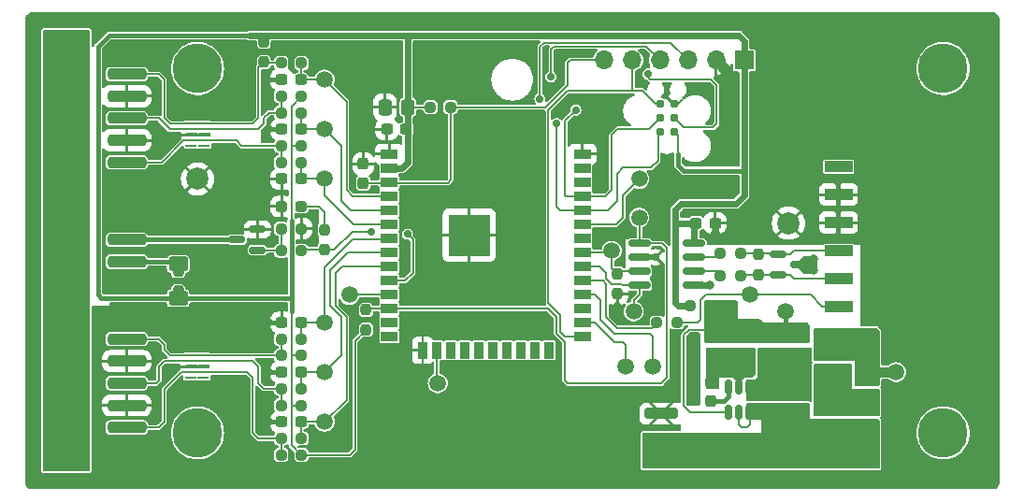
<source format=gbr>
%TF.GenerationSoftware,KiCad,Pcbnew,8.0.4*%
%TF.CreationDate,2024-11-25T16:05:12+13:00*%
%TF.ProjectId,CDRC,43445243-2e6b-4696-9361-645f70636258,B*%
%TF.SameCoordinates,Original*%
%TF.FileFunction,Copper,L1,Top*%
%TF.FilePolarity,Positive*%
%FSLAX46Y46*%
G04 Gerber Fmt 4.6, Leading zero omitted, Abs format (unit mm)*
G04 Created by KiCad (PCBNEW 8.0.4) date 2024-11-25 16:05:12*
%MOMM*%
%LPD*%
G01*
G04 APERTURE LIST*
G04 Aperture macros list*
%AMRoundRect*
0 Rectangle with rounded corners*
0 $1 Rounding radius*
0 $2 $3 $4 $5 $6 $7 $8 $9 X,Y pos of 4 corners*
0 Add a 4 corners polygon primitive as box body*
4,1,4,$2,$3,$4,$5,$6,$7,$8,$9,$2,$3,0*
0 Add four circle primitives for the rounded corners*
1,1,$1+$1,$2,$3*
1,1,$1+$1,$4,$5*
1,1,$1+$1,$6,$7*
1,1,$1+$1,$8,$9*
0 Add four rect primitives between the rounded corners*
20,1,$1+$1,$2,$3,$4,$5,0*
20,1,$1+$1,$4,$5,$6,$7,0*
20,1,$1+$1,$6,$7,$8,$9,0*
20,1,$1+$1,$8,$9,$2,$3,0*%
G04 Aperture macros list end*
%TA.AperFunction,EtchedComponent*%
%ADD10C,0.000000*%
%TD*%
%TA.AperFunction,SMDPad,CuDef*%
%ADD11RoundRect,0.237500X0.300000X0.237500X-0.300000X0.237500X-0.300000X-0.237500X0.300000X-0.237500X0*%
%TD*%
%TA.AperFunction,ComponentPad*%
%ADD12C,2.000000*%
%TD*%
%TA.AperFunction,SMDPad,CuDef*%
%ADD13C,1.500000*%
%TD*%
%TA.AperFunction,SMDPad,CuDef*%
%ADD14RoundRect,0.237500X0.237500X-0.300000X0.237500X0.300000X-0.237500X0.300000X-0.237500X-0.300000X0*%
%TD*%
%TA.AperFunction,SMDPad,CuDef*%
%ADD15RoundRect,0.237500X-0.237500X0.250000X-0.237500X-0.250000X0.237500X-0.250000X0.237500X0.250000X0*%
%TD*%
%TA.AperFunction,SMDPad,CuDef*%
%ADD16RoundRect,0.237500X0.250000X0.237500X-0.250000X0.237500X-0.250000X-0.237500X0.250000X-0.237500X0*%
%TD*%
%TA.AperFunction,SMDPad,CuDef*%
%ADD17RoundRect,0.250000X-0.625000X0.400000X-0.625000X-0.400000X0.625000X-0.400000X0.625000X0.400000X0*%
%TD*%
%TA.AperFunction,SMDPad,CuDef*%
%ADD18RoundRect,0.250000X-0.475000X0.337500X-0.475000X-0.337500X0.475000X-0.337500X0.475000X0.337500X0*%
%TD*%
%TA.AperFunction,SMDPad,CuDef*%
%ADD19RoundRect,0.237500X-0.250000X-0.237500X0.250000X-0.237500X0.250000X0.237500X-0.250000X0.237500X0*%
%TD*%
%TA.AperFunction,SMDPad,CuDef*%
%ADD20R,1.500000X0.900000*%
%TD*%
%TA.AperFunction,SMDPad,CuDef*%
%ADD21R,0.900000X1.500000*%
%TD*%
%TA.AperFunction,SMDPad,CuDef*%
%ADD22R,0.900000X0.900000*%
%TD*%
%TA.AperFunction,HeatsinkPad*%
%ADD23C,0.600000*%
%TD*%
%TA.AperFunction,SMDPad,CuDef*%
%ADD24R,3.800000X3.800000*%
%TD*%
%TA.AperFunction,SMDPad,CuDef*%
%ADD25RoundRect,0.150000X0.587500X0.150000X-0.587500X0.150000X-0.587500X-0.150000X0.587500X-0.150000X0*%
%TD*%
%TA.AperFunction,SMDPad,CuDef*%
%ADD26RoundRect,0.237500X0.237500X-0.250000X0.237500X0.250000X-0.237500X0.250000X-0.237500X-0.250000X0*%
%TD*%
%TA.AperFunction,SMDPad,CuDef*%
%ADD27RoundRect,0.250000X-1.500000X0.250000X-1.500000X-0.250000X1.500000X-0.250000X1.500000X0.250000X0*%
%TD*%
%TA.AperFunction,SMDPad,CuDef*%
%ADD28RoundRect,0.250001X-1.449999X0.499999X-1.449999X-0.499999X1.449999X-0.499999X1.449999X0.499999X0*%
%TD*%
%TA.AperFunction,SMDPad,CuDef*%
%ADD29R,1.000000X0.250000*%
%TD*%
%TA.AperFunction,SMDPad,CuDef*%
%ADD30R,1.000000X0.450000*%
%TD*%
%TA.AperFunction,SMDPad,CuDef*%
%ADD31RoundRect,0.150000X-0.825000X-0.150000X0.825000X-0.150000X0.825000X0.150000X-0.825000X0.150000X0*%
%TD*%
%TA.AperFunction,SMDPad,CuDef*%
%ADD32R,2.500000X1.000000*%
%TD*%
%TA.AperFunction,SMDPad,CuDef*%
%ADD33RoundRect,0.237500X-0.287500X-0.237500X0.287500X-0.237500X0.287500X0.237500X-0.287500X0.237500X0*%
%TD*%
%TA.AperFunction,SMDPad,CuDef*%
%ADD34RoundRect,0.250001X-0.624999X0.462499X-0.624999X-0.462499X0.624999X-0.462499X0.624999X0.462499X0*%
%TD*%
%TA.AperFunction,ComponentPad*%
%ADD35R,1.700000X1.700000*%
%TD*%
%TA.AperFunction,ComponentPad*%
%ADD36O,1.700000X1.700000*%
%TD*%
%TA.AperFunction,SMDPad,CuDef*%
%ADD37RoundRect,0.150000X0.150000X-0.512500X0.150000X0.512500X-0.150000X0.512500X-0.150000X-0.512500X0*%
%TD*%
%TA.AperFunction,SMDPad,CuDef*%
%ADD38RoundRect,0.250000X0.650000X-1.500000X0.650000X1.500000X-0.650000X1.500000X-0.650000X-1.500000X0*%
%TD*%
%TA.AperFunction,SMDPad,CuDef*%
%ADD39RoundRect,0.164042X-1.335958X-0.335958X1.335958X-0.335958X1.335958X0.335958X-1.335958X0.335958X0*%
%TD*%
%TA.AperFunction,SMDPad,CuDef*%
%ADD40R,3.700000X1.900000*%
%TD*%
%TA.AperFunction,SMDPad,CuDef*%
%ADD41RoundRect,0.250000X0.337500X0.475000X-0.337500X0.475000X-0.337500X-0.475000X0.337500X-0.475000X0*%
%TD*%
%TA.AperFunction,SMDPad,CuDef*%
%ADD42RoundRect,0.237500X-0.300000X-0.237500X0.300000X-0.237500X0.300000X0.237500X-0.300000X0.237500X0*%
%TD*%
%TA.AperFunction,SMDPad,CuDef*%
%ADD43RoundRect,0.150000X-0.587500X-0.150000X0.587500X-0.150000X0.587500X0.150000X-0.587500X0.150000X0*%
%TD*%
%TA.AperFunction,ConnectorPad*%
%ADD44C,0.787400*%
%TD*%
%TA.AperFunction,SMDPad,CuDef*%
%ADD45C,0.500000*%
%TD*%
%TA.AperFunction,SMDPad,CuDef*%
%ADD46RoundRect,0.250000X0.650000X-0.412500X0.650000X0.412500X-0.650000X0.412500X-0.650000X-0.412500X0*%
%TD*%
%TA.AperFunction,ComponentPad*%
%ADD47C,3.100000*%
%TD*%
%TA.AperFunction,ConnectorPad*%
%ADD48C,4.500000*%
%TD*%
%TA.AperFunction,ViaPad*%
%ADD49C,0.600000*%
%TD*%
%TA.AperFunction,ViaPad*%
%ADD50C,0.700000*%
%TD*%
%TA.AperFunction,ViaPad*%
%ADD51C,0.800000*%
%TD*%
%TA.AperFunction,Conductor*%
%ADD52C,0.150000*%
%TD*%
%TA.AperFunction,Conductor*%
%ADD53C,0.900000*%
%TD*%
%TA.AperFunction,Conductor*%
%ADD54C,0.600000*%
%TD*%
%TA.AperFunction,Conductor*%
%ADD55C,0.400000*%
%TD*%
%TA.AperFunction,Conductor*%
%ADD56C,1.000000*%
%TD*%
%TA.AperFunction,Conductor*%
%ADD57C,0.200000*%
%TD*%
G04 APERTURE END LIST*
D10*
%TA.AperFunction,EtchedComponent*%
%TO.C,NT1*%
G36*
X57500000Y-22850000D02*
G01*
X56500000Y-22850000D01*
X56500000Y-22350000D01*
X57500000Y-22350000D01*
X57500000Y-22850000D01*
G37*
%TD.AperFunction*%
%TD*%
D11*
%TO.P,C503,1*%
%TO.N,/MCU/IO39*%
X25362500Y-11000000D03*
%TO.P,C503,2*%
%TO.N,GND*%
X23637500Y-11000000D03*
%TD*%
D12*
%TO.P,TP101,1,1*%
%TO.N,GND*%
X69500000Y-19500000D03*
%TD*%
D13*
%TO.P,TP505,1,1*%
%TO.N,/MCU/IO36*%
X27500000Y-6500000D03*
%TD*%
D14*
%TO.P,C401,1*%
%TO.N,/MCU/ESP_EN*%
X31000000Y-15862500D03*
%TO.P,C401,2*%
%TO.N,GND*%
X31000000Y-14137500D03*
%TD*%
D15*
%TO.P,R305,1*%
%TO.N,/MCU/IO19*%
X54000000Y-24087500D03*
%TO.P,R305,2*%
%TO.N,GND*%
X54000000Y-25912500D03*
%TD*%
D16*
%TO.P,R505,1*%
%TO.N,GND*%
X25412500Y-20000000D03*
%TO.P,R505,2*%
%TO.N,Net-(Q501-G)*%
X23587500Y-20000000D03*
%TD*%
D13*
%TO.P,TP204,1,1*%
%TO.N,Net-(D202-K)*%
X69250000Y-40000000D03*
%TD*%
%TO.P,TP308,1,1*%
%TO.N,Net-(U401-IO13)*%
X37750000Y-34000000D03*
%TD*%
D17*
%TO.P,R516,1*%
%TO.N,Net-(J502-Pin_2)*%
X14250000Y-23200000D03*
%TO.P,R516,2*%
%TO.N,VCC*%
X14250000Y-26300000D03*
%TD*%
D18*
%TO.P,C205,1*%
%TO.N,VCC*%
X68000000Y-29462500D03*
%TO.P,C205,2*%
%TO.N,GND*%
X68000000Y-31537500D03*
%TD*%
%TO.P,C204,1*%
%TO.N,VCC*%
X70500000Y-29462500D03*
%TO.P,C204,2*%
%TO.N,GND*%
X70500000Y-31537500D03*
%TD*%
D16*
%TO.P,R512,1*%
%TO.N,/MCU/IO33*%
X25412500Y-39000000D03*
%TO.P,R512,2*%
%TO.N,/USER_INTERFACE/ENC_1_SW*%
X23587500Y-39000000D03*
%TD*%
D11*
%TO.P,C501,1*%
%TO.N,/MCU/IO32*%
X25362500Y-33000000D03*
%TO.P,C501,2*%
%TO.N,GND*%
X23637500Y-33000000D03*
%TD*%
D16*
%TO.P,R304,1*%
%TO.N,/DSP_RS485_A{slash}Y*%
X65162500Y-24250000D03*
%TO.P,R304,2*%
%TO.N,/RS485/RS485_A*%
X63337500Y-24250000D03*
%TD*%
D13*
%TO.P,TP203,1,1*%
%TO.N,VCC*%
X69250000Y-27500000D03*
%TD*%
D16*
%TO.P,R515,1*%
%TO.N,/MCU/IO34*%
X25412500Y-14000000D03*
%TO.P,R515,2*%
%TO.N,/USER_INTERFACE/ENC_2_SW*%
X23587500Y-14000000D03*
%TD*%
D19*
%TO.P,R302,1*%
%TO.N,/RS485/RS485_B*%
X63337500Y-22250000D03*
%TO.P,R302,2*%
%TO.N,/DSP_RS485_B{slash}Z*%
X65162500Y-22250000D03*
%TD*%
D11*
%TO.P,C505,1*%
%TO.N,/MCU/IO33*%
X25362500Y-37500000D03*
%TO.P,C505,2*%
%TO.N,GND*%
X23637500Y-37500000D03*
%TD*%
D20*
%TO.P,U401,1,GND*%
%TO.N,GND*%
X33350000Y-13260000D03*
%TO.P,U401,2,VDD*%
%TO.N,VCC*%
X33350000Y-14530000D03*
%TO.P,U401,3,EN*%
%TO.N,/MCU/ESP_EN*%
X33350000Y-15800000D03*
%TO.P,U401,4,SENSOR_VP*%
%TO.N,/MCU/IO36*%
X33350000Y-17070000D03*
%TO.P,U401,5,SENSOR_VN*%
%TO.N,/MCU/IO39*%
X33350000Y-18340000D03*
%TO.P,U401,6,IO34*%
%TO.N,/MCU/IO34*%
X33350000Y-19610000D03*
%TO.P,U401,7,IO35*%
%TO.N,/MCU/IO35*%
X33350000Y-20880000D03*
%TO.P,U401,8,IO32*%
%TO.N,/MCU/IO32*%
X33350000Y-22150000D03*
%TO.P,U401,9,IO33*%
%TO.N,/MCU/IO33*%
X33350000Y-23420000D03*
%TO.P,U401,10,IO25*%
%TO.N,/MCU/IO25*%
X33350000Y-24690000D03*
%TO.P,U401,11,IO26*%
%TO.N,Net-(U401-IO26)*%
X33350000Y-25960000D03*
%TO.P,U401,12,IO27*%
%TO.N,/MCU/IO27*%
X33350000Y-27230000D03*
%TO.P,U401,13,IO14*%
%TO.N,unconnected-(U401-IO14-Pad13)*%
X33350000Y-28500000D03*
%TO.P,U401,14,IO12*%
%TO.N,unconnected-(U401-IO12-Pad14)*%
X33350000Y-29770000D03*
D21*
%TO.P,U401,15,GND*%
%TO.N,GND*%
X36385000Y-31020000D03*
%TO.P,U401,16,IO13*%
%TO.N,Net-(U401-IO13)*%
X37655000Y-31020000D03*
%TO.P,U401,17,NC*%
%TO.N,unconnected-(U401-NC-Pad17)*%
X38925000Y-31020000D03*
%TO.P,U401,18,NC*%
%TO.N,unconnected-(U401-NC-Pad18)*%
X40195000Y-31020000D03*
%TO.P,U401,19,NC*%
%TO.N,unconnected-(U401-NC-Pad19)*%
X41465000Y-31020000D03*
%TO.P,U401,20,NC*%
%TO.N,unconnected-(U401-NC-Pad20)*%
X42735000Y-31020000D03*
%TO.P,U401,21,NC*%
%TO.N,unconnected-(U401-NC-Pad21)*%
X44005000Y-31020000D03*
%TO.P,U401,22,NC*%
%TO.N,unconnected-(U401-NC-Pad22)*%
X45275000Y-31020000D03*
%TO.P,U401,23,IO15*%
%TO.N,unconnected-(U401-IO15-Pad23)*%
X46545000Y-31020000D03*
%TO.P,U401,24,IO2*%
%TO.N,unconnected-(U401-IO2-Pad24)*%
X47815000Y-31020000D03*
D20*
%TO.P,U401,25,IO0*%
%TO.N,/MCU/ESP_BOOT0*%
X50850000Y-29770000D03*
%TO.P,U401,26,IO4*%
%TO.N,Net-(U401-IO4)*%
X50850000Y-28500000D03*
%TO.P,U401,27,NC*%
%TO.N,unconnected-(U401-NC-Pad27)*%
X50850000Y-27230000D03*
%TO.P,U401,28,IO17*%
%TO.N,Net-(U401-IO17)*%
X50850000Y-25960000D03*
%TO.P,U401,29,IO5*%
%TO.N,/MCU/DSP_EN*%
X50850000Y-24690000D03*
%TO.P,U401,30,IO18*%
%TO.N,/MCU/IO18*%
X50850000Y-23420000D03*
%TO.P,U401,31,IO19*%
%TO.N,/MCU/IO19*%
X50850000Y-22150000D03*
%TO.P,U401,32,NC*%
%TO.N,unconnected-(U401-NC-Pad32)*%
X50850000Y-20880000D03*
%TO.P,U401,33,IO21*%
%TO.N,Net-(U401-IO21)*%
X50850000Y-19610000D03*
%TO.P,U401,34,RXD0/IO3*%
%TO.N,/MCU/ESP_RXD0*%
X50850000Y-18340000D03*
%TO.P,U401,35,TXD0/IO1*%
%TO.N,/MCU/ESP_TXD0*%
X50850000Y-17070000D03*
%TO.P,U401,36,IO22*%
%TO.N,unconnected-(U401-IO22-Pad36)*%
X50850000Y-15800000D03*
%TO.P,U401,37,IO23*%
%TO.N,unconnected-(U401-IO23-Pad37)*%
X50850000Y-14530000D03*
%TO.P,U401,38,GND*%
%TO.N,GND*%
X50850000Y-13260000D03*
D22*
%TO.P,U401,39,GND*%
X39200000Y-19200000D03*
D23*
X39200000Y-19900000D03*
D22*
X39200000Y-20600000D03*
D23*
X39200000Y-21300000D03*
D22*
X39200000Y-22000000D03*
D23*
X39900000Y-19200000D03*
X39900000Y-20600000D03*
X39900000Y-22000000D03*
D22*
X40600000Y-19200000D03*
D23*
X40600000Y-19900000D03*
D22*
X40600000Y-20600000D03*
D24*
X40600000Y-20600000D03*
D23*
X40600000Y-21300000D03*
D22*
X40600000Y-22000000D03*
D23*
X41300000Y-19200000D03*
X41300000Y-20600000D03*
X41300000Y-22000000D03*
D22*
X42000000Y-19200000D03*
D23*
X42000000Y-19900000D03*
D22*
X42000000Y-20600000D03*
D23*
X42000000Y-21300000D03*
D22*
X42000000Y-22000000D03*
%TD*%
D25*
%TO.P,Q501,1,G*%
%TO.N,Net-(Q501-G)*%
X21437500Y-21950000D03*
%TO.P,Q501,2,S*%
%TO.N,GND*%
X21437500Y-20050000D03*
%TO.P,Q501,3,D*%
%TO.N,Net-(J502-Pin_1)*%
X19562500Y-21000000D03*
%TD*%
D26*
%TO.P,R301,1*%
%TO.N,VCC*%
X31250000Y-29162500D03*
%TO.P,R301,2*%
%TO.N,/MCU/IO27*%
X31250000Y-27337500D03*
%TD*%
D13*
%TO.P,TP304,1,1*%
%TO.N,Net-(U401-IO26)*%
X29750000Y-26000000D03*
%TD*%
D19*
%TO.P,R504,1*%
%TO.N,/USER_INTERFACE/ENC_1_A*%
X23587500Y-30000000D03*
%TO.P,R504,2*%
%TO.N,/MCU/IO35*%
X25412500Y-30000000D03*
%TD*%
D27*
%TO.P,J502,1,Pin_1*%
%TO.N,Net-(J502-Pin_1)*%
X9600000Y-21000000D03*
%TO.P,J502,2,Pin_2*%
%TO.N,Net-(J502-Pin_2)*%
X9600000Y-23000000D03*
D28*
%TO.P,J502,MP,MountPin*%
%TO.N,/USER_INTERFACE/MNT*%
X3850000Y-18650000D03*
X3850000Y-25350000D03*
%TD*%
D29*
%TO.P,U501,1*%
%TO.N,/USER_INTERFACE/ENC_1_A*%
X15375000Y-31500000D03*
%TO.P,U501,2*%
%TO.N,/USER_INTERFACE/ENC_1_B*%
X15375000Y-32000000D03*
D30*
%TO.P,U501,3,VSS*%
%TO.N,GND*%
X15450000Y-32500000D03*
D29*
%TO.P,U501,4*%
%TO.N,/USER_INTERFACE/ENC_1_SW*%
X15375000Y-33000000D03*
%TO.P,U501,5*%
%TO.N,unconnected-(U501-Pad5)*%
X15375000Y-33500000D03*
%TO.P,U501,6*%
%TO.N,unconnected-(U501-Pad5)_1*%
X16525000Y-33500000D03*
%TO.P,U501,7*%
%TO.N,/USER_INTERFACE/ENC_1_SW*%
X16525000Y-33000000D03*
D30*
%TO.P,U501,8,VSS*%
%TO.N,GND*%
X16575000Y-32500000D03*
D29*
%TO.P,U501,9*%
%TO.N,/USER_INTERFACE/ENC_1_B*%
X16525000Y-32000000D03*
%TO.P,U501,10*%
%TO.N,/USER_INTERFACE/ENC_1_A*%
X16525000Y-31500000D03*
%TD*%
D31*
%TO.P,IC301,1,R*%
%TO.N,/MCU/IO27*%
X56025000Y-21345000D03*
%TO.P,IC301,2,~{RE}*%
%TO.N,/RS485/~{RE}*%
X56025000Y-22615000D03*
%TO.P,IC301,3,DE*%
%TO.N,/MCU/IO19*%
X56025000Y-23885000D03*
%TO.P,IC301,4,D*%
%TO.N,/MCU/IO18*%
X56025000Y-25155000D03*
%TO.P,IC301,5,GND*%
%TO.N,GND*%
X60975000Y-25155000D03*
%TO.P,IC301,6,A*%
%TO.N,/RS485/RS485_A*%
X60975000Y-23885000D03*
%TO.P,IC301,7,B*%
%TO.N,/RS485/RS485_B*%
X60975000Y-22615000D03*
%TO.P,IC301,8,VCC*%
%TO.N,VCC*%
X60975000Y-21345000D03*
%TD*%
D13*
%TO.P,TP303,1,1*%
%TO.N,/MCU/IO27*%
X56000000Y-19000000D03*
%TD*%
D26*
%TO.P,R509,1*%
%TO.N,/USER_INTERFACE/ENC_2_A*%
X22000000Y-4912500D03*
%TO.P,R509,2*%
%TO.N,VCC*%
X22000000Y-3087500D03*
%TD*%
D11*
%TO.P,C502,1*%
%TO.N,/MCU/IO35*%
X25362500Y-28500000D03*
%TO.P,C502,2*%
%TO.N,GND*%
X23637500Y-28500000D03*
%TD*%
%TO.P,C506,1*%
%TO.N,/MCU/IO34*%
X25362500Y-15500000D03*
%TO.P,C506,2*%
%TO.N,GND*%
X23637500Y-15500000D03*
%TD*%
D13*
%TO.P,TP307,1,1*%
%TO.N,Net-(U401-IO4)*%
X54750000Y-32500000D03*
%TD*%
D19*
%TO.P,R513,1*%
%TO.N,/USER_INTERFACE/ENC_1_SW*%
X23587500Y-40500000D03*
%TO.P,R513,2*%
%TO.N,VCC*%
X25412500Y-40500000D03*
%TD*%
%TO.P,R511,1*%
%TO.N,/USER_INTERFACE/ENC_2_A*%
X23587500Y-5000000D03*
%TO.P,R511,2*%
%TO.N,/MCU/IO36*%
X25412500Y-5000000D03*
%TD*%
D16*
%TO.P,R503,1*%
%TO.N,/MCU/IO25*%
X25412500Y-22000000D03*
%TO.P,R503,2*%
%TO.N,Net-(Q501-G)*%
X23587500Y-22000000D03*
%TD*%
D32*
%TO.P,J101,1,Pin_1*%
%TO.N,/DSP_CONST_12V*%
X74025000Y-29620000D03*
%TO.P,J101,2,Pin_2*%
%TO.N,/DSP_POWER_EN*%
X74025000Y-27080000D03*
%TO.P,J101,3,Pin_3*%
%TO.N,/DSP_RS485_A{slash}Y*%
X74025000Y-24540000D03*
%TO.P,J101,4,Pin_4*%
%TO.N,/DSP_RS485_B{slash}Z*%
X74025000Y-22000000D03*
%TO.P,J101,5,Pin_5*%
%TO.N,GND*%
X74025000Y-19460000D03*
%TO.P,J101,6,Pin_6*%
X74025000Y-16920000D03*
%TO.P,J101,7,Pin_7*%
%TO.N,unconnected-(J101-Pin_7-Pad7)*%
X74025000Y-14380000D03*
%TD*%
D16*
%TO.P,R502,1*%
%TO.N,/MCU/IO32*%
X25412500Y-34500000D03*
%TO.P,R502,2*%
%TO.N,/USER_INTERFACE/ENC_1_B*%
X23587500Y-34500000D03*
%TD*%
D13*
%TO.P,TP302,1,1*%
%TO.N,/MCU/IO19*%
X53500000Y-22000000D03*
%TD*%
D14*
%TO.P,C201,1*%
%TO.N,Net-(U201-BST)*%
X62500000Y-35612500D03*
%TO.P,C201,2*%
%TO.N,Net-(U201-SW)*%
X62500000Y-33887500D03*
%TD*%
D33*
%TO.P,D401,1,K*%
%TO.N,GND*%
X23625000Y-18000000D03*
%TO.P,D401,2,A*%
%TO.N,Net-(D401-A)*%
X25375000Y-18000000D03*
%TD*%
D16*
%TO.P,R201,1*%
%TO.N,VCC*%
X62412500Y-27000000D03*
%TO.P,R201,2*%
X60587500Y-27000000D03*
%TD*%
D34*
%TO.P,F201,1*%
%TO.N,/DSP_CONST_12V*%
X76500000Y-33012500D03*
%TO.P,F201,2*%
%TO.N,Net-(D202-A)*%
X76500000Y-35987500D03*
%TD*%
D35*
%TO.P,J301,1,Pin_1*%
%TO.N,VCC*%
X65500000Y-4750000D03*
D36*
%TO.P,J301,2,Pin_2*%
%TO.N,GND*%
X62960000Y-4750000D03*
%TO.P,J301,3,Pin_3*%
%TO.N,/MCU/ESP_RXD0*%
X60420000Y-4750000D03*
%TO.P,J301,4,Pin_4*%
%TO.N,/MCU/ESP_TXD0*%
X57880000Y-4750000D03*
%TO.P,J301,5,Pin_5*%
%TO.N,/MCU/ESP_BOOT0*%
X55340000Y-4750000D03*
%TO.P,J301,6,Pin_6*%
%TO.N,/MCU/ESP_EN*%
X52800000Y-4750000D03*
%TD*%
D13*
%TO.P,TP506,1,1*%
%TO.N,/MCU/IO34*%
X27500000Y-15500000D03*
%TD*%
%TO.P,TP501,1,1*%
%TO.N,/MCU/IO32*%
X27500000Y-33000000D03*
%TD*%
%TO.P,TP103,1,1*%
%TO.N,/DSP_POWER_EN*%
X66000000Y-26000000D03*
%TD*%
D37*
%TO.P,U201,1,FB*%
%TO.N,VCC*%
X64050000Y-36637500D03*
%TO.P,U201,2,EN*%
%TO.N,Net-(D202-K)*%
X65000000Y-36637500D03*
%TO.P,U201,3,IN*%
X65950000Y-36637500D03*
%TO.P,U201,4,GND*%
%TO.N,GND*%
X65950000Y-34362500D03*
%TO.P,U201,5,SW*%
%TO.N,Net-(U201-SW)*%
X65000000Y-34362500D03*
%TO.P,U201,6,BST*%
%TO.N,Net-(U201-BST)*%
X64050000Y-34362500D03*
%TD*%
D38*
%TO.P,D202,1,K*%
%TO.N,Net-(D202-K)*%
X73500000Y-39000000D03*
%TO.P,D202,2,A*%
%TO.N,Net-(D202-A)*%
X73500000Y-34000000D03*
%TD*%
D39*
%TO.P,C206,1*%
%TO.N,Net-(D202-K)*%
X58000000Y-39250000D03*
%TO.P,C206,2*%
%TO.N,GND*%
X58000000Y-36750000D03*
%TD*%
D40*
%TO.P,L201,1*%
%TO.N,Net-(U201-SW)*%
X64500000Y-31850000D03*
%TO.P,L201,2*%
%TO.N,VCC*%
X64500000Y-29150000D03*
%TD*%
D19*
%TO.P,R508,1*%
%TO.N,/USER_INTERFACE/ENC_2_B*%
X23587500Y-8000000D03*
%TO.P,R508,2*%
%TO.N,VCC*%
X25412500Y-8000000D03*
%TD*%
%TO.P,R514,1*%
%TO.N,/USER_INTERFACE/ENC_2_SW*%
X23587500Y-12500000D03*
%TO.P,R514,2*%
%TO.N,VCC*%
X25412500Y-12500000D03*
%TD*%
%TO.P,R401,1*%
%TO.N,VCC*%
X37087500Y-9000000D03*
%TO.P,R401,2*%
%TO.N,/MCU/ESP_EN*%
X38912500Y-9000000D03*
%TD*%
D41*
%TO.P,C402,1*%
%TO.N,VCC*%
X35037500Y-9000000D03*
%TO.P,C402,2*%
%TO.N,GND*%
X32962500Y-9000000D03*
%TD*%
D13*
%TO.P,TP301,1,1*%
%TO.N,/MCU/IO18*%
X55500000Y-27500000D03*
%TD*%
D42*
%TO.P,C301,1*%
%TO.N,VCC*%
X61137500Y-19500000D03*
%TO.P,C301,2*%
%TO.N,GND*%
X62862500Y-19500000D03*
%TD*%
D13*
%TO.P,TP305,1,1*%
%TO.N,Net-(U401-IO17)*%
X57250000Y-32500000D03*
%TD*%
D43*
%TO.P,D301,1,A1*%
%TO.N,/DSP_RS485_B{slash}Z*%
X68562500Y-22300000D03*
%TO.P,D301,2,A2*%
%TO.N,/DSP_RS485_A{slash}Y*%
X68562500Y-24200000D03*
%TO.P,D301,3,common*%
%TO.N,GND*%
X70437500Y-23250000D03*
%TD*%
D13*
%TO.P,TP503,1,1*%
%TO.N,/MCU/IO33*%
X27500000Y-37500000D03*
%TD*%
%TO.P,TP502,1,1*%
%TO.N,/MCU/IO35*%
X27500000Y-28500000D03*
%TD*%
D44*
%TO.P,J401,1,VCC*%
%TO.N,VCC*%
X59135000Y-11230000D03*
%TO.P,J401,2,SWDIO*%
%TO.N,/MCU/ESP_RXD0*%
X57865000Y-11230000D03*
%TO.P,J401,3,~{RESET}*%
%TO.N,/MCU/ESP_EN*%
X59135000Y-9960000D03*
%TO.P,J401,4,SWCLK*%
%TO.N,/MCU/ESP_TXD0*%
X57865000Y-9960000D03*
%TO.P,J401,5,GND*%
%TO.N,GND*%
X59135000Y-8690000D03*
%TO.P,J401,6,SWO*%
%TO.N,/MCU/ESP_BOOT0*%
X57865000Y-8690000D03*
%TD*%
D13*
%TO.P,TP102,1,1*%
%TO.N,/DSP_CONST_12V*%
X79250000Y-33000000D03*
%TD*%
%TO.P,TP504,1,1*%
%TO.N,/MCU/IO39*%
X27500000Y-11000000D03*
%TD*%
D11*
%TO.P,C504,1*%
%TO.N,/MCU/IO36*%
X25362500Y-6500000D03*
%TO.P,C504,2*%
%TO.N,GND*%
X23637500Y-6500000D03*
%TD*%
D27*
%TO.P,J504,1,Pin_1*%
%TO.N,/USER_INTERFACE/ENC_2_A*%
X9600000Y-6000000D03*
%TO.P,J504,2,Pin_2*%
%TO.N,GND*%
X9600000Y-8000000D03*
%TO.P,J504,3,Pin_3*%
%TO.N,/USER_INTERFACE/ENC_2_B*%
X9600000Y-10000000D03*
%TO.P,J504,4,Pin_4*%
%TO.N,GND*%
X9600000Y-12000000D03*
%TO.P,J504,5,Pin_5*%
%TO.N,/USER_INTERFACE/ENC_2_SW*%
X9600000Y-14000000D03*
D28*
%TO.P,J504,MP,MountPin*%
%TO.N,/USER_INTERFACE/MNT*%
X3850000Y-3650000D03*
X3850000Y-16350000D03*
%TD*%
D16*
%TO.P,R510,1*%
%TO.N,/MCU/IO39*%
X25412500Y-9500000D03*
%TO.P,R510,2*%
%TO.N,/USER_INTERFACE/ENC_2_B*%
X23587500Y-9500000D03*
%TD*%
D26*
%TO.P,R501,1*%
%TO.N,VCC*%
X14250000Y-25662500D03*
%TO.P,R501,2*%
%TO.N,Net-(J502-Pin_2)*%
X14250000Y-23837500D03*
%TD*%
D19*
%TO.P,R506,1*%
%TO.N,/USER_INTERFACE/ENC_1_A*%
X23587500Y-31500000D03*
%TO.P,R506,2*%
%TO.N,VCC*%
X25412500Y-31500000D03*
%TD*%
D29*
%TO.P,U502,1*%
%TO.N,/USER_INTERFACE/ENC_2_A*%
X15425000Y-10500000D03*
%TO.P,U502,2*%
%TO.N,/USER_INTERFACE/ENC_2_B*%
X15425000Y-11000000D03*
D30*
%TO.P,U502,3,VSS*%
%TO.N,GND*%
X15500000Y-11500000D03*
D29*
%TO.P,U502,4*%
%TO.N,/USER_INTERFACE/ENC_2_SW*%
X15425000Y-12000000D03*
%TO.P,U502,5*%
%TO.N,unconnected-(U502-Pad5)*%
X15425000Y-12500000D03*
%TO.P,U502,6*%
%TO.N,unconnected-(U502-Pad5)_1*%
X16575000Y-12500000D03*
%TO.P,U502,7*%
%TO.N,/USER_INTERFACE/ENC_2_SW*%
X16575000Y-12000000D03*
D30*
%TO.P,U502,8,VSS*%
%TO.N,GND*%
X16625000Y-11500000D03*
D29*
%TO.P,U502,9*%
%TO.N,/USER_INTERFACE/ENC_2_B*%
X16575000Y-11000000D03*
%TO.P,U502,10*%
%TO.N,/USER_INTERFACE/ENC_2_A*%
X16575000Y-10500000D03*
%TD*%
D13*
%TO.P,TP306,1,1*%
%TO.N,Net-(U401-IO21)*%
X56000000Y-15500000D03*
%TD*%
D45*
%TO.P,NT1,1,1*%
%TO.N,GND*%
X57500000Y-22600000D03*
%TO.P,NT1,2,2*%
%TO.N,/RS485/~{RE}*%
X56500000Y-22600000D03*
%TD*%
D46*
%TO.P,C203,1*%
%TO.N,Net-(D202-K)*%
X68000000Y-37062500D03*
%TO.P,C203,2*%
%TO.N,GND*%
X68000000Y-33937500D03*
%TD*%
D27*
%TO.P,J501,1,Pin_1*%
%TO.N,/USER_INTERFACE/ENC_1_A*%
X9600000Y-30000000D03*
%TO.P,J501,2,Pin_2*%
%TO.N,GND*%
X9600000Y-32000000D03*
%TO.P,J501,3,Pin_3*%
%TO.N,/USER_INTERFACE/ENC_1_B*%
X9600000Y-34000000D03*
%TO.P,J501,4,Pin_4*%
%TO.N,GND*%
X9600000Y-36000000D03*
%TO.P,J501,5,Pin_5*%
%TO.N,/USER_INTERFACE/ENC_1_SW*%
X9600000Y-38000000D03*
D28*
%TO.P,J501,MP,MountPin*%
%TO.N,/USER_INTERFACE/MNT*%
X3850000Y-27650000D03*
X3850000Y-40350000D03*
%TD*%
D15*
%TO.P,R303,1*%
%TO.N,/DSP_RS485_B{slash}Z*%
X66750000Y-22337500D03*
%TO.P,R303,2*%
%TO.N,/DSP_RS485_A{slash}Y*%
X66750000Y-24162500D03*
%TD*%
D19*
%TO.P,R403,1*%
%TO.N,/MCU/DSP_EN*%
X57587500Y-28500000D03*
%TO.P,R403,2*%
%TO.N,/DSP_POWER_EN*%
X59412500Y-28500000D03*
%TD*%
D46*
%TO.P,C202,1*%
%TO.N,Net-(D202-K)*%
X70500000Y-37062500D03*
%TO.P,C202,2*%
%TO.N,GND*%
X70500000Y-33937500D03*
%TD*%
D19*
%TO.P,R507,1*%
%TO.N,/USER_INTERFACE/ENC_1_B*%
X23587500Y-36000000D03*
%TO.P,R507,2*%
%TO.N,VCC*%
X25412500Y-36000000D03*
%TD*%
D26*
%TO.P,R402,1*%
%TO.N,/MCU/IO25*%
X27500000Y-21912500D03*
%TO.P,R402,2*%
%TO.N,Net-(D401-A)*%
X27500000Y-20087500D03*
%TD*%
D11*
%TO.P,C403,1*%
%TO.N,VCC*%
X34862500Y-11000000D03*
%TO.P,C403,2*%
%TO.N,GND*%
X33137500Y-11000000D03*
%TD*%
D12*
%TO.P,TP508,1,1*%
%TO.N,GND*%
X16000000Y-15500000D03*
%TD*%
D47*
%TO.P,H104,1*%
%TO.N,N/C*%
X83500000Y-38500000D03*
D48*
X83500000Y-38500000D03*
%TD*%
D47*
%TO.P,H102,1*%
%TO.N,N/C*%
X83500000Y-5500000D03*
D48*
X83500000Y-5500000D03*
%TD*%
D47*
%TO.P,H103,1*%
%TO.N,N/C*%
X16000000Y-5500000D03*
D48*
X16000000Y-5500000D03*
%TD*%
D47*
%TO.P,H101,1*%
%TO.N,N/C*%
X16000000Y-38500000D03*
D48*
X16000000Y-38500000D03*
%TD*%
D49*
%TO.N,GND*%
X49250000Y-9250000D03*
D50*
X56000000Y-6500000D03*
X46000000Y-8250000D03*
X48000000Y-7250000D03*
D51*
X79500000Y-43000000D03*
X29500000Y-4500000D03*
X64000000Y-7000000D03*
X35000000Y-29000000D03*
X19500000Y-34500000D03*
X1000000Y-12000000D03*
X7000000Y-33000000D03*
X35000000Y-30500000D03*
X88000000Y-12000000D03*
X88000000Y-42000000D03*
X82000000Y-9500000D03*
X29500000Y-43000000D03*
X52000000Y-37000000D03*
D50*
X22500000Y-33000000D03*
D51*
X37000000Y-22000000D03*
X24500000Y-43000000D03*
X14500000Y-17000000D03*
X17000000Y-24500000D03*
X47000000Y-19500000D03*
X44500000Y-11000000D03*
X82000000Y-32000000D03*
X32000000Y-34500000D03*
X44500000Y-14500000D03*
X69500000Y-1000000D03*
X71750000Y-22750000D03*
X34500000Y-37000000D03*
X58000000Y-18000000D03*
X88000000Y-17000000D03*
X59500000Y-43000000D03*
X7000000Y-31000000D03*
X19500000Y-29500000D03*
X62862500Y-20387500D03*
X77000000Y-9500000D03*
X42000000Y-11000000D03*
X34500000Y-1000000D03*
X69500000Y-14500000D03*
X54500000Y-1000000D03*
X35000000Y-33000000D03*
X1000000Y-27000000D03*
X47000000Y-37000000D03*
X51250000Y-9250000D03*
X14500000Y-9500000D03*
X27000000Y-4500000D03*
X49500000Y-43000000D03*
X64000000Y-9500000D03*
X31500000Y-12000000D03*
X84500000Y-32000000D03*
X30250000Y-11000000D03*
X19500000Y-4500000D03*
X47000000Y-22000000D03*
X13500000Y-12000000D03*
X14500000Y-29500000D03*
X67000000Y-12000000D03*
X58000000Y-16000000D03*
X42000000Y-24500000D03*
X31000000Y-12750000D03*
X69500000Y-7000000D03*
X44500000Y-19500000D03*
X82000000Y-12000000D03*
X74500000Y-43000000D03*
X64000000Y-16000000D03*
X72000000Y-7000000D03*
X37000000Y-19500000D03*
X69500000Y-12000000D03*
X11000000Y-4500000D03*
X77000000Y-7000000D03*
X79500000Y-4500000D03*
X79500000Y-9500000D03*
X22250000Y-6500000D03*
X37000000Y-24500000D03*
X77000000Y-27000000D03*
X1000000Y-42000000D03*
X44500000Y-24500000D03*
X34500000Y-43000000D03*
X4500000Y-1000000D03*
X47000000Y-29500000D03*
X29500000Y-7000000D03*
X64500000Y-1000000D03*
X67000000Y-9500000D03*
X67000000Y-7000000D03*
X13500000Y-32750000D03*
D50*
X22500000Y-37500000D03*
D51*
X14500000Y-19500000D03*
X64500000Y-43000000D03*
X72000000Y-12000000D03*
X84500000Y-1000000D03*
X22000000Y-14500000D03*
X1000000Y-32000000D03*
X47000000Y-14500000D03*
D50*
X22000000Y-18000000D03*
D51*
X52750000Y-20500000D03*
X19500000Y-9500000D03*
X79500000Y-24500000D03*
X9500000Y-1000000D03*
X39500000Y-34500000D03*
X31500000Y-9000000D03*
X74500000Y-1000000D03*
X42000000Y-17000000D03*
X69500000Y-9500000D03*
X54500000Y-43000000D03*
X79500000Y-12000000D03*
X88000000Y-32000000D03*
X79500000Y-14500000D03*
X62405000Y-25155000D03*
X79500000Y-19500000D03*
X36500000Y-29000000D03*
X69250000Y-31500000D03*
X79500000Y-29500000D03*
X22250000Y-8500000D03*
X44500000Y-1000000D03*
X32000000Y-7000000D03*
X9500000Y-43000000D03*
X77000000Y-14500000D03*
X60000000Y-16000000D03*
X39500000Y-37000000D03*
X79500000Y-37000000D03*
X74000000Y-18250000D03*
X47000000Y-17000000D03*
X84500000Y-34500000D03*
X61000000Y-32000000D03*
X10000000Y-4500000D03*
X19500000Y-37000000D03*
X69500000Y-17000000D03*
X71750000Y-23750000D03*
X17000000Y-34500000D03*
X62000000Y-16000000D03*
X19500000Y-43000000D03*
X36500000Y-33000000D03*
X61000000Y-34000000D03*
X44500000Y-34500000D03*
X64500000Y-19500000D03*
X72000000Y-14500000D03*
X67000000Y-19500000D03*
X39500000Y-43000000D03*
X79500000Y-39500000D03*
X17000000Y-9500000D03*
X14500000Y-1000000D03*
X14500000Y-43000000D03*
X12000000Y-19500000D03*
X70500000Y-32750000D03*
X42000000Y-34500000D03*
X26500000Y-21000000D03*
X1000000Y-37000000D03*
X7000000Y-36000000D03*
X17000000Y-29500000D03*
X61000000Y-30000000D03*
D50*
X22000000Y-15500000D03*
D51*
X24500000Y-1000000D03*
X39500000Y-17000000D03*
X19500000Y-17000000D03*
X68000000Y-32750000D03*
X44500000Y-17000000D03*
X42000000Y-29500000D03*
X57500000Y-26500000D03*
X49500000Y-1000000D03*
X74500000Y-7000000D03*
X37000000Y-37000000D03*
X32000000Y-32000000D03*
X84500000Y-43000000D03*
X47000000Y-24500000D03*
X54250000Y-20500000D03*
X37000000Y-17000000D03*
X4500000Y-43000000D03*
X42000000Y-14500000D03*
X67000000Y-4500000D03*
X69500000Y-43000000D03*
X1000000Y-2000000D03*
X7000000Y-35000000D03*
X64000000Y-12000000D03*
X69250000Y-34000000D03*
X77000000Y-17000000D03*
X59500000Y-1000000D03*
X47000000Y-11000000D03*
X13000000Y-4500000D03*
X77000000Y-24500000D03*
D50*
X22500000Y-11000000D03*
D51*
X88000000Y-37000000D03*
X88000000Y-27000000D03*
X79500000Y-1000000D03*
X67000000Y-14500000D03*
X39500000Y-24500000D03*
D50*
X57500000Y-22600000D03*
D51*
X44500000Y-43000000D03*
X84500000Y-9500000D03*
X49500000Y-37000000D03*
X19500000Y-7000000D03*
X7000000Y-32000000D03*
X67000000Y-17000000D03*
X12000000Y-4500000D03*
X29500000Y-1000000D03*
D50*
X22500000Y-28500000D03*
D51*
X35000000Y-32000000D03*
X57500000Y-24500000D03*
X1000000Y-22000000D03*
X58000000Y-20000000D03*
X1000000Y-17000000D03*
X69250000Y-32750000D03*
X44500000Y-29500000D03*
X74500000Y-12000000D03*
X74500000Y-9500000D03*
X84500000Y-12000000D03*
X74000000Y-20750000D03*
X17000000Y-19500000D03*
X52500000Y-13250000D03*
X79500000Y-7000000D03*
X19500000Y-1000000D03*
X52500000Y-14750000D03*
X19500000Y-14500000D03*
X77000000Y-12000000D03*
X88000000Y-2000000D03*
X58000000Y-14500000D03*
X72000000Y-9500000D03*
X22250000Y-7500000D03*
X82000000Y-34500000D03*
X61000000Y-7250000D03*
X52500000Y-16000000D03*
X47000000Y-34500000D03*
X7000000Y-37000000D03*
X88000000Y-7000000D03*
X1000000Y-7000000D03*
X79500000Y-22000000D03*
X39500000Y-1000000D03*
X77000000Y-22000000D03*
X53500000Y-9000000D03*
X32000000Y-4500000D03*
X52000000Y-11000000D03*
X39500000Y-29500000D03*
X88000000Y-22000000D03*
X50500000Y-11000000D03*
X19500000Y-24500000D03*
X12000000Y-17000000D03*
X42000000Y-37000000D03*
D50*
X54000000Y-27000000D03*
D51*
X77000000Y-19500000D03*
X44500000Y-22000000D03*
X79500000Y-27000000D03*
X34500000Y-34500000D03*
X26500000Y-18750000D03*
X79500000Y-17000000D03*
X22000000Y-17000000D03*
X32000000Y-37000000D03*
X31500000Y-11000000D03*
X44500000Y-37000000D03*
X74000000Y-15750000D03*
X14500000Y-34500000D03*
D50*
%TO.N,/MCU/ESP_RXD0*%
X47000000Y-8250000D03*
X48500000Y-10500000D03*
%TO.N,/MCU/ESP_EN*%
X56750000Y-6000000D03*
%TO.N,/MCU/ESP_TXD0*%
X48000000Y-6250000D03*
X50250000Y-9250000D03*
%TO.N,/MCU/IO25*%
X35000000Y-20500000D03*
X31750000Y-20250000D03*
%TD*%
D52*
%TO.N,/MCU/ESP_RXD0*%
X47350000Y-3150000D02*
X58820000Y-3150000D01*
X58820000Y-3150000D02*
X60420000Y-4750000D01*
X47000000Y-8250000D02*
X47000000Y-3500000D01*
X47000000Y-3500000D02*
X47350000Y-3150000D01*
%TO.N,/MCU/ESP_TXD0*%
X48000000Y-6250000D02*
X48000000Y-3750000D01*
X48000000Y-3750000D02*
X48250000Y-3500000D01*
X56630000Y-3500000D02*
X57880000Y-4750000D01*
X48250000Y-3500000D02*
X56630000Y-3500000D01*
X49320000Y-17070000D02*
X50850000Y-17070000D01*
X50250000Y-9250000D02*
X49250000Y-10250000D01*
X49250000Y-10250000D02*
X49250000Y-17000000D01*
X49250000Y-17000000D02*
X49320000Y-17070000D01*
D53*
%TO.N,/DSP_CONST_12V*%
X79250000Y-33000000D02*
X76512500Y-33000000D01*
D54*
%TO.N,GND*%
X71750000Y-23250000D02*
X71750000Y-23750000D01*
D55*
X60976072Y-7250000D02*
X60488036Y-7738036D01*
D52*
X59536073Y-8690000D02*
X60488036Y-7738036D01*
D54*
X60975000Y-25155000D02*
X62405000Y-25155000D01*
X71750000Y-22750000D02*
X71750000Y-23250000D01*
D55*
X23637500Y-11000000D02*
X22500000Y-11000000D01*
D52*
X54000000Y-27000000D02*
X54000000Y-25912500D01*
D54*
X62862500Y-20387500D02*
X62862500Y-19500000D01*
D55*
X23637500Y-28500000D02*
X22500000Y-28500000D01*
D54*
X71750000Y-23750000D02*
X70937500Y-23750000D01*
D56*
X64000000Y-5790000D02*
X62960000Y-4750000D01*
D55*
X74000000Y-15750000D02*
X74000000Y-20750000D01*
D54*
X70937500Y-23750000D02*
X70437500Y-23250000D01*
D55*
X23637500Y-33000000D02*
X22500000Y-33000000D01*
X61000000Y-7250000D02*
X60976072Y-7250000D01*
D52*
X59135000Y-8690000D02*
X59536073Y-8690000D01*
D54*
X71750000Y-22750000D02*
X70937500Y-22750000D01*
D57*
X16575000Y-32500000D02*
X15450000Y-32500000D01*
D54*
X71750000Y-23250000D02*
X70437500Y-23250000D01*
D56*
X64000000Y-7000000D02*
X64000000Y-5790000D01*
D55*
X23637500Y-37500000D02*
X22500000Y-37500000D01*
X23637500Y-6500000D02*
X22250000Y-6500000D01*
D54*
X70937500Y-22750000D02*
X70437500Y-23250000D01*
D52*
%TO.N,/DSP_POWER_EN*%
X59412500Y-28500000D02*
X61250000Y-28500000D01*
X72580000Y-27080000D02*
X71500000Y-26000000D01*
X61250000Y-28500000D02*
X61500000Y-28250000D01*
X61500000Y-26500000D02*
X61500000Y-28250000D01*
X71500000Y-26000000D02*
X62000000Y-26000000D01*
X74025000Y-27080000D02*
X72580000Y-27080000D01*
X62000000Y-26000000D02*
X61500000Y-26500000D01*
%TO.N,/DSP_RS485_A{slash}Y*%
X69700000Y-24200000D02*
X70040000Y-24540000D01*
X68562500Y-24200000D02*
X69700000Y-24200000D01*
X65212500Y-24200000D02*
X68562500Y-24200000D01*
X70040000Y-24540000D02*
X74025000Y-24540000D01*
%TO.N,/DSP_RS485_B{slash}Z*%
X69700000Y-22300000D02*
X70000000Y-22000000D01*
X70000000Y-22000000D02*
X74025000Y-22000000D01*
X65162500Y-22250000D02*
X68512500Y-22250000D01*
X68562500Y-22300000D02*
X69700000Y-22300000D01*
%TO.N,/MCU/IO18*%
X55500000Y-26500000D02*
X56025000Y-25975000D01*
X53000000Y-24000000D02*
X52420000Y-23420000D01*
X53500000Y-25000000D02*
X53000000Y-24500000D01*
X54345000Y-25000000D02*
X53500000Y-25000000D01*
X56025000Y-25155000D02*
X54500000Y-25155000D01*
X52420000Y-23420000D02*
X50850000Y-23420000D01*
X54500000Y-25155000D02*
X54345000Y-25000000D01*
X56025000Y-25975000D02*
X56025000Y-25155000D01*
X53000000Y-24500000D02*
X53000000Y-24000000D01*
X55500000Y-27500000D02*
X55500000Y-26500000D01*
%TO.N,/MCU/IO19*%
X56025000Y-23885000D02*
X54202500Y-23885000D01*
X53500000Y-23587500D02*
X54000000Y-24087500D01*
X50850000Y-22150000D02*
X53350000Y-22150000D01*
X53500000Y-22000000D02*
X53500000Y-23587500D01*
%TO.N,/RS485/RS485_B*%
X62972500Y-22615000D02*
X63337500Y-22250000D01*
X60975000Y-22615000D02*
X62972500Y-22615000D01*
%TO.N,/RS485/RS485_A*%
X60975000Y-23885000D02*
X62972500Y-23885000D01*
X62972500Y-23885000D02*
X63337500Y-24250000D01*
%TO.N,/MCU/ESP_BOOT0*%
X47750000Y-9250000D02*
X47750000Y-26755025D01*
X48850000Y-29350000D02*
X49270000Y-29770000D01*
X49270000Y-29770000D02*
X50850000Y-29770000D01*
X49500000Y-7500000D02*
X47750000Y-9250000D01*
X57463927Y-8690000D02*
X57865000Y-8690000D01*
X55340000Y-7500000D02*
X55500000Y-7500000D01*
X55340000Y-4750000D02*
X55340000Y-7500000D01*
X56273927Y-7500000D02*
X57463927Y-8690000D01*
X55500000Y-7500000D02*
X56273927Y-7500000D01*
X55500000Y-7500000D02*
X49500000Y-7500000D01*
X48850000Y-27855025D02*
X48850000Y-29350000D01*
X47750000Y-26755025D02*
X48850000Y-27855025D01*
%TO.N,/MCU/ESP_RXD0*%
X48840000Y-18340000D02*
X50850000Y-18340000D01*
X48500000Y-10500000D02*
X48500000Y-18000000D01*
X57025000Y-14475000D02*
X57679700Y-13820300D01*
X54525000Y-14475000D02*
X57025000Y-14475000D01*
X50850000Y-18340000D02*
X53160000Y-18340000D01*
X48500000Y-18000000D02*
X48840000Y-18340000D01*
X53160000Y-18340000D02*
X54000000Y-17500000D01*
X54000000Y-15000000D02*
X54525000Y-14475000D01*
X57679700Y-13820300D02*
X57679700Y-11415300D01*
X54000000Y-17500000D02*
X54000000Y-15000000D01*
D57*
%TO.N,VCC*%
X24525000Y-36000000D02*
X24525000Y-39612500D01*
D54*
X59250000Y-18250000D02*
X59250000Y-19500000D01*
X59250000Y-26750000D02*
X59500000Y-27000000D01*
D52*
X60000000Y-29625000D02*
X60000000Y-36000000D01*
D57*
X24500000Y-26500000D02*
X24500000Y-25750000D01*
D55*
X24525000Y-26500000D02*
X24525000Y-19275000D01*
X24525000Y-19275000D02*
X24500000Y-19250000D01*
D54*
X65500000Y-3000000D02*
X65500000Y-14750000D01*
D55*
X69250000Y-29250000D02*
X68212500Y-29250000D01*
D54*
X65500000Y-17000000D02*
X65500000Y-14750000D01*
X35037500Y-2537500D02*
X35000000Y-2500000D01*
X60975000Y-21345000D02*
X60975000Y-19662500D01*
D57*
X24525000Y-27500000D02*
X24525000Y-31500000D01*
D52*
X30250000Y-40000000D02*
X29750000Y-40500000D01*
D55*
X65500000Y-14750000D02*
X60000000Y-14750000D01*
X14250000Y-26300000D02*
X24500000Y-26300000D01*
D52*
X59500000Y-11595000D02*
X59500000Y-13250000D01*
D54*
X35000000Y-14000000D02*
X35000000Y-11137500D01*
D52*
X60000000Y-36000000D02*
X60637500Y-36637500D01*
D55*
X7300000Y-26300000D02*
X14250000Y-26300000D01*
D54*
X59500000Y-27000000D02*
X60587500Y-27000000D01*
D55*
X21412500Y-2500000D02*
X8000000Y-2500000D01*
D54*
X59750000Y-17750000D02*
X64750000Y-17750000D01*
D52*
X59135000Y-11230000D02*
X59500000Y-11595000D01*
D55*
X60000000Y-14750000D02*
X59500000Y-14250000D01*
D57*
X24500000Y-26500000D02*
X24525000Y-26525000D01*
X25412500Y-12500000D02*
X24500000Y-12500000D01*
D54*
X59750000Y-17750000D02*
X59250000Y-18250000D01*
D57*
X24525000Y-31500000D02*
X24525000Y-36000000D01*
D54*
X64750000Y-17750000D02*
X65500000Y-17000000D01*
D57*
X24525000Y-39612500D02*
X25412500Y-40500000D01*
D55*
X59500000Y-14250000D02*
X59500000Y-13250000D01*
D52*
X30250000Y-30162500D02*
X30250000Y-40000000D01*
D55*
X7000000Y-3500000D02*
X7000000Y-26000000D01*
D52*
X29750000Y-40500000D02*
X25412500Y-40500000D01*
D55*
X24525000Y-26325000D02*
X24525000Y-26500000D01*
D54*
X35037500Y-9000000D02*
X35037500Y-2537500D01*
D52*
X37087500Y-9000000D02*
X35037500Y-9000000D01*
D57*
X24500000Y-19250000D02*
X24500000Y-12500000D01*
D55*
X7000000Y-26000000D02*
X7300000Y-26300000D01*
X24525000Y-27500000D02*
X24525000Y-26500000D01*
X69250000Y-27500000D02*
X69250000Y-29250000D01*
D54*
X59250000Y-19500000D02*
X59250000Y-26750000D01*
X65000000Y-2500000D02*
X65500000Y-3000000D01*
D52*
X31250000Y-29162500D02*
X30250000Y-30162500D01*
D57*
X24500000Y-25750000D02*
X24500000Y-19250000D01*
D55*
X8000000Y-2500000D02*
X7000000Y-3500000D01*
D57*
X25412500Y-31500000D02*
X24525000Y-31500000D01*
D52*
X60475000Y-29150000D02*
X60000000Y-29625000D01*
D54*
X61137500Y-19500000D02*
X59250000Y-19500000D01*
X34470000Y-14530000D02*
X35000000Y-14000000D01*
X35037500Y-9000000D02*
X35037500Y-10825000D01*
D52*
X60637500Y-36637500D02*
X64050000Y-36637500D01*
D57*
X24500000Y-12500000D02*
X24500000Y-8912500D01*
D54*
X33350000Y-14530000D02*
X34470000Y-14530000D01*
D55*
X24500000Y-26300000D02*
X24525000Y-26325000D01*
D54*
X20750000Y-2500000D02*
X65000000Y-2500000D01*
D57*
X24525000Y-26525000D02*
X24525000Y-27500000D01*
X25412500Y-36000000D02*
X24525000Y-36000000D01*
D52*
X64500000Y-29150000D02*
X60475000Y-29150000D01*
D57*
X24500000Y-8912500D02*
X25412500Y-8000000D01*
D52*
%TO.N,/MCU/ESP_EN*%
X38637500Y-15862500D02*
X31000000Y-15862500D01*
X62662550Y-10837450D02*
X60012450Y-10837450D01*
X56750000Y-6000000D02*
X56750000Y-6250000D01*
X63000000Y-7000000D02*
X63000000Y-10500000D01*
X38912500Y-9000000D02*
X47500000Y-9000000D01*
X49500000Y-5000000D02*
X49750000Y-4750000D01*
X38912500Y-15587500D02*
X38637500Y-15862500D01*
X60012450Y-10837450D02*
X59135000Y-9960000D01*
X49750000Y-4750000D02*
X52800000Y-4750000D01*
X57000000Y-6500000D02*
X62500000Y-6500000D01*
X47500000Y-9000000D02*
X49500000Y-7000000D01*
X49500000Y-7000000D02*
X49500000Y-5000000D01*
X38912500Y-9000000D02*
X38912500Y-15587500D01*
X56750000Y-6250000D02*
X57000000Y-6500000D01*
X63000000Y-10500000D02*
X62662550Y-10837450D01*
X62500000Y-6500000D02*
X63000000Y-7000000D01*
%TO.N,/MCU/ESP_TXD0*%
X56837450Y-10987550D02*
X57865000Y-9960000D01*
X53500000Y-16500000D02*
X53500000Y-11500000D01*
X52930000Y-17070000D02*
X53500000Y-16500000D01*
X50850000Y-17070000D02*
X52930000Y-17070000D01*
X54012450Y-10987550D02*
X56837450Y-10987550D01*
X53500000Y-11500000D02*
X54012450Y-10987550D01*
%TO.N,Net-(Q501-G)*%
X23587500Y-20000000D02*
X23587500Y-22000000D01*
X21437500Y-21950000D02*
X23537500Y-21950000D01*
%TO.N,Net-(U401-IO13)*%
X37655000Y-33905000D02*
X37655000Y-31020000D01*
%TO.N,/USER_INTERFACE/ENC_1_A*%
X23587500Y-30000000D02*
X23587500Y-31500000D01*
X13500000Y-31500000D02*
X15375000Y-31500000D01*
X12500000Y-30000000D02*
X13000000Y-30500000D01*
X15375000Y-31500000D02*
X23587500Y-31500000D01*
X10350000Y-30000000D02*
X12500000Y-30000000D01*
X13000000Y-30500000D02*
X13000000Y-31000000D01*
X13000000Y-31000000D02*
X13500000Y-31500000D01*
%TO.N,/USER_INTERFACE/ENC_1_SW*%
X14500000Y-33000000D02*
X15375000Y-33000000D01*
X16525000Y-33000000D02*
X15375000Y-33000000D01*
X20500000Y-33000000D02*
X16525000Y-33000000D01*
X12500000Y-38000000D02*
X13000000Y-37500000D01*
X23587500Y-40500000D02*
X23587500Y-39000000D01*
X23587500Y-39000000D02*
X21500000Y-39000000D01*
X21000000Y-33500000D02*
X20500000Y-33000000D01*
X13000000Y-34500000D02*
X14500000Y-33000000D01*
X13000000Y-37500000D02*
X13000000Y-34500000D01*
X10350000Y-38000000D02*
X12500000Y-38000000D01*
X21500000Y-39000000D02*
X21000000Y-38500000D01*
X21000000Y-38500000D02*
X21000000Y-33500000D01*
%TO.N,/USER_INTERFACE/ENC_1_B*%
X21500000Y-34000000D02*
X21500000Y-32500000D01*
X12500000Y-32500000D02*
X13000000Y-32000000D01*
X22000000Y-34500000D02*
X21500000Y-34000000D01*
X12500000Y-33750000D02*
X12500000Y-32500000D01*
X13000000Y-32000000D02*
X15375000Y-32000000D01*
X10350000Y-34000000D02*
X12250000Y-34000000D01*
X23587500Y-36000000D02*
X23587500Y-34500000D01*
X21500000Y-32500000D02*
X21000000Y-32000000D01*
X23587500Y-34500000D02*
X22000000Y-34500000D01*
X12250000Y-34000000D02*
X12500000Y-33750000D01*
X21000000Y-32000000D02*
X15375000Y-32000000D01*
%TO.N,/USER_INTERFACE/ENC_2_B*%
X10350000Y-10000000D02*
X12500000Y-10000000D01*
X22000000Y-10000000D02*
X22500000Y-9500000D01*
X21500000Y-11000000D02*
X22000000Y-10500000D01*
X23587500Y-8000000D02*
X23587500Y-9500000D01*
X13500000Y-11000000D02*
X15425000Y-11000000D01*
X16575000Y-11000000D02*
X15425000Y-11000000D01*
X22500000Y-9500000D02*
X23587500Y-9500000D01*
X12500000Y-10000000D02*
X13500000Y-11000000D01*
X22000000Y-10500000D02*
X22000000Y-10000000D01*
X16575000Y-11000000D02*
X21500000Y-11000000D01*
%TO.N,/USER_INTERFACE/ENC_2_SW*%
X14750000Y-12000000D02*
X15425000Y-12000000D01*
X10350000Y-14000000D02*
X12750000Y-14000000D01*
X23587500Y-12500000D02*
X23587500Y-14000000D01*
X19500000Y-12000000D02*
X20000000Y-12500000D01*
X20000000Y-12500000D02*
X23587500Y-12500000D01*
X12750000Y-14000000D02*
X14750000Y-12000000D01*
X15425000Y-12000000D02*
X16575000Y-12000000D01*
X16575000Y-12000000D02*
X19500000Y-12000000D01*
D55*
%TO.N,Net-(U201-BST)*%
X64050000Y-35200000D02*
X63637500Y-35612500D01*
X63637500Y-35612500D02*
X62500000Y-35612500D01*
X64050000Y-34362500D02*
X64050000Y-35200000D01*
D52*
%TO.N,Net-(D202-K)*%
X65250000Y-38000000D02*
X65750000Y-38000000D01*
X65000000Y-36637500D02*
X65000000Y-37750000D01*
X65750000Y-38000000D02*
X66000000Y-37750000D01*
X66000000Y-37750000D02*
X66000000Y-36687500D01*
X65000000Y-37750000D02*
X65250000Y-38000000D01*
%TO.N,/USER_INTERFACE/ENC_2_A*%
X12500000Y-6000000D02*
X13000000Y-6500000D01*
X13500000Y-10500000D02*
X15425000Y-10500000D01*
X21500000Y-5412500D02*
X22000000Y-4912500D01*
X13000000Y-6500000D02*
X13000000Y-10000000D01*
X15425000Y-10500000D02*
X16575000Y-10500000D01*
X13000000Y-10000000D02*
X13500000Y-10500000D01*
X16575000Y-10500000D02*
X21000000Y-10500000D01*
X10350000Y-6000000D02*
X12500000Y-6000000D01*
X23587500Y-5000000D02*
X22087500Y-5000000D01*
X21500000Y-10000000D02*
X21500000Y-5412500D01*
X21000000Y-10500000D02*
X21500000Y-10000000D01*
%TO.N,/MCU/IO39*%
X25362500Y-11000000D02*
X27500000Y-11000000D01*
X33350000Y-18340000D02*
X29840000Y-18340000D01*
X29000000Y-17500000D02*
X29000000Y-12500000D01*
X29840000Y-18340000D02*
X29000000Y-17500000D01*
X29000000Y-12500000D02*
X27500000Y-11000000D01*
X25412500Y-9500000D02*
X25412500Y-10950000D01*
%TO.N,/MCU/IO35*%
X25412500Y-30000000D02*
X25412500Y-28550000D01*
X27500000Y-28500000D02*
X25362500Y-28500000D01*
X30000000Y-21000000D02*
X33230000Y-21000000D01*
X27500000Y-23500000D02*
X30000000Y-21000000D01*
X27500000Y-28500000D02*
X27500000Y-23500000D01*
%TO.N,/MCU/IO33*%
X25362500Y-37500000D02*
X27500000Y-37500000D01*
X29080000Y-23420000D02*
X28500000Y-24000000D01*
X28500000Y-24000000D02*
X28500000Y-27000000D01*
X29500000Y-35500000D02*
X27500000Y-37500000D01*
X29500000Y-28000000D02*
X29500000Y-35500000D01*
X28500000Y-27000000D02*
X29500000Y-28000000D01*
X25362500Y-37500000D02*
X25362500Y-38950000D01*
X33350000Y-23420000D02*
X29080000Y-23420000D01*
%TO.N,/MCU/IO36*%
X29500000Y-16500000D02*
X29500000Y-8500000D01*
X30070000Y-17070000D02*
X29500000Y-16500000D01*
X27500000Y-6500000D02*
X25362500Y-6500000D01*
X25362500Y-6500000D02*
X25362500Y-5050000D01*
X29500000Y-8500000D02*
X27500000Y-6500000D01*
X33350000Y-17070000D02*
X30070000Y-17070000D01*
%TO.N,/MCU/IO34*%
X25362500Y-15500000D02*
X27500000Y-15500000D01*
X27500000Y-17000000D02*
X27500000Y-15500000D01*
X33350000Y-19610000D02*
X30110000Y-19610000D01*
X25412500Y-14000000D02*
X25412500Y-15450000D01*
X30110000Y-19610000D02*
X27500000Y-17000000D01*
%TO.N,/MCU/IO32*%
X29000000Y-31500000D02*
X27500000Y-33000000D01*
X33350000Y-22150000D02*
X29600000Y-22150000D01*
X29000000Y-28000000D02*
X29000000Y-31500000D01*
X28000000Y-27000000D02*
X29000000Y-28000000D01*
X28000000Y-23750000D02*
X28000000Y-27000000D01*
X25362500Y-33000000D02*
X25362500Y-34450000D01*
X29600000Y-22150000D02*
X28000000Y-23750000D01*
X27500000Y-33000000D02*
X25362500Y-33000000D01*
D55*
%TO.N,Net-(J502-Pin_2)*%
X10350000Y-23000000D02*
X14050000Y-23000000D01*
%TO.N,Net-(J502-Pin_1)*%
X10350000Y-21000000D02*
X19562500Y-21000000D01*
D52*
%TO.N,Net-(D401-A)*%
X27500000Y-18500000D02*
X27500000Y-20087500D01*
X27000000Y-18000000D02*
X27500000Y-18500000D01*
X25375000Y-18000000D02*
X27000000Y-18000000D01*
%TO.N,/MCU/DSP_EN*%
X53000000Y-25000000D02*
X53000000Y-28025000D01*
X50850000Y-24690000D02*
X52690000Y-24690000D01*
X57087500Y-29000000D02*
X57587500Y-28500000D01*
X53000000Y-28025000D02*
X53975000Y-29000000D01*
X52690000Y-24690000D02*
X53000000Y-25000000D01*
X53975000Y-29000000D02*
X57087500Y-29000000D01*
%TO.N,/MCU/IO25*%
X31750000Y-20250000D02*
X30000000Y-20250000D01*
X27500000Y-21912500D02*
X25500000Y-21912500D01*
X35500000Y-24000000D02*
X35500000Y-21000000D01*
X35500000Y-21000000D02*
X35000000Y-20500000D01*
X30000000Y-20250000D02*
X28337500Y-21912500D01*
X33350000Y-24690000D02*
X34810000Y-24690000D01*
X34810000Y-24690000D02*
X35500000Y-24000000D01*
X28337500Y-21912500D02*
X27500000Y-21912500D01*
%TO.N,Net-(U401-IO26)*%
X33350000Y-25960000D02*
X29790000Y-25960000D01*
%TO.N,/MCU/IO27*%
X48500000Y-29494975D02*
X49252513Y-30247487D01*
X58500000Y-33500000D02*
X58500000Y-21750000D01*
X33350000Y-27230000D02*
X47730000Y-27230000D01*
X58500000Y-21750000D02*
X58095000Y-21345000D01*
X49252513Y-30247487D02*
X49252513Y-33752513D01*
X58000000Y-34000000D02*
X58500000Y-33500000D01*
X49252513Y-33752513D02*
X49500000Y-34000000D01*
X47730000Y-27230000D02*
X48500000Y-28000000D01*
X48500000Y-28000000D02*
X48500000Y-29494975D01*
X56025000Y-21345000D02*
X56025000Y-19025000D01*
X58095000Y-21345000D02*
X56025000Y-21345000D01*
X33350000Y-27230000D02*
X31357500Y-27230000D01*
X49500000Y-34000000D02*
X58000000Y-34000000D01*
%TO.N,Net-(U401-IO21)*%
X54500000Y-19000000D02*
X53890000Y-19610000D01*
X54500000Y-17000000D02*
X54500000Y-19000000D01*
X53890000Y-19610000D02*
X50850000Y-19610000D01*
X56000000Y-15500000D02*
X54500000Y-17000000D01*
%TO.N,Net-(U401-IO17)*%
X53747487Y-29500000D02*
X57000000Y-29500000D01*
X57250000Y-29750000D02*
X57250000Y-32500000D01*
X52500000Y-26500000D02*
X52500000Y-28252513D01*
X52500000Y-28252513D02*
X53747487Y-29500000D01*
X50850000Y-25960000D02*
X51960000Y-25960000D01*
X57000000Y-29500000D02*
X57250000Y-29750000D01*
X51960000Y-25960000D02*
X52500000Y-26500000D01*
%TO.N,Net-(U401-IO4)*%
X53750000Y-30250000D02*
X54500000Y-30250000D01*
X52000000Y-28500000D02*
X53750000Y-30250000D01*
X54750000Y-30500000D02*
X54750000Y-32500000D01*
X50850000Y-28500000D02*
X52000000Y-28500000D01*
X54500000Y-30250000D02*
X54750000Y-30500000D01*
%TD*%
%TA.AperFunction,Conductor*%
%TO.N,GND*%
G36*
X71594500Y-31876008D02*
G01*
X71598054Y-31909055D01*
X71609260Y-31960566D01*
X71643686Y-32029342D01*
X71643689Y-32029346D01*
X71654436Y-32041749D01*
X71683460Y-32105305D01*
X71673516Y-32174463D01*
X71666603Y-32187489D01*
X71620483Y-32263151D01*
X71600799Y-32330187D01*
X71600797Y-32330197D01*
X71594500Y-32373996D01*
X71594500Y-35551129D01*
X71580150Y-35600000D01*
X65650000Y-35600000D01*
X65650000Y-33700000D01*
X65694500Y-33655500D01*
X66198638Y-33655500D01*
X66215261Y-33654609D01*
X66241619Y-33651775D01*
X66247288Y-33650000D01*
X66500000Y-33650000D01*
X66700000Y-33450000D01*
X66700000Y-30900000D01*
X66850000Y-30750000D01*
X71594500Y-30750000D01*
X71594500Y-31876008D01*
G37*
%TD.AperFunction*%
%TD*%
%TA.AperFunction,Conductor*%
%TO.N,Net-(D202-A)*%
G36*
X75193039Y-32269685D02*
G01*
X75238794Y-32322489D01*
X75250000Y-32374000D01*
X75250000Y-34500000D01*
X77626000Y-34500000D01*
X77693039Y-34519685D01*
X77738794Y-34572489D01*
X77750000Y-34624000D01*
X77750000Y-36876000D01*
X77730315Y-36943039D01*
X77677511Y-36988794D01*
X77626000Y-37000000D01*
X71874000Y-37000000D01*
X71806961Y-36980315D01*
X71761206Y-36927511D01*
X71750000Y-36876000D01*
X71750000Y-32374000D01*
X71769685Y-32306961D01*
X71822489Y-32261206D01*
X71874000Y-32250000D01*
X75126000Y-32250000D01*
X75193039Y-32269685D01*
G37*
%TD.AperFunction*%
%TD*%
%TA.AperFunction,Conductor*%
%TO.N,VCC*%
G36*
X64829495Y-26519685D02*
G01*
X64831211Y-26520807D01*
X64894783Y-26563189D01*
X64939644Y-26616752D01*
X64950000Y-26666362D01*
X64950000Y-28200000D01*
X66898638Y-28200000D01*
X66965677Y-28219685D01*
X66986319Y-28236319D01*
X67250000Y-28500000D01*
X70000000Y-28500000D01*
X71190402Y-28500000D01*
X71257441Y-28519685D01*
X71287230Y-28546538D01*
X71422828Y-28716035D01*
X71449336Y-28780681D01*
X71450000Y-28793497D01*
X71450000Y-30148638D01*
X71430315Y-30215677D01*
X71413681Y-30236319D01*
X71336319Y-30313681D01*
X71274996Y-30347166D01*
X71248638Y-30350000D01*
X62051362Y-30350000D01*
X61984323Y-30330315D01*
X61963681Y-30313681D01*
X61886319Y-30236319D01*
X61852834Y-30174996D01*
X61850000Y-30148638D01*
X61850000Y-26651362D01*
X61869685Y-26584323D01*
X61886319Y-26563681D01*
X61913681Y-26536319D01*
X61975004Y-26502834D01*
X62001362Y-26500000D01*
X64762456Y-26500000D01*
X64829495Y-26519685D01*
G37*
%TD.AperFunction*%
%TD*%
%TA.AperFunction,Conductor*%
%TO.N,/DSP_CONST_12V*%
G36*
X77515677Y-29019685D02*
G01*
X77536319Y-29036319D01*
X77713681Y-29213681D01*
X77747166Y-29275004D01*
X77750000Y-29301362D01*
X77750000Y-34126000D01*
X77730315Y-34193039D01*
X77677511Y-34238794D01*
X77626000Y-34250000D01*
X75624000Y-34250000D01*
X75556961Y-34230315D01*
X75511206Y-34177511D01*
X75500000Y-34126000D01*
X75500000Y-32000000D01*
X71874000Y-32000000D01*
X71806961Y-31980315D01*
X71761206Y-31927511D01*
X71750000Y-31876000D01*
X71750000Y-29124000D01*
X71769685Y-29056961D01*
X71822489Y-29011206D01*
X71874000Y-29000000D01*
X77448638Y-29000000D01*
X77515677Y-29019685D01*
G37*
%TD.AperFunction*%
%TD*%
%TA.AperFunction,Conductor*%
%TO.N,Net-(U201-SW)*%
G36*
X66415677Y-30769685D02*
G01*
X66436319Y-30786319D01*
X66463681Y-30813681D01*
X66497166Y-30875004D01*
X66500000Y-30901362D01*
X66500000Y-33198638D01*
X66480315Y-33265677D01*
X66463681Y-33286319D01*
X66286319Y-33463681D01*
X66224996Y-33497166D01*
X66198638Y-33500000D01*
X65499999Y-33500000D01*
X65250000Y-33749999D01*
X65250000Y-34126000D01*
X65230315Y-34193039D01*
X65177511Y-34238794D01*
X65126000Y-34250000D01*
X64874000Y-34250000D01*
X64806961Y-34230315D01*
X64761206Y-34177511D01*
X64750000Y-34126000D01*
X64750000Y-33750000D01*
X64500000Y-33500000D01*
X63250000Y-33500000D01*
X63250000Y-34376000D01*
X63230315Y-34443039D01*
X63177511Y-34488794D01*
X63126000Y-34500000D01*
X62124000Y-34500000D01*
X62056961Y-34480315D01*
X62011206Y-34427511D01*
X62000000Y-34376000D01*
X62000000Y-30874000D01*
X62019685Y-30806961D01*
X62072489Y-30761206D01*
X62124000Y-30750000D01*
X66348638Y-30750000D01*
X66415677Y-30769685D01*
G37*
%TD.AperFunction*%
%TD*%
%TA.AperFunction,Conductor*%
%TO.N,Net-(D202-K)*%
G36*
X71393039Y-35819685D02*
G01*
X71438794Y-35872489D01*
X71450000Y-35924000D01*
X71450000Y-37250000D01*
X77626000Y-37250000D01*
X77693039Y-37269685D01*
X77738794Y-37322489D01*
X77750000Y-37374000D01*
X77750000Y-41626000D01*
X77730315Y-41693039D01*
X77677511Y-41738794D01*
X77626000Y-41750000D01*
X56374000Y-41750000D01*
X56306961Y-41730315D01*
X56261206Y-41677511D01*
X56250000Y-41626000D01*
X56250000Y-38624000D01*
X56269685Y-38556961D01*
X56322489Y-38511206D01*
X56374000Y-38500000D01*
X67000000Y-38500000D01*
X67000000Y-37300000D01*
X66850000Y-37300000D01*
X65774000Y-37300000D01*
X65706961Y-37280315D01*
X65661206Y-37227511D01*
X65650000Y-37176000D01*
X65650000Y-35924000D01*
X65669685Y-35856961D01*
X65722489Y-35811206D01*
X65774000Y-35800000D01*
X71326000Y-35800000D01*
X71393039Y-35819685D01*
G37*
%TD.AperFunction*%
%TD*%
%TA.AperFunction,Conductor*%
%TO.N,/USER_INTERFACE/MNT*%
G36*
X6193039Y-2019685D02*
G01*
X6238794Y-2072489D01*
X6250000Y-2124000D01*
X6250000Y-41876000D01*
X6230315Y-41943039D01*
X6177511Y-41988794D01*
X6126000Y-42000000D01*
X2124000Y-42000000D01*
X2056961Y-41980315D01*
X2011206Y-41927511D01*
X2000000Y-41876000D01*
X2000000Y-2124000D01*
X2019685Y-2056961D01*
X2072489Y-2011206D01*
X2124000Y-2000000D01*
X6126000Y-2000000D01*
X6193039Y-2019685D01*
G37*
%TD.AperFunction*%
%TD*%
%TA.AperFunction,Conductor*%
%TO.N,GND*%
G36*
X21430703Y-34250054D02*
G01*
X21437181Y-34256086D01*
X21801759Y-34620664D01*
X21801762Y-34620668D01*
X21808830Y-34627736D01*
X21872264Y-34691170D01*
X21906592Y-34705388D01*
X21906594Y-34705390D01*
X21906595Y-34705390D01*
X21955146Y-34725501D01*
X21955147Y-34725501D01*
X22059289Y-34725501D01*
X22059297Y-34725500D01*
X22836858Y-34725500D01*
X22903897Y-34745185D01*
X22949652Y-34797989D01*
X22959331Y-34830101D01*
X22963891Y-34858893D01*
X23019689Y-34968403D01*
X23019690Y-34968404D01*
X23019693Y-34968408D01*
X23106591Y-35055306D01*
X23106595Y-35055309D01*
X23106597Y-35055311D01*
X23216107Y-35111109D01*
X23257399Y-35117649D01*
X23320532Y-35147577D01*
X23357464Y-35206888D01*
X23362000Y-35240122D01*
X23362000Y-35259878D01*
X23342315Y-35326917D01*
X23289511Y-35372672D01*
X23257397Y-35382351D01*
X23216111Y-35388889D01*
X23216110Y-35388889D01*
X23106595Y-35444690D01*
X23106591Y-35444693D01*
X23019693Y-35531591D01*
X23019690Y-35531595D01*
X22963889Y-35641111D01*
X22949500Y-35731966D01*
X22949500Y-36268037D01*
X22963889Y-36358888D01*
X22963890Y-36358892D01*
X23015726Y-36460626D01*
X23028622Y-36529295D01*
X23002345Y-36594035D01*
X22970339Y-36622458D01*
X22876962Y-36680054D01*
X22755055Y-36801961D01*
X22755052Y-36801965D01*
X22664551Y-36948688D01*
X22664546Y-36948699D01*
X22610319Y-37112347D01*
X22600000Y-37213345D01*
X22600000Y-37375000D01*
X23638500Y-37375000D01*
X23705539Y-37394685D01*
X23751294Y-37447489D01*
X23762500Y-37499000D01*
X23762500Y-37501000D01*
X23742815Y-37568039D01*
X23690011Y-37613794D01*
X23638500Y-37625000D01*
X22600001Y-37625000D01*
X22600001Y-37786654D01*
X22610319Y-37887652D01*
X22664546Y-38051300D01*
X22664551Y-38051311D01*
X22755052Y-38198034D01*
X22755055Y-38198038D01*
X22876961Y-38319944D01*
X22876965Y-38319947D01*
X22970338Y-38377541D01*
X23017063Y-38429489D01*
X23028284Y-38498451D01*
X23015726Y-38539373D01*
X22966673Y-38635647D01*
X22963891Y-38641107D01*
X22959330Y-38669898D01*
X22929403Y-38733031D01*
X22870093Y-38769963D01*
X22836858Y-38774500D01*
X21644767Y-38774500D01*
X21577728Y-38754815D01*
X21557086Y-38738181D01*
X21261819Y-38442914D01*
X21228334Y-38381591D01*
X21225500Y-38355233D01*
X21225500Y-34343767D01*
X21245185Y-34276728D01*
X21297989Y-34230973D01*
X21367147Y-34221029D01*
X21430703Y-34250054D01*
G37*
%TD.AperFunction*%
%TA.AperFunction,Conductor*%
G36*
X61443039Y-29395185D02*
G01*
X61488794Y-29447989D01*
X61500000Y-29499500D01*
X61500000Y-35876000D01*
X61480315Y-35943039D01*
X61427511Y-35988794D01*
X61376000Y-36000000D01*
X60370267Y-36000000D01*
X60303228Y-35980315D01*
X60282586Y-35963681D01*
X60261819Y-35942914D01*
X60228334Y-35881591D01*
X60225500Y-35855233D01*
X60225500Y-29769767D01*
X60245185Y-29702728D01*
X60261819Y-29682086D01*
X60532087Y-29411819D01*
X60593410Y-29378334D01*
X60619768Y-29375500D01*
X61376000Y-29375500D01*
X61443039Y-29395185D01*
G37*
%TD.AperFunction*%
%TA.AperFunction,Conductor*%
G36*
X70568039Y-33832185D02*
G01*
X70613794Y-33884989D01*
X70625000Y-33936500D01*
X70625000Y-35099999D01*
X71199972Y-35099999D01*
X71199986Y-35099998D01*
X71302695Y-35089506D01*
X71431495Y-35046825D01*
X71501324Y-35044423D01*
X71561366Y-35080154D01*
X71592559Y-35142674D01*
X71594500Y-35164531D01*
X71594500Y-35551129D01*
X71574815Y-35618168D01*
X71522011Y-35663923D01*
X71452853Y-35673867D01*
X71435565Y-35670106D01*
X71369816Y-35650800D01*
X71369802Y-35650797D01*
X71326003Y-35644500D01*
X71326000Y-35644500D01*
X66529024Y-35644500D01*
X66461985Y-35624815D01*
X66416230Y-35572011D01*
X66406286Y-35502853D01*
X66435311Y-35439297D01*
X66465904Y-35413768D01*
X66501549Y-35392687D01*
X66501561Y-35392678D01*
X66617678Y-35276561D01*
X66617685Y-35276552D01*
X66701281Y-35135197D01*
X66730746Y-35033779D01*
X66768352Y-34974893D01*
X66831825Y-34945686D01*
X66901011Y-34955432D01*
X66914920Y-34962834D01*
X67030875Y-35034356D01*
X67030880Y-35034358D01*
X67197302Y-35089505D01*
X67197309Y-35089506D01*
X67300019Y-35099999D01*
X67874999Y-35099999D01*
X68125000Y-35099999D01*
X68699972Y-35099999D01*
X68699986Y-35099998D01*
X68802697Y-35089505D01*
X68969119Y-35034358D01*
X68969124Y-35034356D01*
X69118345Y-34942315D01*
X69162319Y-34898342D01*
X69223642Y-34864857D01*
X69293334Y-34869841D01*
X69337681Y-34898342D01*
X69381654Y-34942315D01*
X69530875Y-35034356D01*
X69530880Y-35034358D01*
X69697302Y-35089505D01*
X69697309Y-35089506D01*
X69800019Y-35099999D01*
X70374999Y-35099999D01*
X70375000Y-35099998D01*
X70375000Y-34062500D01*
X68125000Y-34062500D01*
X68125000Y-35099999D01*
X67874999Y-35099999D01*
X67875000Y-35099998D01*
X67875000Y-33936500D01*
X67894685Y-33869461D01*
X67947489Y-33823706D01*
X67999000Y-33812500D01*
X70501000Y-33812500D01*
X70568039Y-33832185D01*
G37*
%TD.AperFunction*%
%TA.AperFunction,Conductor*%
G36*
X22903897Y-31745185D02*
G01*
X22949652Y-31797989D01*
X22959331Y-31830101D01*
X22963890Y-31858888D01*
X22963891Y-31858893D01*
X23015726Y-31960626D01*
X23028622Y-32029295D01*
X23002345Y-32094035D01*
X22970339Y-32122458D01*
X22876962Y-32180054D01*
X22755055Y-32301961D01*
X22755052Y-32301965D01*
X22664551Y-32448688D01*
X22664546Y-32448699D01*
X22610319Y-32612347D01*
X22600000Y-32713345D01*
X22600000Y-32875000D01*
X23638500Y-32875000D01*
X23705539Y-32894685D01*
X23751294Y-32947489D01*
X23762500Y-32999000D01*
X23762500Y-33001000D01*
X23742815Y-33068039D01*
X23690011Y-33113794D01*
X23638500Y-33125000D01*
X22600001Y-33125000D01*
X22600001Y-33286654D01*
X22610319Y-33387652D01*
X22664546Y-33551300D01*
X22664551Y-33551311D01*
X22755052Y-33698034D01*
X22755055Y-33698038D01*
X22876961Y-33819944D01*
X22876965Y-33819947D01*
X22970338Y-33877541D01*
X23017063Y-33929489D01*
X23028284Y-33998451D01*
X23015726Y-34039373D01*
X22986787Y-34096170D01*
X22963891Y-34141107D01*
X22959330Y-34169898D01*
X22929403Y-34233031D01*
X22870093Y-34269963D01*
X22836858Y-34274500D01*
X22144767Y-34274500D01*
X22077728Y-34254815D01*
X22057086Y-34238181D01*
X21761819Y-33942914D01*
X21728334Y-33881591D01*
X21725500Y-33855233D01*
X21725500Y-32559297D01*
X21725501Y-32559288D01*
X21725501Y-32455147D01*
X21725501Y-32455146D01*
X21692177Y-32374696D01*
X21692174Y-32374689D01*
X21692172Y-32374683D01*
X21691170Y-32372264D01*
X21662251Y-32343345D01*
X21627736Y-32308830D01*
X21627734Y-32308829D01*
X21620668Y-32301763D01*
X21620668Y-32301762D01*
X21620664Y-32301759D01*
X21256086Y-31937181D01*
X21222601Y-31875858D01*
X21227585Y-31806166D01*
X21269457Y-31750233D01*
X21334921Y-31725816D01*
X21343767Y-31725500D01*
X22836858Y-31725500D01*
X22903897Y-31745185D01*
G37*
%TD.AperFunction*%
%TA.AperFunction,Conductor*%
G36*
X69329454Y-32188170D02*
G01*
X69355539Y-32218273D01*
X69432684Y-32343345D01*
X69556654Y-32467315D01*
X69712025Y-32563149D01*
X69710887Y-32564993D01*
X69755361Y-32604145D01*
X69774519Y-32671337D01*
X69754309Y-32738220D01*
X69701148Y-32783559D01*
X69689528Y-32788070D01*
X69530878Y-32840642D01*
X69530875Y-32840643D01*
X69381654Y-32932684D01*
X69337681Y-32976658D01*
X69276358Y-33010143D01*
X69206666Y-33005159D01*
X69162319Y-32976658D01*
X69118345Y-32932684D01*
X68969124Y-32840643D01*
X68969119Y-32840641D01*
X68810471Y-32788070D01*
X68753026Y-32748297D01*
X68726203Y-32683781D01*
X68738518Y-32615005D01*
X68786061Y-32563806D01*
X68792013Y-32560658D01*
X68943345Y-32467315D01*
X69067315Y-32343345D01*
X69144461Y-32218273D01*
X69196409Y-32171549D01*
X69265372Y-32160326D01*
X69329454Y-32188170D01*
G37*
%TD.AperFunction*%
%TA.AperFunction,Conductor*%
G36*
X66860703Y-32237484D02*
G01*
X66885039Y-32266100D01*
X66932684Y-32343345D01*
X67056654Y-32467315D01*
X67212025Y-32563149D01*
X67210887Y-32564993D01*
X67255361Y-32604145D01*
X67274519Y-32671337D01*
X67254309Y-32738220D01*
X67201148Y-32783559D01*
X67189528Y-32788070D01*
X67030878Y-32840642D01*
X67030875Y-32840643D01*
X66881654Y-32932684D01*
X66867181Y-32947158D01*
X66805858Y-32980643D01*
X66736166Y-32975659D01*
X66680233Y-32933787D01*
X66655816Y-32868323D01*
X66655500Y-32859477D01*
X66655500Y-32331197D01*
X66675185Y-32264158D01*
X66727989Y-32218403D01*
X66797147Y-32208459D01*
X66860703Y-32237484D01*
G37*
%TD.AperFunction*%
%TA.AperFunction,Conductor*%
G36*
X70568039Y-31432185D02*
G01*
X70613794Y-31484989D01*
X70625000Y-31536500D01*
X70625000Y-31538500D01*
X70605315Y-31605539D01*
X70552511Y-31651294D01*
X70501000Y-31662500D01*
X67999000Y-31662500D01*
X67931961Y-31642815D01*
X67886206Y-31590011D01*
X67875000Y-31538500D01*
X67875000Y-31536500D01*
X67894685Y-31469461D01*
X67947489Y-31423706D01*
X67999000Y-31412500D01*
X70501000Y-31412500D01*
X70568039Y-31432185D01*
G37*
%TD.AperFunction*%
%TA.AperFunction,Conductor*%
G36*
X58017272Y-21590185D02*
G01*
X58037914Y-21606819D01*
X58238181Y-21807086D01*
X58271666Y-21868409D01*
X58274500Y-21894767D01*
X58274500Y-22044126D01*
X58254815Y-22111165D01*
X58202011Y-22156920D01*
X58136618Y-22167347D01*
X58112181Y-22164593D01*
X57676777Y-22599999D01*
X57676777Y-22600001D01*
X58112181Y-23035405D01*
X58136617Y-23032652D01*
X58205439Y-23044707D01*
X58256818Y-23092056D01*
X58274500Y-23155872D01*
X58274500Y-27851423D01*
X58254815Y-27918462D01*
X58202011Y-27964217D01*
X58132853Y-27974161D01*
X58077443Y-27948856D01*
X58076302Y-27950428D01*
X58068404Y-27944690D01*
X58068403Y-27944689D01*
X57958893Y-27888891D01*
X57958891Y-27888890D01*
X57958888Y-27888889D01*
X57868033Y-27874500D01*
X57306962Y-27874500D01*
X57306962Y-27874501D01*
X57216111Y-27888889D01*
X57216110Y-27888889D01*
X57106595Y-27944690D01*
X57106591Y-27944693D01*
X57019693Y-28031591D01*
X57019690Y-28031595D01*
X56963889Y-28141111D01*
X56953350Y-28207658D01*
X56949500Y-28231967D01*
X56949500Y-28443683D01*
X56949501Y-28650500D01*
X56929817Y-28717539D01*
X56877013Y-28763294D01*
X56825501Y-28774500D01*
X54119767Y-28774500D01*
X54052728Y-28754815D01*
X54032086Y-28738181D01*
X53261819Y-27967914D01*
X53228334Y-27906591D01*
X53225500Y-27880233D01*
X53225500Y-26919958D01*
X53245185Y-26852919D01*
X53297989Y-26807164D01*
X53367147Y-26797220D01*
X53414598Y-26814420D01*
X53448692Y-26835450D01*
X53448699Y-26835453D01*
X53612347Y-26889680D01*
X53713351Y-26899999D01*
X53874999Y-26899999D01*
X53875000Y-26899998D01*
X53875000Y-25911500D01*
X53894685Y-25844461D01*
X53947489Y-25798706D01*
X53999000Y-25787500D01*
X54974999Y-25787500D01*
X54974999Y-25722655D01*
X54994684Y-25655616D01*
X55047488Y-25609861D01*
X55116646Y-25599917D01*
X55128908Y-25602457D01*
X55130008Y-25602584D01*
X55130009Y-25602585D01*
X55155135Y-25605500D01*
X55675500Y-25605499D01*
X55742539Y-25625183D01*
X55788294Y-25677987D01*
X55799500Y-25729499D01*
X55799500Y-25830232D01*
X55779815Y-25897271D01*
X55763181Y-25917913D01*
X55308832Y-26372261D01*
X55308828Y-26372268D01*
X55301943Y-26388890D01*
X55301943Y-26388891D01*
X55274499Y-26455144D01*
X55274499Y-26534152D01*
X55254814Y-26601191D01*
X55202010Y-26646946D01*
X55200936Y-26647431D01*
X55047267Y-26715850D01*
X55047262Y-26715853D01*
X55039804Y-26721272D01*
X54973997Y-26744750D01*
X54905944Y-26728923D01*
X54857250Y-26678815D01*
X54843377Y-26610337D01*
X54861384Y-26555854D01*
X54910450Y-26476307D01*
X54910453Y-26476300D01*
X54964680Y-26312652D01*
X54974999Y-26211654D01*
X54975000Y-26211641D01*
X54975000Y-26037500D01*
X54125000Y-26037500D01*
X54125000Y-26899999D01*
X54286640Y-26899999D01*
X54286654Y-26899998D01*
X54387652Y-26889680D01*
X54551300Y-26835453D01*
X54551309Y-26835449D01*
X54587569Y-26813083D01*
X54654961Y-26794641D01*
X54721625Y-26815562D01*
X54766396Y-26869203D01*
X54775059Y-26938534D01*
X54760056Y-26980619D01*
X54672820Y-27131718D01*
X54672818Y-27131722D01*
X54625703Y-27276728D01*
X54614326Y-27311744D01*
X54594540Y-27500000D01*
X54614326Y-27688256D01*
X54614327Y-27688259D01*
X54672818Y-27868277D01*
X54672821Y-27868284D01*
X54767467Y-28032216D01*
X54857063Y-28131722D01*
X54894129Y-28172888D01*
X55047265Y-28284148D01*
X55047270Y-28284151D01*
X55220192Y-28361142D01*
X55220197Y-28361144D01*
X55405354Y-28400500D01*
X55405355Y-28400500D01*
X55594644Y-28400500D01*
X55594646Y-28400500D01*
X55779803Y-28361144D01*
X55952730Y-28284151D01*
X56105871Y-28172888D01*
X56232533Y-28032216D01*
X56327179Y-27868284D01*
X56385674Y-27688256D01*
X56405460Y-27500000D01*
X56385674Y-27311744D01*
X56327179Y-27131716D01*
X56232533Y-26967784D01*
X56105871Y-26827112D01*
X56105870Y-26827111D01*
X55952734Y-26715851D01*
X55952732Y-26715850D01*
X55917539Y-26700181D01*
X55875600Y-26681508D01*
X55822364Y-26636257D01*
X55802043Y-26569408D01*
X55821089Y-26502185D01*
X55838353Y-26480551D01*
X56135294Y-26183609D01*
X56135297Y-26183608D01*
X56152735Y-26166170D01*
X56152736Y-26166170D01*
X56216170Y-26102736D01*
X56240145Y-26044855D01*
X56250501Y-26019855D01*
X56250501Y-25930145D01*
X56250501Y-25920156D01*
X56250500Y-25920142D01*
X56250500Y-25729499D01*
X56270185Y-25662460D01*
X56322989Y-25616705D01*
X56374500Y-25605499D01*
X56894856Y-25605499D01*
X56894864Y-25605499D01*
X56894879Y-25605497D01*
X56894882Y-25605497D01*
X56919987Y-25602586D01*
X56919988Y-25602585D01*
X56919991Y-25602585D01*
X57022765Y-25557206D01*
X57102206Y-25477765D01*
X57147585Y-25374991D01*
X57150500Y-25349865D01*
X57150499Y-24960136D01*
X57150497Y-24960117D01*
X57147586Y-24935012D01*
X57147585Y-24935010D01*
X57147585Y-24935009D01*
X57102206Y-24832235D01*
X57036318Y-24766347D01*
X57002834Y-24705023D01*
X57000000Y-24678666D01*
X57000000Y-24361333D01*
X57019685Y-24294294D01*
X57036319Y-24273652D01*
X57102206Y-24207765D01*
X57147585Y-24104991D01*
X57150500Y-24079865D01*
X57150499Y-23690136D01*
X57150497Y-23690117D01*
X57147586Y-23665012D01*
X57147585Y-23665010D01*
X57147585Y-23665009D01*
X57102206Y-23562235D01*
X57036318Y-23496347D01*
X57002834Y-23435023D01*
X57000000Y-23408666D01*
X57000000Y-23394263D01*
X57019685Y-23327224D01*
X57072489Y-23281469D01*
X57141647Y-23271525D01*
X57165563Y-23278817D01*
X57165954Y-23277703D01*
X57332050Y-23335822D01*
X57332058Y-23335824D01*
X57499996Y-23354746D01*
X57500004Y-23354746D01*
X57667941Y-23335824D01*
X57667954Y-23335821D01*
X57827469Y-23280003D01*
X57827475Y-23280001D01*
X57935405Y-23212181D01*
X57410904Y-22687680D01*
X57377419Y-22626357D01*
X57382403Y-22556665D01*
X57410904Y-22512317D01*
X57500000Y-22423222D01*
X57935405Y-21987817D01*
X57827468Y-21919995D01*
X57667949Y-21864177D01*
X57667941Y-21864175D01*
X57500004Y-21845254D01*
X57499996Y-21845254D01*
X57332058Y-21864175D01*
X57332050Y-21864177D01*
X57189148Y-21914180D01*
X57119369Y-21917741D01*
X57058742Y-21883012D01*
X57026515Y-21821018D01*
X57032921Y-21751443D01*
X57060512Y-21709458D01*
X57102206Y-21667765D01*
X57106942Y-21657039D01*
X57112517Y-21644414D01*
X57157603Y-21591037D01*
X57224389Y-21570510D01*
X57225951Y-21570500D01*
X57950233Y-21570500D01*
X58017272Y-21590185D01*
G37*
%TD.AperFunction*%
%TA.AperFunction,Conductor*%
G36*
X47467539Y-9245185D02*
G01*
X47513294Y-9297989D01*
X47524500Y-9349500D01*
X47524500Y-26700167D01*
X47524499Y-26700181D01*
X47524499Y-26799882D01*
X47538237Y-26833047D01*
X47545706Y-26902516D01*
X47514431Y-26964995D01*
X47454342Y-27000648D01*
X47423676Y-27004500D01*
X34374500Y-27004500D01*
X34307461Y-26984815D01*
X34261706Y-26932011D01*
X34250500Y-26880500D01*
X34250500Y-26765177D01*
X34241768Y-26721282D01*
X34241767Y-26721281D01*
X34241767Y-26721278D01*
X34208504Y-26671496D01*
X34208502Y-26671495D01*
X34203422Y-26663891D01*
X34182544Y-26597213D01*
X34201029Y-26529833D01*
X34203422Y-26526109D01*
X34208502Y-26518504D01*
X34208504Y-26518504D01*
X34241767Y-26468722D01*
X34246547Y-26444693D01*
X34250500Y-26424822D01*
X34250500Y-25495177D01*
X34241768Y-25451282D01*
X34241767Y-25451281D01*
X34241767Y-25451278D01*
X34208504Y-25401496D01*
X34208502Y-25401495D01*
X34203422Y-25393891D01*
X34182544Y-25327213D01*
X34201029Y-25259833D01*
X34203422Y-25256109D01*
X34208502Y-25248504D01*
X34208504Y-25248504D01*
X34241767Y-25198722D01*
X34250500Y-25154820D01*
X34250500Y-25039500D01*
X34270185Y-24972461D01*
X34322989Y-24926706D01*
X34374500Y-24915500D01*
X34750703Y-24915500D01*
X34750711Y-24915501D01*
X34765145Y-24915501D01*
X34854853Y-24915501D01*
X34854855Y-24915501D01*
X34913460Y-24891225D01*
X34937736Y-24881170D01*
X35001170Y-24817736D01*
X35001170Y-24817735D01*
X35018608Y-24800297D01*
X35018609Y-24800294D01*
X35691170Y-24127736D01*
X35691170Y-24127734D01*
X35691172Y-24127733D01*
X35710997Y-24079868D01*
X35725500Y-24044855D01*
X35725500Y-23955146D01*
X35725500Y-23955145D01*
X35725500Y-22547844D01*
X38200000Y-22547844D01*
X38206401Y-22607372D01*
X38206403Y-22607379D01*
X38256645Y-22742086D01*
X38256649Y-22742093D01*
X38342809Y-22857187D01*
X38342812Y-22857190D01*
X38457906Y-22943350D01*
X38457913Y-22943354D01*
X38592620Y-22993596D01*
X38592627Y-22993598D01*
X38652155Y-22999999D01*
X38652172Y-23000000D01*
X40475000Y-23000000D01*
X40475000Y-22125000D01*
X40725000Y-22125000D01*
X40725000Y-23000000D01*
X42547828Y-23000000D01*
X42547844Y-22999999D01*
X42607372Y-22993598D01*
X42607379Y-22993596D01*
X42742086Y-22943354D01*
X42742093Y-22943350D01*
X42857187Y-22857190D01*
X42857190Y-22857187D01*
X42943350Y-22742093D01*
X42943354Y-22742086D01*
X42993596Y-22607379D01*
X42993598Y-22607372D01*
X42999999Y-22547844D01*
X43000000Y-22547827D01*
X43000000Y-20725000D01*
X42125000Y-20725000D01*
X42125000Y-21248224D01*
X42126791Y-21252549D01*
X42134258Y-21322018D01*
X42126792Y-21347448D01*
X42125000Y-21351774D01*
X42125000Y-22001000D01*
X42105315Y-22068039D01*
X42052511Y-22113794D01*
X42001000Y-22125000D01*
X41351776Y-22125000D01*
X41347452Y-22126791D01*
X41277983Y-22134260D01*
X41252548Y-22126791D01*
X41248224Y-22125000D01*
X40725000Y-22125000D01*
X40475000Y-22125000D01*
X39951776Y-22125000D01*
X39947452Y-22126791D01*
X39877983Y-22134260D01*
X39852548Y-22126791D01*
X39848224Y-22125000D01*
X39199000Y-22125000D01*
X39131961Y-22105315D01*
X39086206Y-22052511D01*
X39075000Y-22001000D01*
X39075000Y-21980109D01*
X39800000Y-21980109D01*
X39800000Y-22019891D01*
X39815224Y-22056645D01*
X39843355Y-22084776D01*
X39880109Y-22100000D01*
X39919891Y-22100000D01*
X39956645Y-22084776D01*
X39984776Y-22056645D01*
X40000000Y-22019891D01*
X40000000Y-21980109D01*
X41200000Y-21980109D01*
X41200000Y-22019891D01*
X41215224Y-22056645D01*
X41243355Y-22084776D01*
X41280109Y-22100000D01*
X41319891Y-22100000D01*
X41356645Y-22084776D01*
X41384776Y-22056645D01*
X41400000Y-22019891D01*
X41400000Y-21980109D01*
X41384776Y-21943355D01*
X41356645Y-21915224D01*
X41319891Y-21900000D01*
X41280109Y-21900000D01*
X41243355Y-21915224D01*
X41215224Y-21943355D01*
X41200000Y-21980109D01*
X40000000Y-21980109D01*
X39984776Y-21943355D01*
X39956645Y-21915224D01*
X39919891Y-21900000D01*
X39880109Y-21900000D01*
X39843355Y-21915224D01*
X39815224Y-21943355D01*
X39800000Y-21980109D01*
X39075000Y-21980109D01*
X39075000Y-21875000D01*
X39325000Y-21875000D01*
X39598223Y-21875000D01*
X39598223Y-21874999D01*
X40201776Y-21874999D01*
X40201777Y-21875000D01*
X40475000Y-21875000D01*
X40725000Y-21875000D01*
X40998223Y-21875000D01*
X40998223Y-21874999D01*
X41601776Y-21874999D01*
X41601777Y-21875000D01*
X41875000Y-21875000D01*
X41875000Y-21601776D01*
X41826278Y-21650499D01*
X41826277Y-21650499D01*
X41601776Y-21874999D01*
X40998223Y-21874999D01*
X40773723Y-21650499D01*
X40773722Y-21650499D01*
X40725000Y-21601777D01*
X40725000Y-21875000D01*
X40475000Y-21875000D01*
X40475000Y-21601776D01*
X40426278Y-21650499D01*
X40426277Y-21650499D01*
X40201776Y-21874999D01*
X39598223Y-21874999D01*
X39373723Y-21650499D01*
X39373722Y-21650499D01*
X39325000Y-21601777D01*
X39325000Y-21875000D01*
X39075000Y-21875000D01*
X39075000Y-21351774D01*
X39073209Y-21347451D01*
X39065969Y-21280109D01*
X39100000Y-21280109D01*
X39100000Y-21319891D01*
X39115224Y-21356645D01*
X39143355Y-21384776D01*
X39180109Y-21400000D01*
X39219891Y-21400000D01*
X39256645Y-21384776D01*
X39284776Y-21356645D01*
X39300000Y-21319891D01*
X39300000Y-21300000D01*
X39376776Y-21300000D01*
X39544560Y-21467784D01*
X39900000Y-21823223D01*
X40255440Y-21467784D01*
X40423223Y-21300000D01*
X40423223Y-21299999D01*
X40403333Y-21280109D01*
X40500000Y-21280109D01*
X40500000Y-21319891D01*
X40515224Y-21356645D01*
X40543355Y-21384776D01*
X40580109Y-21400000D01*
X40619891Y-21400000D01*
X40656645Y-21384776D01*
X40684776Y-21356645D01*
X40700000Y-21319891D01*
X40700000Y-21300000D01*
X40776776Y-21300000D01*
X40944560Y-21467784D01*
X41300000Y-21823223D01*
X41655440Y-21467784D01*
X41823223Y-21300000D01*
X41823223Y-21299999D01*
X41803333Y-21280109D01*
X41900000Y-21280109D01*
X41900000Y-21319891D01*
X41915224Y-21356645D01*
X41943355Y-21384776D01*
X41980109Y-21400000D01*
X42019891Y-21400000D01*
X42056645Y-21384776D01*
X42084776Y-21356645D01*
X42100000Y-21319891D01*
X42100000Y-21280109D01*
X42084776Y-21243355D01*
X42056645Y-21215224D01*
X42019891Y-21200000D01*
X41980109Y-21200000D01*
X41943355Y-21215224D01*
X41915224Y-21243355D01*
X41900000Y-21280109D01*
X41803333Y-21280109D01*
X41300000Y-20776776D01*
X40776776Y-21300000D01*
X40700000Y-21300000D01*
X40700000Y-21280109D01*
X40684776Y-21243355D01*
X40656645Y-21215224D01*
X40619891Y-21200000D01*
X40580109Y-21200000D01*
X40543355Y-21215224D01*
X40515224Y-21243355D01*
X40500000Y-21280109D01*
X40403333Y-21280109D01*
X39900000Y-20776776D01*
X39376776Y-21300000D01*
X39300000Y-21300000D01*
X39300000Y-21280109D01*
X39284776Y-21243355D01*
X39256645Y-21215224D01*
X39219891Y-21200000D01*
X39180109Y-21200000D01*
X39143355Y-21215224D01*
X39115224Y-21243355D01*
X39100000Y-21280109D01*
X39065969Y-21280109D01*
X39065740Y-21277982D01*
X39073209Y-21252545D01*
X39075000Y-21248221D01*
X39075000Y-20998222D01*
X39325000Y-20998222D01*
X39549852Y-20773372D01*
X39598223Y-20725000D01*
X40201776Y-20725000D01*
X40250147Y-20773372D01*
X40250148Y-20773372D01*
X40475000Y-20998222D01*
X40725000Y-20998222D01*
X40949852Y-20773372D01*
X40998223Y-20725000D01*
X41601776Y-20725000D01*
X41650147Y-20773372D01*
X41650148Y-20773372D01*
X41875000Y-20998222D01*
X41875000Y-20725000D01*
X41601776Y-20725000D01*
X40998223Y-20725000D01*
X40725000Y-20725000D01*
X40725000Y-20998222D01*
X40475000Y-20998222D01*
X40475000Y-20725000D01*
X40201776Y-20725000D01*
X39598223Y-20725000D01*
X39325000Y-20725000D01*
X39325000Y-20998222D01*
X39075000Y-20998222D01*
X39075000Y-20725000D01*
X38200000Y-20725000D01*
X38200000Y-22547844D01*
X35725500Y-22547844D01*
X35725500Y-21059297D01*
X35725501Y-21059288D01*
X35725501Y-20955147D01*
X35725501Y-20955146D01*
X35691170Y-20872265D01*
X35691170Y-20872264D01*
X35627736Y-20808830D01*
X35620671Y-20801765D01*
X35620664Y-20801759D01*
X35526063Y-20707158D01*
X35492578Y-20645835D01*
X35491006Y-20601830D01*
X35491586Y-20597794D01*
X35494129Y-20580109D01*
X39800000Y-20580109D01*
X39800000Y-20619891D01*
X39815224Y-20656645D01*
X39843355Y-20684776D01*
X39880109Y-20700000D01*
X39919891Y-20700000D01*
X39956645Y-20684776D01*
X39984776Y-20656645D01*
X40000000Y-20619891D01*
X40000000Y-20580109D01*
X41200000Y-20580109D01*
X41200000Y-20619891D01*
X41215224Y-20656645D01*
X41243355Y-20684776D01*
X41280109Y-20700000D01*
X41319891Y-20700000D01*
X41356645Y-20684776D01*
X41384776Y-20656645D01*
X41400000Y-20619891D01*
X41400000Y-20580109D01*
X41384776Y-20543355D01*
X41356645Y-20515224D01*
X41319891Y-20500000D01*
X41280109Y-20500000D01*
X41243355Y-20515224D01*
X41215224Y-20543355D01*
X41200000Y-20580109D01*
X40000000Y-20580109D01*
X39984776Y-20543355D01*
X39956645Y-20515224D01*
X39919891Y-20500000D01*
X39880109Y-20500000D01*
X39843355Y-20515224D01*
X39815224Y-20543355D01*
X39800000Y-20580109D01*
X35494129Y-20580109D01*
X35505647Y-20500000D01*
X35485165Y-20357543D01*
X35425377Y-20226627D01*
X35331128Y-20117857D01*
X35210053Y-20040047D01*
X35210051Y-20040046D01*
X35210049Y-20040045D01*
X35210050Y-20040045D01*
X35071963Y-19999500D01*
X35071961Y-19999500D01*
X34928039Y-19999500D01*
X34928036Y-19999500D01*
X34789949Y-20040045D01*
X34668873Y-20117856D01*
X34668872Y-20117856D01*
X34668872Y-20117857D01*
X34662683Y-20125000D01*
X34574623Y-20226626D01*
X34574622Y-20226628D01*
X34514834Y-20357543D01*
X34497238Y-20479934D01*
X34489577Y-20496708D01*
X34493477Y-20502777D01*
X34497237Y-20520063D01*
X34499403Y-20535125D01*
X34514834Y-20642456D01*
X34562996Y-20747914D01*
X34574623Y-20773373D01*
X34668872Y-20882143D01*
X34789947Y-20959953D01*
X34789950Y-20959954D01*
X34789949Y-20959954D01*
X34843287Y-20975615D01*
X34926336Y-21000000D01*
X34928036Y-21000499D01*
X34928038Y-21000500D01*
X34928039Y-21000500D01*
X35071962Y-21000500D01*
X35086115Y-20996344D01*
X35155985Y-20996342D01*
X35208734Y-21027639D01*
X35238181Y-21057086D01*
X35271666Y-21118409D01*
X35274500Y-21144767D01*
X35274500Y-23855232D01*
X35254815Y-23922271D01*
X35238181Y-23942913D01*
X34752914Y-24428181D01*
X34691591Y-24461666D01*
X34665233Y-24464500D01*
X34374500Y-24464500D01*
X34307461Y-24444815D01*
X34261706Y-24392011D01*
X34250500Y-24340500D01*
X34250500Y-24225177D01*
X34241768Y-24181282D01*
X34241767Y-24181281D01*
X34241767Y-24181278D01*
X34208504Y-24131496D01*
X34208502Y-24131495D01*
X34203422Y-24123891D01*
X34182544Y-24057213D01*
X34201029Y-23989833D01*
X34203422Y-23986109D01*
X34208502Y-23978504D01*
X34208504Y-23978504D01*
X34241767Y-23928722D01*
X34250500Y-23884820D01*
X34250500Y-22955180D01*
X34250500Y-22955177D01*
X34241768Y-22911282D01*
X34241767Y-22911281D01*
X34241767Y-22911278D01*
X34208504Y-22861496D01*
X34208502Y-22861495D01*
X34203422Y-22853891D01*
X34182544Y-22787213D01*
X34201029Y-22719833D01*
X34203422Y-22716109D01*
X34208502Y-22708504D01*
X34208504Y-22708504D01*
X34241767Y-22658722D01*
X34241768Y-22658717D01*
X34250500Y-22614822D01*
X34250500Y-21685177D01*
X34241768Y-21641282D01*
X34241767Y-21641281D01*
X34241767Y-21641278D01*
X34208504Y-21591496D01*
X34208502Y-21591495D01*
X34203422Y-21583891D01*
X34182544Y-21517213D01*
X34201029Y-21449833D01*
X34203422Y-21446109D01*
X34208502Y-21438504D01*
X34208504Y-21438504D01*
X34241767Y-21388722D01*
X34244241Y-21376286D01*
X34250500Y-21344822D01*
X34250500Y-20537712D01*
X34261320Y-20500863D01*
X34251762Y-20479934D01*
X34250500Y-20462287D01*
X34250500Y-20415177D01*
X34241768Y-20371282D01*
X34241767Y-20371281D01*
X34241767Y-20371278D01*
X34208504Y-20321496D01*
X34208502Y-20321495D01*
X34203422Y-20313891D01*
X34182544Y-20247213D01*
X34201029Y-20179833D01*
X34203422Y-20176109D01*
X34208502Y-20168504D01*
X34208504Y-20168504D01*
X34241767Y-20118722D01*
X34250500Y-20074820D01*
X34250500Y-19145180D01*
X34250500Y-19145177D01*
X34241768Y-19101282D01*
X34241767Y-19101281D01*
X34241767Y-19101278D01*
X34208504Y-19051496D01*
X34208502Y-19051495D01*
X34203422Y-19043891D01*
X34182544Y-18977213D01*
X34201029Y-18909833D01*
X34203422Y-18906109D01*
X34208502Y-18898504D01*
X34208504Y-18898504D01*
X34241767Y-18848722D01*
X34249123Y-18811744D01*
X34250500Y-18804822D01*
X34250500Y-18652155D01*
X38200000Y-18652155D01*
X38200000Y-20475000D01*
X39075000Y-20475000D01*
X39325000Y-20475000D01*
X39598223Y-20475000D01*
X39598223Y-20474999D01*
X40201776Y-20474999D01*
X40201777Y-20475000D01*
X40475000Y-20475000D01*
X40725000Y-20475000D01*
X40998223Y-20475000D01*
X40998223Y-20474999D01*
X41601776Y-20474999D01*
X41601777Y-20475000D01*
X41875000Y-20475000D01*
X41875000Y-20201776D01*
X41826777Y-20250000D01*
X41826776Y-20250000D01*
X41601776Y-20474999D01*
X40998223Y-20474999D01*
X40773224Y-20250000D01*
X40773223Y-20250000D01*
X40725000Y-20201777D01*
X40725000Y-20475000D01*
X40475000Y-20475000D01*
X40475000Y-20201776D01*
X40426777Y-20250000D01*
X40426776Y-20250000D01*
X40201776Y-20474999D01*
X39598223Y-20474999D01*
X39373224Y-20250000D01*
X39373223Y-20250000D01*
X39325000Y-20201777D01*
X39325000Y-20475000D01*
X39075000Y-20475000D01*
X39075000Y-19951774D01*
X39073209Y-19947451D01*
X39065969Y-19880109D01*
X39100000Y-19880109D01*
X39100000Y-19919891D01*
X39115224Y-19956645D01*
X39143355Y-19984776D01*
X39180109Y-20000000D01*
X39219891Y-20000000D01*
X39256645Y-19984776D01*
X39284776Y-19956645D01*
X39300000Y-19919891D01*
X39300000Y-19900000D01*
X39376776Y-19900000D01*
X39544152Y-20067376D01*
X39900000Y-20423223D01*
X40255848Y-20067376D01*
X40423223Y-19900000D01*
X40423223Y-19899999D01*
X40403333Y-19880109D01*
X40500000Y-19880109D01*
X40500000Y-19919891D01*
X40515224Y-19956645D01*
X40543355Y-19984776D01*
X40580109Y-20000000D01*
X40619891Y-20000000D01*
X40656645Y-19984776D01*
X40684776Y-19956645D01*
X40700000Y-19919891D01*
X40700000Y-19900000D01*
X40776776Y-19900000D01*
X40944152Y-20067376D01*
X41300000Y-20423223D01*
X41655848Y-20067376D01*
X41823223Y-19900000D01*
X41823223Y-19899999D01*
X41803333Y-19880109D01*
X41900000Y-19880109D01*
X41900000Y-19919891D01*
X41915224Y-19956645D01*
X41943355Y-19984776D01*
X41980109Y-20000000D01*
X42019891Y-20000000D01*
X42056645Y-19984776D01*
X42084776Y-19956645D01*
X42100000Y-19919891D01*
X42100000Y-19880109D01*
X42084776Y-19843355D01*
X42056645Y-19815224D01*
X42019891Y-19800000D01*
X41980109Y-19800000D01*
X41943355Y-19815224D01*
X41915224Y-19843355D01*
X41900000Y-19880109D01*
X41803333Y-19880109D01*
X41300000Y-19376776D01*
X40776776Y-19900000D01*
X40700000Y-19900000D01*
X40700000Y-19880109D01*
X40684776Y-19843355D01*
X40656645Y-19815224D01*
X40619891Y-19800000D01*
X40580109Y-19800000D01*
X40543355Y-19815224D01*
X40515224Y-19843355D01*
X40500000Y-19880109D01*
X40403333Y-19880109D01*
X39900000Y-19376776D01*
X39376776Y-19900000D01*
X39300000Y-19900000D01*
X39300000Y-19880109D01*
X39284776Y-19843355D01*
X39256645Y-19815224D01*
X39219891Y-19800000D01*
X39180109Y-19800000D01*
X39143355Y-19815224D01*
X39115224Y-19843355D01*
X39100000Y-19880109D01*
X39065969Y-19880109D01*
X39065740Y-19877982D01*
X39073209Y-19852545D01*
X39075000Y-19848221D01*
X39075000Y-19598222D01*
X39325000Y-19598222D01*
X39554941Y-19368283D01*
X39598223Y-19325000D01*
X40201777Y-19325000D01*
X40245059Y-19368283D01*
X40475000Y-19598222D01*
X40725000Y-19598222D01*
X40954941Y-19368283D01*
X40998223Y-19325000D01*
X41601777Y-19325000D01*
X41645059Y-19368283D01*
X41875000Y-19598222D01*
X41875000Y-19325000D01*
X41601777Y-19325000D01*
X40998223Y-19325000D01*
X40725000Y-19325000D01*
X40725000Y-19598222D01*
X40475000Y-19598222D01*
X40475000Y-19325000D01*
X40201777Y-19325000D01*
X39598223Y-19325000D01*
X39325000Y-19325000D01*
X39325000Y-19598222D01*
X39075000Y-19598222D01*
X39075000Y-19199000D01*
X39080547Y-19180109D01*
X39800000Y-19180109D01*
X39800000Y-19219891D01*
X39815224Y-19256645D01*
X39843355Y-19284776D01*
X39880109Y-19300000D01*
X39919891Y-19300000D01*
X39956645Y-19284776D01*
X39984776Y-19256645D01*
X40000000Y-19219891D01*
X40000000Y-19180109D01*
X41200000Y-19180109D01*
X41200000Y-19219891D01*
X41215224Y-19256645D01*
X41243355Y-19284776D01*
X41280109Y-19300000D01*
X41319891Y-19300000D01*
X41356645Y-19284776D01*
X41384776Y-19256645D01*
X41400000Y-19219891D01*
X41400000Y-19180109D01*
X41384776Y-19143355D01*
X41356645Y-19115224D01*
X41319891Y-19100000D01*
X41280109Y-19100000D01*
X41243355Y-19115224D01*
X41215224Y-19143355D01*
X41200000Y-19180109D01*
X40000000Y-19180109D01*
X39984776Y-19143355D01*
X39956645Y-19115224D01*
X39919891Y-19100000D01*
X39880109Y-19100000D01*
X39843355Y-19115224D01*
X39815224Y-19143355D01*
X39800000Y-19180109D01*
X39080547Y-19180109D01*
X39094685Y-19131961D01*
X39147489Y-19086206D01*
X39199000Y-19075000D01*
X39848220Y-19075000D01*
X39852544Y-19073209D01*
X39922013Y-19065739D01*
X39947456Y-19073209D01*
X39951780Y-19075000D01*
X40475000Y-19075000D01*
X40725000Y-19075000D01*
X41248220Y-19075000D01*
X41252544Y-19073209D01*
X41322013Y-19065739D01*
X41347456Y-19073209D01*
X41351780Y-19075000D01*
X42001000Y-19075000D01*
X42068039Y-19094685D01*
X42113794Y-19147489D01*
X42125000Y-19199000D01*
X42125000Y-19848224D01*
X42126791Y-19852549D01*
X42134258Y-19922018D01*
X42126792Y-19947448D01*
X42125000Y-19951774D01*
X42125000Y-20475000D01*
X43000000Y-20475000D01*
X43000000Y-18652172D01*
X42999999Y-18652155D01*
X42993598Y-18592627D01*
X42993596Y-18592620D01*
X42943354Y-18457913D01*
X42943350Y-18457906D01*
X42857190Y-18342812D01*
X42857187Y-18342809D01*
X42742093Y-18256649D01*
X42742086Y-18256645D01*
X42607379Y-18206403D01*
X42607372Y-18206401D01*
X42547844Y-18200000D01*
X40725000Y-18200000D01*
X40725000Y-19075000D01*
X40475000Y-19075000D01*
X40475000Y-18200000D01*
X38652155Y-18200000D01*
X38592627Y-18206401D01*
X38592620Y-18206403D01*
X38457913Y-18256645D01*
X38457906Y-18256649D01*
X38342812Y-18342809D01*
X38342809Y-18342812D01*
X38256649Y-18457906D01*
X38256645Y-18457913D01*
X38206403Y-18592620D01*
X38206401Y-18592627D01*
X38200000Y-18652155D01*
X34250500Y-18652155D01*
X34250500Y-17875177D01*
X34241768Y-17831282D01*
X34241767Y-17831281D01*
X34241767Y-17831278D01*
X34208504Y-17781496D01*
X34208502Y-17781495D01*
X34203422Y-17773891D01*
X34182544Y-17707213D01*
X34201029Y-17639833D01*
X34203422Y-17636109D01*
X34208502Y-17628504D01*
X34208504Y-17628504D01*
X34241767Y-17578722D01*
X34250500Y-17534820D01*
X34250500Y-16605180D01*
X34250500Y-16605177D01*
X34241768Y-16561282D01*
X34241767Y-16561281D01*
X34241767Y-16561278D01*
X34208504Y-16511496D01*
X34208502Y-16511495D01*
X34203422Y-16503891D01*
X34182544Y-16437213D01*
X34201029Y-16369833D01*
X34203422Y-16366109D01*
X34208502Y-16358504D01*
X34208504Y-16358504D01*
X34241767Y-16308722D01*
X34246707Y-16283888D01*
X34250500Y-16264822D01*
X34250500Y-16212000D01*
X34270185Y-16144961D01*
X34322989Y-16099206D01*
X34374500Y-16088000D01*
X38578203Y-16088000D01*
X38578211Y-16088001D01*
X38592645Y-16088001D01*
X38682353Y-16088001D01*
X38682355Y-16088001D01*
X38740960Y-16063725D01*
X38765236Y-16053670D01*
X38828670Y-15990236D01*
X38828670Y-15990235D01*
X38846108Y-15972797D01*
X38846110Y-15972794D01*
X39022794Y-15796110D01*
X39022797Y-15796108D01*
X39040235Y-15778670D01*
X39040236Y-15778670D01*
X39103670Y-15715236D01*
X39134348Y-15641173D01*
X39134349Y-15641172D01*
X39138000Y-15632357D01*
X39138001Y-15632354D01*
X39138001Y-15532656D01*
X39138000Y-15532642D01*
X39138000Y-9740121D01*
X39157685Y-9673082D01*
X39210489Y-9627327D01*
X39242598Y-9617648D01*
X39283893Y-9611109D01*
X39393403Y-9555311D01*
X39480311Y-9468403D01*
X39536109Y-9358893D01*
X39540669Y-9330101D01*
X39570597Y-9266969D01*
X39629907Y-9230037D01*
X39663142Y-9225500D01*
X47400500Y-9225500D01*
X47467539Y-9245185D01*
G37*
%TD.AperFunction*%
%TA.AperFunction,Conductor*%
G36*
X20484859Y-2867112D02*
G01*
X20576114Y-2919799D01*
X20690691Y-2950500D01*
X21250500Y-2950500D01*
X21317539Y-2970185D01*
X21363294Y-3022989D01*
X21374500Y-3074500D01*
X21374500Y-3368037D01*
X21388889Y-3458888D01*
X21388889Y-3458889D01*
X21388890Y-3458892D01*
X21388891Y-3458893D01*
X21440049Y-3559297D01*
X21444690Y-3568404D01*
X21444693Y-3568408D01*
X21531591Y-3655306D01*
X21531595Y-3655309D01*
X21531597Y-3655311D01*
X21641107Y-3711109D01*
X21641109Y-3711109D01*
X21641111Y-3711110D01*
X21668670Y-3715474D01*
X21731967Y-3725500D01*
X22268032Y-3725499D01*
X22268037Y-3725499D01*
X22268037Y-3725498D01*
X22313462Y-3718304D01*
X22358888Y-3711110D01*
X22358889Y-3711110D01*
X22358890Y-3711109D01*
X22358893Y-3711109D01*
X22468403Y-3655311D01*
X22555311Y-3568403D01*
X22611109Y-3458893D01*
X22625500Y-3368033D01*
X22625499Y-3074498D01*
X22645183Y-3007461D01*
X22697987Y-2961706D01*
X22749499Y-2950500D01*
X34463000Y-2950500D01*
X34530039Y-2970185D01*
X34575794Y-3022989D01*
X34587000Y-3074500D01*
X34587000Y-8057097D01*
X34567315Y-8124136D01*
X34519296Y-8167581D01*
X34461659Y-8196949D01*
X34461652Y-8196954D01*
X34371954Y-8286652D01*
X34371951Y-8286657D01*
X34371950Y-8286658D01*
X34365166Y-8299973D01*
X34314352Y-8399698D01*
X34299500Y-8493475D01*
X34299500Y-9506517D01*
X34307228Y-9555309D01*
X34314354Y-9600304D01*
X34371950Y-9713342D01*
X34371952Y-9713344D01*
X34371954Y-9713347D01*
X34461652Y-9803045D01*
X34461654Y-9803046D01*
X34461658Y-9803050D01*
X34519296Y-9832418D01*
X34570091Y-9880392D01*
X34587000Y-9942902D01*
X34587000Y-10259878D01*
X34567315Y-10326917D01*
X34514511Y-10372672D01*
X34482397Y-10382351D01*
X34441111Y-10388889D01*
X34441110Y-10388889D01*
X34331595Y-10444690D01*
X34304179Y-10472106D01*
X34242855Y-10505590D01*
X34173164Y-10500604D01*
X34117231Y-10458732D01*
X34110961Y-10449520D01*
X34019947Y-10301965D01*
X34019944Y-10301961D01*
X33898038Y-10180055D01*
X33898034Y-10180052D01*
X33881566Y-10169894D01*
X33834842Y-10117945D01*
X33823622Y-10048982D01*
X33851467Y-9984901D01*
X33858985Y-9976675D01*
X33892315Y-9943344D01*
X33984357Y-9794123D01*
X33984358Y-9794119D01*
X34039505Y-9627697D01*
X34039506Y-9627690D01*
X34049999Y-9524986D01*
X34050000Y-9524973D01*
X34050000Y-9125000D01*
X31875001Y-9125000D01*
X31875001Y-9524986D01*
X31885494Y-9627697D01*
X31940641Y-9794119D01*
X31940643Y-9794123D01*
X32032684Y-9943345D01*
X32156654Y-10067315D01*
X32229169Y-10112043D01*
X32275893Y-10163991D01*
X32287116Y-10232954D01*
X32259272Y-10297036D01*
X32256878Y-10299655D01*
X32255052Y-10301965D01*
X32164551Y-10448688D01*
X32164546Y-10448699D01*
X32110319Y-10612347D01*
X32100000Y-10713345D01*
X32100000Y-10875000D01*
X33138500Y-10875000D01*
X33205539Y-10894685D01*
X33251294Y-10947489D01*
X33262500Y-10999000D01*
X33262500Y-11974999D01*
X33486640Y-11974999D01*
X33486654Y-11974998D01*
X33587652Y-11964680D01*
X33751300Y-11910453D01*
X33751311Y-11910448D01*
X33898034Y-11819947D01*
X33898038Y-11819944D01*
X34019943Y-11698039D01*
X34110960Y-11550479D01*
X34162908Y-11503755D01*
X34231871Y-11492533D01*
X34295953Y-11520376D01*
X34304180Y-11527895D01*
X34331591Y-11555306D01*
X34331595Y-11555309D01*
X34331597Y-11555311D01*
X34441107Y-11611109D01*
X34441109Y-11611109D01*
X34441111Y-11611110D01*
X34444897Y-11611710D01*
X34449129Y-11613716D01*
X34450393Y-11614127D01*
X34450339Y-11614290D01*
X34508032Y-11641639D01*
X34544964Y-11700950D01*
X34549500Y-11734183D01*
X34549500Y-12274192D01*
X34529815Y-12341231D01*
X34477011Y-12386986D01*
X34407853Y-12396930D01*
X34351190Y-12373460D01*
X34342088Y-12366646D01*
X34342086Y-12366645D01*
X34207379Y-12316403D01*
X34207372Y-12316401D01*
X34147844Y-12310000D01*
X33475000Y-12310000D01*
X33475000Y-13261000D01*
X33455315Y-13328039D01*
X33402511Y-13373794D01*
X33351000Y-13385000D01*
X32100000Y-13385000D01*
X32100000Y-13393764D01*
X32080315Y-13460803D01*
X32027511Y-13506558D01*
X31958353Y-13516502D01*
X31894797Y-13487477D01*
X31870462Y-13458861D01*
X31819947Y-13376965D01*
X31819944Y-13376961D01*
X31698038Y-13255055D01*
X31698034Y-13255052D01*
X31551311Y-13164551D01*
X31551300Y-13164546D01*
X31387652Y-13110319D01*
X31286654Y-13100000D01*
X31125000Y-13100000D01*
X31125000Y-14012500D01*
X31974997Y-14012500D01*
X32003553Y-13983944D01*
X32064876Y-13950459D01*
X32134568Y-13955443D01*
X32190501Y-13997313D01*
X32242812Y-14067190D01*
X32357908Y-14153351D01*
X32357910Y-14153353D01*
X32368829Y-14157425D01*
X32424764Y-14199294D01*
X32449184Y-14264757D01*
X32449500Y-14273608D01*
X32449500Y-14994820D01*
X32449500Y-14994822D01*
X32449499Y-14994822D01*
X32458231Y-15038717D01*
X32458232Y-15038720D01*
X32458232Y-15038721D01*
X32458233Y-15038722D01*
X32483550Y-15076612D01*
X32496578Y-15096110D01*
X32517455Y-15162788D01*
X32498970Y-15230168D01*
X32496578Y-15233890D01*
X32458232Y-15291279D01*
X32458231Y-15291282D01*
X32449500Y-15335177D01*
X32449500Y-15513000D01*
X32429815Y-15580039D01*
X32377011Y-15625794D01*
X32325500Y-15637000D01*
X31748041Y-15637000D01*
X31681002Y-15617315D01*
X31635247Y-15564511D01*
X31625568Y-15532397D01*
X31611110Y-15441111D01*
X31611110Y-15441110D01*
X31611109Y-15441108D01*
X31611109Y-15441107D01*
X31555311Y-15331597D01*
X31555309Y-15331595D01*
X31555306Y-15331591D01*
X31527895Y-15304180D01*
X31494410Y-15242857D01*
X31499394Y-15173165D01*
X31541266Y-15117232D01*
X31550479Y-15110960D01*
X31698039Y-15019943D01*
X31819944Y-14898038D01*
X31819947Y-14898034D01*
X31910448Y-14751311D01*
X31910453Y-14751300D01*
X31964680Y-14587652D01*
X31974999Y-14486654D01*
X31975000Y-14486641D01*
X31975000Y-14262500D01*
X30025001Y-14262500D01*
X30025001Y-14486654D01*
X30035319Y-14587652D01*
X30089546Y-14751300D01*
X30089551Y-14751311D01*
X30180052Y-14898034D01*
X30180055Y-14898038D01*
X30301961Y-15019944D01*
X30301965Y-15019947D01*
X30449520Y-15110961D01*
X30496245Y-15162909D01*
X30507466Y-15231871D01*
X30479623Y-15295953D01*
X30472106Y-15304179D01*
X30444690Y-15331595D01*
X30388889Y-15441111D01*
X30374500Y-15531966D01*
X30374500Y-16193037D01*
X30388889Y-16283888D01*
X30388889Y-16283889D01*
X30388890Y-16283892D01*
X30388891Y-16283893D01*
X30443855Y-16391767D01*
X30444690Y-16393404D01*
X30444693Y-16393408D01*
X30531591Y-16480306D01*
X30531595Y-16480309D01*
X30531597Y-16480311D01*
X30641107Y-16536109D01*
X30641109Y-16536109D01*
X30641111Y-16536110D01*
X30668670Y-16540474D01*
X30731967Y-16550500D01*
X31268032Y-16550499D01*
X31268037Y-16550499D01*
X31268037Y-16550498D01*
X31313462Y-16543304D01*
X31358888Y-16536110D01*
X31358889Y-16536110D01*
X31358890Y-16536109D01*
X31358893Y-16536109D01*
X31468403Y-16480311D01*
X31555311Y-16393403D01*
X31611109Y-16283893D01*
X31611903Y-16278884D01*
X31625568Y-16192603D01*
X31655497Y-16129468D01*
X31714808Y-16092536D01*
X31748041Y-16088000D01*
X32325500Y-16088000D01*
X32392539Y-16107685D01*
X32438294Y-16160489D01*
X32449500Y-16212000D01*
X32449500Y-16264820D01*
X32449500Y-16264822D01*
X32449499Y-16264822D01*
X32458231Y-16308717D01*
X32458232Y-16308720D01*
X32458232Y-16308721D01*
X32458233Y-16308722D01*
X32465731Y-16319944D01*
X32496578Y-16366110D01*
X32517455Y-16432788D01*
X32498970Y-16500168D01*
X32496578Y-16503890D01*
X32458232Y-16561279D01*
X32458231Y-16561282D01*
X32449500Y-16605177D01*
X32449500Y-16720500D01*
X32429815Y-16787539D01*
X32377011Y-16833294D01*
X32325500Y-16844500D01*
X30214767Y-16844500D01*
X30147728Y-16824815D01*
X30127086Y-16808181D01*
X29761819Y-16442914D01*
X29728334Y-16381591D01*
X29725500Y-16355233D01*
X29725500Y-13788345D01*
X30025000Y-13788345D01*
X30025000Y-14012500D01*
X30875000Y-14012500D01*
X30875000Y-13100000D01*
X30713361Y-13100000D01*
X30713344Y-13100001D01*
X30612347Y-13110319D01*
X30448699Y-13164546D01*
X30448688Y-13164551D01*
X30301965Y-13255052D01*
X30301961Y-13255055D01*
X30180055Y-13376961D01*
X30180052Y-13376965D01*
X30089551Y-13523688D01*
X30089547Y-13523698D01*
X30035319Y-13687347D01*
X30025000Y-13788345D01*
X29725500Y-13788345D01*
X29725500Y-12762155D01*
X32100000Y-12762155D01*
X32100000Y-13135000D01*
X33225000Y-13135000D01*
X33225000Y-12310000D01*
X32552155Y-12310000D01*
X32492627Y-12316401D01*
X32492620Y-12316403D01*
X32357913Y-12366645D01*
X32357906Y-12366649D01*
X32242812Y-12452809D01*
X32242809Y-12452812D01*
X32156649Y-12567906D01*
X32156645Y-12567913D01*
X32106403Y-12702620D01*
X32106401Y-12702627D01*
X32100000Y-12762155D01*
X29725500Y-12762155D01*
X29725500Y-11286654D01*
X32100001Y-11286654D01*
X32110319Y-11387652D01*
X32164546Y-11551300D01*
X32164551Y-11551311D01*
X32255052Y-11698034D01*
X32255055Y-11698038D01*
X32376961Y-11819944D01*
X32376965Y-11819947D01*
X32523688Y-11910448D01*
X32523699Y-11910453D01*
X32687347Y-11964680D01*
X32788351Y-11974999D01*
X33012499Y-11974999D01*
X33012500Y-11974998D01*
X33012500Y-11125000D01*
X32100001Y-11125000D01*
X32100001Y-11286654D01*
X29725500Y-11286654D01*
X29725500Y-8559297D01*
X29725501Y-8559288D01*
X29725501Y-8475013D01*
X31875000Y-8475013D01*
X31875000Y-8875000D01*
X32837500Y-8875000D01*
X33087500Y-8875000D01*
X34049999Y-8875000D01*
X34049999Y-8475028D01*
X34049998Y-8475013D01*
X34039505Y-8372302D01*
X33984357Y-8205877D01*
X33984356Y-8205875D01*
X33892315Y-8056654D01*
X33768345Y-7932684D01*
X33619124Y-7840643D01*
X33619119Y-7840641D01*
X33452697Y-7785494D01*
X33452690Y-7785493D01*
X33349986Y-7775000D01*
X33087500Y-7775000D01*
X33087500Y-8875000D01*
X32837500Y-8875000D01*
X32837500Y-7775000D01*
X32575029Y-7775000D01*
X32575012Y-7775001D01*
X32472302Y-7785494D01*
X32305880Y-7840641D01*
X32305875Y-7840643D01*
X32156654Y-7932684D01*
X32032684Y-8056654D01*
X31940643Y-8205875D01*
X31940643Y-8205877D01*
X31885494Y-8372302D01*
X31885493Y-8372309D01*
X31875000Y-8475013D01*
X29725501Y-8475013D01*
X29725501Y-8455146D01*
X29725501Y-8455145D01*
X29696843Y-8385961D01*
X29691170Y-8372264D01*
X29627736Y-8308830D01*
X29627734Y-8308829D01*
X29620668Y-8301763D01*
X29620668Y-8301762D01*
X29620664Y-8301759D01*
X28343219Y-7024314D01*
X28309734Y-6962991D01*
X28314718Y-6893299D01*
X28323508Y-6874641D01*
X28327179Y-6868284D01*
X28385674Y-6688256D01*
X28405460Y-6500000D01*
X28385674Y-6311744D01*
X28327179Y-6131716D01*
X28232533Y-5967784D01*
X28105871Y-5827112D01*
X28105870Y-5827111D01*
X27952734Y-5715851D01*
X27952729Y-5715848D01*
X27779807Y-5638857D01*
X27779802Y-5638855D01*
X27632095Y-5607460D01*
X27594646Y-5599500D01*
X27405354Y-5599500D01*
X27372897Y-5606398D01*
X27220197Y-5638855D01*
X27220192Y-5638857D01*
X27047270Y-5715848D01*
X27047265Y-5715851D01*
X26894129Y-5827111D01*
X26767466Y-5967785D01*
X26672821Y-6131715D01*
X26672818Y-6131722D01*
X26654267Y-6188818D01*
X26614829Y-6246494D01*
X26550471Y-6273692D01*
X26536336Y-6274500D01*
X26163142Y-6274500D01*
X26096103Y-6254815D01*
X26050348Y-6202011D01*
X26040668Y-6169896D01*
X26036109Y-6141107D01*
X25980311Y-6031597D01*
X25980309Y-6031595D01*
X25980306Y-6031591D01*
X25893408Y-5944693D01*
X25893404Y-5944690D01*
X25893403Y-5944689D01*
X25783893Y-5888891D01*
X25783891Y-5888890D01*
X25783888Y-5888889D01*
X25692602Y-5874431D01*
X25629467Y-5844502D01*
X25592536Y-5785190D01*
X25588000Y-5751958D01*
X25588000Y-5748040D01*
X25607685Y-5681001D01*
X25660489Y-5635246D01*
X25692604Y-5625566D01*
X25693027Y-5625499D01*
X25693032Y-5625499D01*
X25783893Y-5611109D01*
X25893403Y-5555311D01*
X25980311Y-5468403D01*
X26036109Y-5358893D01*
X26050500Y-5268033D01*
X26050499Y-4731968D01*
X26050499Y-4731966D01*
X26050499Y-4731962D01*
X26036110Y-4641111D01*
X26036110Y-4641110D01*
X26036109Y-4641108D01*
X26036109Y-4641107D01*
X25980311Y-4531597D01*
X25980309Y-4531595D01*
X25980306Y-4531591D01*
X25893408Y-4444693D01*
X25893404Y-4444690D01*
X25893403Y-4444689D01*
X25783893Y-4388891D01*
X25783891Y-4388890D01*
X25783888Y-4388889D01*
X25693033Y-4374500D01*
X25131962Y-4374500D01*
X25131962Y-4374501D01*
X25041111Y-4388889D01*
X25041110Y-4388889D01*
X24931595Y-4444690D01*
X24931591Y-4444693D01*
X24844693Y-4531591D01*
X24844690Y-4531595D01*
X24788889Y-4641111D01*
X24774500Y-4731966D01*
X24774500Y-5268037D01*
X24788889Y-5358888D01*
X24788889Y-5358889D01*
X24788890Y-5358892D01*
X24788891Y-5358893D01*
X24840857Y-5460883D01*
X24844690Y-5468404D01*
X24844693Y-5468408D01*
X24931591Y-5555306D01*
X24931595Y-5555309D01*
X24931597Y-5555311D01*
X25041107Y-5611109D01*
X25041110Y-5611109D01*
X25041113Y-5611111D01*
X25050393Y-5614127D01*
X25049227Y-5617713D01*
X25095504Y-5639633D01*
X25132453Y-5698933D01*
X25137000Y-5732203D01*
X25137000Y-5751959D01*
X25117315Y-5818998D01*
X25064511Y-5864753D01*
X25032397Y-5874432D01*
X24941111Y-5888889D01*
X24941110Y-5888889D01*
X24831595Y-5944690D01*
X24804179Y-5972106D01*
X24742855Y-6005590D01*
X24673164Y-6000604D01*
X24617231Y-5958732D01*
X24610961Y-5949520D01*
X24519947Y-5801965D01*
X24519944Y-5801961D01*
X24398038Y-5680055D01*
X24398034Y-5680052D01*
X24251311Y-5589551D01*
X24244760Y-5586497D01*
X24245544Y-5584815D01*
X24195922Y-5550453D01*
X24169104Y-5485935D01*
X24181424Y-5417160D01*
X24181893Y-5416232D01*
X24211109Y-5358893D01*
X24211109Y-5358890D01*
X24211110Y-5358890D01*
X24219084Y-5308539D01*
X24225500Y-5268033D01*
X24225499Y-4731968D01*
X24225499Y-4731966D01*
X24225499Y-4731962D01*
X24211110Y-4641111D01*
X24211110Y-4641110D01*
X24211109Y-4641108D01*
X24211109Y-4641107D01*
X24155311Y-4531597D01*
X24155309Y-4531595D01*
X24155306Y-4531591D01*
X24068408Y-4444693D01*
X24068404Y-4444690D01*
X24068403Y-4444689D01*
X23958893Y-4388891D01*
X23958891Y-4388890D01*
X23958888Y-4388889D01*
X23868033Y-4374500D01*
X23306962Y-4374500D01*
X23306962Y-4374501D01*
X23216111Y-4388889D01*
X23216110Y-4388889D01*
X23106595Y-4444690D01*
X23106591Y-4444693D01*
X23019693Y-4531591D01*
X23019690Y-4531595D01*
X22963890Y-4641108D01*
X22963890Y-4641111D01*
X22959330Y-4669898D01*
X22929403Y-4733031D01*
X22870093Y-4769963D01*
X22836858Y-4774500D01*
X22749499Y-4774500D01*
X22682460Y-4754815D01*
X22636705Y-4702011D01*
X22625499Y-4650500D01*
X22625499Y-4631962D01*
X22611110Y-4541111D01*
X22611110Y-4541110D01*
X22611109Y-4541108D01*
X22611109Y-4541107D01*
X22555311Y-4431597D01*
X22555309Y-4431595D01*
X22555306Y-4431591D01*
X22468408Y-4344693D01*
X22468404Y-4344690D01*
X22468403Y-4344689D01*
X22358893Y-4288891D01*
X22358891Y-4288890D01*
X22358888Y-4288889D01*
X22268033Y-4274500D01*
X21731962Y-4274500D01*
X21731962Y-4274501D01*
X21641111Y-4288889D01*
X21641110Y-4288889D01*
X21531595Y-4344690D01*
X21531591Y-4344693D01*
X21444693Y-4431591D01*
X21444690Y-4431595D01*
X21388889Y-4541111D01*
X21374500Y-4631966D01*
X21374500Y-5167731D01*
X21354815Y-5234770D01*
X21338182Y-5255411D01*
X21308830Y-5284762D01*
X21308830Y-5284765D01*
X21274499Y-5367644D01*
X21274499Y-5471788D01*
X21274500Y-5471797D01*
X21274500Y-9855233D01*
X21254815Y-9922272D01*
X21238181Y-9942914D01*
X20942914Y-10238181D01*
X20881591Y-10271666D01*
X20855233Y-10274500D01*
X17233097Y-10274500D01*
X17166058Y-10254815D01*
X17164236Y-10253622D01*
X17133722Y-10233233D01*
X17133720Y-10233232D01*
X17133717Y-10233231D01*
X17089822Y-10224500D01*
X17089820Y-10224500D01*
X16060180Y-10224500D01*
X16060177Y-10224500D01*
X16024191Y-10231658D01*
X15975809Y-10231658D01*
X15939823Y-10224500D01*
X15939820Y-10224500D01*
X14910180Y-10224500D01*
X14910178Y-10224500D01*
X14866282Y-10233231D01*
X14866278Y-10233233D01*
X14835792Y-10253602D01*
X14769116Y-10274480D01*
X14766903Y-10274500D01*
X13644767Y-10274500D01*
X13577728Y-10254815D01*
X13557086Y-10238181D01*
X13261819Y-9942914D01*
X13228334Y-9881591D01*
X13225500Y-9855233D01*
X13225500Y-6559297D01*
X13225501Y-6559288D01*
X13225501Y-6455147D01*
X13225500Y-6455143D01*
X13195262Y-6382143D01*
X13195262Y-6382142D01*
X13191170Y-6372265D01*
X13191170Y-6372264D01*
X13127736Y-6308830D01*
X13120671Y-6301765D01*
X13120664Y-6301759D01*
X12708610Y-5889705D01*
X12691170Y-5872264D01*
X12627736Y-5808830D01*
X12627735Y-5808829D01*
X12603457Y-5798772D01*
X12603457Y-5798771D01*
X12544858Y-5774500D01*
X12544856Y-5774499D01*
X12544855Y-5774499D01*
X12455145Y-5774499D01*
X12440711Y-5774499D01*
X12440703Y-5774500D01*
X11615278Y-5774500D01*
X11548239Y-5754815D01*
X11502484Y-5702011D01*
X11492804Y-5669896D01*
X11485646Y-5624696D01*
X11428050Y-5511658D01*
X11428046Y-5511654D01*
X11428045Y-5511652D01*
X11416387Y-5499994D01*
X13594754Y-5499994D01*
X13594754Y-5500005D01*
X13613718Y-5801446D01*
X13613719Y-5801453D01*
X13630399Y-5888891D01*
X13669567Y-6094220D01*
X13670320Y-6098164D01*
X13763659Y-6385431D01*
X13763661Y-6385436D01*
X13892265Y-6658732D01*
X13892268Y-6658738D01*
X14054111Y-6913763D01*
X14054114Y-6913767D01*
X14054115Y-6913768D01*
X14246651Y-7146504D01*
X14431348Y-7319947D01*
X14466836Y-7353272D01*
X14466846Y-7353280D01*
X14711193Y-7530808D01*
X14711198Y-7530810D01*
X14711205Y-7530816D01*
X14975896Y-7676332D01*
X14975901Y-7676334D01*
X14975903Y-7676335D01*
X14975904Y-7676336D01*
X15256734Y-7787524D01*
X15256737Y-7787525D01*
X15305224Y-7799974D01*
X15549302Y-7862642D01*
X15696039Y-7881179D01*
X15848963Y-7900499D01*
X15848969Y-7900499D01*
X15848973Y-7900500D01*
X15848975Y-7900500D01*
X16151025Y-7900500D01*
X16151027Y-7900500D01*
X16151032Y-7900499D01*
X16151036Y-7900499D01*
X16230591Y-7890448D01*
X16450698Y-7862642D01*
X16743262Y-7787525D01*
X16748392Y-7785494D01*
X17024095Y-7676336D01*
X17024096Y-7676335D01*
X17024094Y-7676335D01*
X17024104Y-7676332D01*
X17288795Y-7530816D01*
X17533162Y-7353274D01*
X17753349Y-7146504D01*
X17945885Y-6913768D01*
X18107733Y-6658736D01*
X18236341Y-6385430D01*
X18329681Y-6098160D01*
X18386280Y-5801457D01*
X18386281Y-5801446D01*
X18405246Y-5500005D01*
X18405246Y-5499994D01*
X18386281Y-5198553D01*
X18386280Y-5198546D01*
X18386280Y-5198543D01*
X18329681Y-4901840D01*
X18236341Y-4614570D01*
X18107733Y-4341264D01*
X18045302Y-4242888D01*
X17945888Y-4086236D01*
X17934460Y-4072422D01*
X17753349Y-3853496D01*
X17740342Y-3841282D01*
X17533163Y-3646727D01*
X17533153Y-3646719D01*
X17288806Y-3469191D01*
X17288799Y-3469186D01*
X17288795Y-3469184D01*
X17024104Y-3323668D01*
X17024101Y-3323666D01*
X17024096Y-3323664D01*
X17024095Y-3323663D01*
X16743265Y-3212475D01*
X16743262Y-3212474D01*
X16450695Y-3137357D01*
X16151036Y-3099500D01*
X16151027Y-3099500D01*
X15848973Y-3099500D01*
X15848963Y-3099500D01*
X15549304Y-3137357D01*
X15256737Y-3212474D01*
X15256734Y-3212475D01*
X14975904Y-3323663D01*
X14975903Y-3323664D01*
X14711205Y-3469184D01*
X14711193Y-3469191D01*
X14466846Y-3646719D01*
X14466836Y-3646727D01*
X14246652Y-3853494D01*
X14054111Y-4086236D01*
X13892268Y-4341261D01*
X13892265Y-4341267D01*
X13763661Y-4614563D01*
X13763659Y-4614568D01*
X13670320Y-4901835D01*
X13613719Y-5198546D01*
X13613718Y-5198553D01*
X13594754Y-5499994D01*
X11416387Y-5499994D01*
X11338347Y-5421954D01*
X11338344Y-5421952D01*
X11338342Y-5421950D01*
X11261517Y-5382805D01*
X11225301Y-5364352D01*
X11131524Y-5349500D01*
X8068482Y-5349500D01*
X7987519Y-5362323D01*
X7974696Y-5364354D01*
X7861658Y-5421950D01*
X7861657Y-5421951D01*
X7861652Y-5421954D01*
X7771954Y-5511652D01*
X7771951Y-5511657D01*
X7771950Y-5511658D01*
X7759492Y-5536109D01*
X7714352Y-5624698D01*
X7699500Y-5718475D01*
X7699500Y-6281517D01*
X7707195Y-6330102D01*
X7714354Y-6375304D01*
X7771950Y-6488342D01*
X7771952Y-6488344D01*
X7771954Y-6488347D01*
X7861652Y-6578045D01*
X7861654Y-6578046D01*
X7861658Y-6578050D01*
X7967821Y-6632143D01*
X7974698Y-6635647D01*
X8068475Y-6650499D01*
X8068481Y-6650500D01*
X11131518Y-6650499D01*
X11225304Y-6635646D01*
X11338342Y-6578050D01*
X11428050Y-6488342D01*
X11485646Y-6375304D01*
X11485646Y-6375302D01*
X11485647Y-6375301D01*
X11492806Y-6330102D01*
X11522735Y-6266967D01*
X11582047Y-6230036D01*
X11615279Y-6225500D01*
X12355233Y-6225500D01*
X12422272Y-6245185D01*
X12442914Y-6261819D01*
X12738181Y-6557086D01*
X12771666Y-6618409D01*
X12774500Y-6644767D01*
X12774500Y-9684041D01*
X12754815Y-9751080D01*
X12702011Y-9796835D01*
X12632853Y-9806779D01*
X12603049Y-9798603D01*
X12544856Y-9774499D01*
X12544855Y-9774499D01*
X12455145Y-9774499D01*
X12440711Y-9774499D01*
X12440703Y-9774500D01*
X11615278Y-9774500D01*
X11548239Y-9754815D01*
X11502484Y-9702011D01*
X11492804Y-9669896D01*
X11491510Y-9661725D01*
X11485646Y-9624696D01*
X11428050Y-9511658D01*
X11428046Y-9511654D01*
X11428045Y-9511652D01*
X11338347Y-9421954D01*
X11338344Y-9421952D01*
X11338342Y-9421950D01*
X11261517Y-9382805D01*
X11225301Y-9364352D01*
X11131524Y-9349500D01*
X8068482Y-9349500D01*
X7987519Y-9362323D01*
X7974696Y-9364354D01*
X7861658Y-9421950D01*
X7861657Y-9421951D01*
X7861652Y-9421954D01*
X7771954Y-9511652D01*
X7771951Y-9511657D01*
X7714352Y-9624698D01*
X7699500Y-9718475D01*
X7699500Y-10281517D01*
X7706819Y-10327727D01*
X7714354Y-10375304D01*
X7771950Y-10488342D01*
X7771952Y-10488344D01*
X7771954Y-10488347D01*
X7861652Y-10578045D01*
X7861654Y-10578046D01*
X7861658Y-10578050D01*
X7974694Y-10635645D01*
X7974698Y-10635647D01*
X8068475Y-10650499D01*
X8068481Y-10650500D01*
X11131518Y-10650499D01*
X11225304Y-10635646D01*
X11338342Y-10578050D01*
X11428050Y-10488342D01*
X11485646Y-10375304D01*
X11485646Y-10375302D01*
X11485647Y-10375301D01*
X11492806Y-10330102D01*
X11522735Y-10266967D01*
X11582047Y-10230036D01*
X11615279Y-10225500D01*
X12355233Y-10225500D01*
X12422272Y-10245185D01*
X12442914Y-10261819D01*
X13301759Y-11120664D01*
X13301762Y-11120668D01*
X13308830Y-11127736D01*
X13372264Y-11191170D01*
X13406592Y-11205388D01*
X13406594Y-11205390D01*
X13406595Y-11205390D01*
X13455146Y-11225501D01*
X13455147Y-11225501D01*
X13559289Y-11225501D01*
X13559297Y-11225500D01*
X14376000Y-11225500D01*
X14443039Y-11245185D01*
X14488794Y-11297989D01*
X14500000Y-11349500D01*
X14500000Y-11375000D01*
X16626000Y-11375000D01*
X16693039Y-11394685D01*
X16738794Y-11447489D01*
X16750000Y-11499000D01*
X16750000Y-11501000D01*
X16730315Y-11568039D01*
X16677511Y-11613794D01*
X16626000Y-11625000D01*
X14500000Y-11625000D01*
X14500000Y-11772844D01*
X14506402Y-11832378D01*
X14508146Y-11839762D01*
X14504398Y-11909531D01*
X14475147Y-11955945D01*
X12692914Y-13738181D01*
X12631591Y-13771666D01*
X12605233Y-13774500D01*
X11615278Y-13774500D01*
X11548239Y-13754815D01*
X11502484Y-13702011D01*
X11492804Y-13669896D01*
X11485646Y-13624696D01*
X11428050Y-13511658D01*
X11428046Y-13511654D01*
X11428045Y-13511652D01*
X11338347Y-13421954D01*
X11338344Y-13421952D01*
X11338342Y-13421950D01*
X11260625Y-13382351D01*
X11225301Y-13364352D01*
X11131524Y-13349500D01*
X8068482Y-13349500D01*
X7987519Y-13362323D01*
X7974696Y-13364354D01*
X7861658Y-13421950D01*
X7861657Y-13421951D01*
X7861652Y-13421954D01*
X7771954Y-13511652D01*
X7771951Y-13511657D01*
X7771950Y-13511658D01*
X7762280Y-13530636D01*
X7714352Y-13624698D01*
X7699500Y-13718475D01*
X7699500Y-14281517D01*
X7701817Y-14296144D01*
X7714354Y-14375304D01*
X7771950Y-14488342D01*
X7771952Y-14488344D01*
X7771954Y-14488347D01*
X7861652Y-14578045D01*
X7861654Y-14578046D01*
X7861658Y-14578050D01*
X7974694Y-14635645D01*
X7974698Y-14635647D01*
X8068475Y-14650499D01*
X8068481Y-14650500D01*
X11131518Y-14650499D01*
X11225304Y-14635646D01*
X11338342Y-14578050D01*
X11428050Y-14488342D01*
X11485646Y-14375304D01*
X11485646Y-14375302D01*
X11485647Y-14375301D01*
X11492806Y-14330102D01*
X11522735Y-14266967D01*
X11582047Y-14230036D01*
X11615279Y-14225500D01*
X12690703Y-14225500D01*
X12690711Y-14225501D01*
X12705145Y-14225501D01*
X12794853Y-14225501D01*
X12794855Y-14225501D01*
X12853460Y-14201225D01*
X12877736Y-14191170D01*
X12941170Y-14127736D01*
X12941170Y-14127735D01*
X12958608Y-14110297D01*
X12958610Y-14110294D01*
X14562819Y-12506085D01*
X14624142Y-12472600D01*
X14693834Y-12477584D01*
X14749767Y-12519456D01*
X14774184Y-12584920D01*
X14774500Y-12593766D01*
X14774500Y-12639820D01*
X14774500Y-12639822D01*
X14774499Y-12639822D01*
X14783231Y-12683717D01*
X14783234Y-12683724D01*
X14816495Y-12733503D01*
X14816496Y-12733504D01*
X14866278Y-12766767D01*
X14866281Y-12766767D01*
X14866282Y-12766768D01*
X14910177Y-12775500D01*
X14910180Y-12775500D01*
X15939820Y-12775500D01*
X15975809Y-12768341D01*
X16024191Y-12768341D01*
X16060180Y-12775500D01*
X17089822Y-12775500D01*
X17133717Y-12766768D01*
X17133717Y-12766767D01*
X17133722Y-12766767D01*
X17183504Y-12733504D01*
X17216767Y-12683722D01*
X17225500Y-12639820D01*
X17225500Y-12374000D01*
X17245185Y-12306961D01*
X17297989Y-12261206D01*
X17349500Y-12250000D01*
X19379733Y-12250000D01*
X19446772Y-12269685D01*
X19467414Y-12286319D01*
X19801759Y-12620664D01*
X19801762Y-12620668D01*
X19808830Y-12627736D01*
X19872264Y-12691170D01*
X19906592Y-12705388D01*
X19906594Y-12705390D01*
X19906595Y-12705390D01*
X19955146Y-12725501D01*
X19955147Y-12725501D01*
X20059289Y-12725501D01*
X20059297Y-12725500D01*
X22836858Y-12725500D01*
X22903897Y-12745185D01*
X22949652Y-12797989D01*
X22959331Y-12830101D01*
X22963891Y-12858893D01*
X23019689Y-12968403D01*
X23019690Y-12968404D01*
X23019693Y-12968408D01*
X23106591Y-13055306D01*
X23106595Y-13055309D01*
X23106597Y-13055311D01*
X23216107Y-13111109D01*
X23257399Y-13117649D01*
X23320532Y-13147577D01*
X23357464Y-13206888D01*
X23362000Y-13240122D01*
X23362000Y-13259878D01*
X23342315Y-13326917D01*
X23289511Y-13372672D01*
X23257397Y-13382351D01*
X23216111Y-13388889D01*
X23216110Y-13388889D01*
X23106595Y-13444690D01*
X23106591Y-13444693D01*
X23019693Y-13531591D01*
X23019690Y-13531595D01*
X22963889Y-13641111D01*
X22949500Y-13731966D01*
X22949500Y-14268037D01*
X22963889Y-14358888D01*
X22963890Y-14358892D01*
X23015726Y-14460626D01*
X23028622Y-14529295D01*
X23002345Y-14594035D01*
X22970339Y-14622458D01*
X22876962Y-14680054D01*
X22755055Y-14801961D01*
X22755052Y-14801965D01*
X22664551Y-14948688D01*
X22664546Y-14948699D01*
X22610319Y-15112347D01*
X22600000Y-15213345D01*
X22600000Y-15375000D01*
X23638500Y-15375000D01*
X23705539Y-15394685D01*
X23751294Y-15447489D01*
X23762500Y-15499000D01*
X23762500Y-16474999D01*
X23986640Y-16474999D01*
X23986654Y-16474998D01*
X24087656Y-16464680D01*
X24094274Y-16463264D01*
X24094599Y-16464785D01*
X24156324Y-16462662D01*
X24216366Y-16498393D01*
X24247559Y-16560914D01*
X24249500Y-16582770D01*
X24249500Y-16925513D01*
X24229815Y-16992552D01*
X24177011Y-17038307D01*
X24107853Y-17048251D01*
X24086500Y-17043220D01*
X24062654Y-17035319D01*
X23961654Y-17025000D01*
X23750000Y-17025000D01*
X23750000Y-18974999D01*
X23961640Y-18974999D01*
X23961652Y-18974998D01*
X24038905Y-18967106D01*
X24107598Y-18979875D01*
X24158483Y-19027756D01*
X24175404Y-19095545D01*
X24171283Y-19122555D01*
X24149502Y-19203848D01*
X24149501Y-19203856D01*
X24149501Y-19283661D01*
X24129816Y-19350700D01*
X24077012Y-19396455D01*
X24007854Y-19406399D01*
X23969209Y-19394147D01*
X23958890Y-19388889D01*
X23868033Y-19374500D01*
X23306962Y-19374500D01*
X23306962Y-19374501D01*
X23216111Y-19388889D01*
X23216110Y-19388889D01*
X23106595Y-19444690D01*
X23106591Y-19444693D01*
X23019693Y-19531591D01*
X23019690Y-19531595D01*
X22963889Y-19641111D01*
X22949500Y-19731966D01*
X22949500Y-20268037D01*
X22963889Y-20358888D01*
X22963889Y-20358889D01*
X22963890Y-20358892D01*
X22963891Y-20358893D01*
X23017792Y-20464680D01*
X23019690Y-20468404D01*
X23019693Y-20468408D01*
X23106591Y-20555306D01*
X23106595Y-20555309D01*
X23106597Y-20555311D01*
X23216107Y-20611109D01*
X23257399Y-20617649D01*
X23320532Y-20647577D01*
X23357464Y-20706888D01*
X23362000Y-20740122D01*
X23362000Y-21259878D01*
X23342315Y-21326917D01*
X23289511Y-21372672D01*
X23257397Y-21382351D01*
X23216111Y-21388889D01*
X23216110Y-21388889D01*
X23106595Y-21444690D01*
X23106591Y-21444693D01*
X23019693Y-21531591D01*
X23019690Y-21531595D01*
X23019689Y-21531597D01*
X22963891Y-21641107D01*
X22963890Y-21641109D01*
X22959461Y-21649803D01*
X22957728Y-21648920D01*
X22925196Y-21696495D01*
X22860836Y-21723692D01*
X22846704Y-21724500D01*
X22400951Y-21724500D01*
X22333912Y-21704815D01*
X22288157Y-21652011D01*
X22287517Y-21650586D01*
X22277209Y-21627240D01*
X22277207Y-21627237D01*
X22277206Y-21627235D01*
X22197765Y-21547794D01*
X22179805Y-21539864D01*
X22094992Y-21502415D01*
X22069865Y-21499500D01*
X20805143Y-21499500D01*
X20805117Y-21499502D01*
X20780012Y-21502413D01*
X20780008Y-21502415D01*
X20677235Y-21547793D01*
X20597794Y-21627234D01*
X20552415Y-21730006D01*
X20552415Y-21730008D01*
X20549500Y-21755131D01*
X20549500Y-22144856D01*
X20549502Y-22144882D01*
X20552413Y-22169987D01*
X20552415Y-22169991D01*
X20597793Y-22272764D01*
X20597794Y-22272765D01*
X20677235Y-22352206D01*
X20780009Y-22397585D01*
X20805135Y-22400500D01*
X22069864Y-22400499D01*
X22069879Y-22400497D01*
X22069882Y-22400497D01*
X22094987Y-22397586D01*
X22094988Y-22397585D01*
X22094991Y-22397585D01*
X22197765Y-22352206D01*
X22277206Y-22272765D01*
X22277209Y-22272759D01*
X22287517Y-22249414D01*
X22332603Y-22196037D01*
X22399389Y-22175510D01*
X22400951Y-22175500D01*
X22828939Y-22175500D01*
X22895978Y-22195185D01*
X22941733Y-22247989D01*
X22951412Y-22280101D01*
X22963891Y-22358893D01*
X23000500Y-22430742D01*
X23019690Y-22468404D01*
X23019693Y-22468408D01*
X23106591Y-22555306D01*
X23106595Y-22555309D01*
X23106597Y-22555311D01*
X23216107Y-22611109D01*
X23216109Y-22611109D01*
X23216111Y-22611110D01*
X23241791Y-22615177D01*
X23306967Y-22625500D01*
X23868032Y-22625499D01*
X23868037Y-22625499D01*
X23868037Y-22625498D01*
X23913462Y-22618304D01*
X23958888Y-22611110D01*
X23958889Y-22611109D01*
X23958893Y-22611109D01*
X23994207Y-22593115D01*
X24062873Y-22580219D01*
X24127613Y-22606494D01*
X24167871Y-22663600D01*
X24174500Y-22703600D01*
X24174500Y-25825500D01*
X24154815Y-25892539D01*
X24102011Y-25938294D01*
X24050500Y-25949500D01*
X15394238Y-25949500D01*
X15327199Y-25929815D01*
X15281444Y-25877011D01*
X15271765Y-25844897D01*
X15260647Y-25774700D01*
X15260647Y-25774699D01*
X15260646Y-25774697D01*
X15260646Y-25774696D01*
X15203050Y-25661658D01*
X15203046Y-25661654D01*
X15203045Y-25661652D01*
X15113347Y-25571954D01*
X15113344Y-25571952D01*
X15113342Y-25571950D01*
X15000304Y-25514354D01*
X15000302Y-25514353D01*
X15000301Y-25514353D01*
X14980099Y-25511153D01*
X14916965Y-25481223D01*
X14880035Y-25421910D01*
X14875499Y-25388680D01*
X14875499Y-25381962D01*
X14861110Y-25291111D01*
X14861110Y-25291110D01*
X14861109Y-25291108D01*
X14861109Y-25291107D01*
X14805311Y-25181597D01*
X14805309Y-25181595D01*
X14805306Y-25181591D01*
X14718408Y-25094693D01*
X14718404Y-25094690D01*
X14718403Y-25094689D01*
X14608893Y-25038891D01*
X14608891Y-25038890D01*
X14608888Y-25038889D01*
X14518033Y-25024500D01*
X13981962Y-25024500D01*
X13981962Y-25024501D01*
X13891111Y-25038889D01*
X13891110Y-25038889D01*
X13781595Y-25094690D01*
X13781591Y-25094693D01*
X13694693Y-25181591D01*
X13694690Y-25181595D01*
X13638889Y-25291111D01*
X13624500Y-25381966D01*
X13624500Y-25388681D01*
X13604815Y-25455720D01*
X13552011Y-25501475D01*
X13519897Y-25511154D01*
X13499700Y-25514352D01*
X13499699Y-25514352D01*
X13444297Y-25542580D01*
X13386658Y-25571950D01*
X13386657Y-25571951D01*
X13386652Y-25571954D01*
X13296954Y-25661652D01*
X13296951Y-25661657D01*
X13296950Y-25661658D01*
X13259835Y-25734500D01*
X13239353Y-25774698D01*
X13228234Y-25844899D01*
X13198304Y-25908033D01*
X13138993Y-25944964D01*
X13105761Y-25949500D01*
X7496544Y-25949500D01*
X7429505Y-25929815D01*
X7408863Y-25913181D01*
X7386819Y-25891137D01*
X7353334Y-25829814D01*
X7350500Y-25803456D01*
X7350500Y-22718475D01*
X7699500Y-22718475D01*
X7699500Y-23281517D01*
X7710292Y-23349657D01*
X7714354Y-23375304D01*
X7771950Y-23488342D01*
X7771952Y-23488344D01*
X7771954Y-23488347D01*
X7861652Y-23578045D01*
X7861654Y-23578046D01*
X7861658Y-23578050D01*
X7966606Y-23631524D01*
X7974698Y-23635647D01*
X8068475Y-23650499D01*
X8068481Y-23650500D01*
X11131518Y-23650499D01*
X11225304Y-23635646D01*
X11338342Y-23578050D01*
X11428050Y-23488342D01*
X11463787Y-23418203D01*
X11511761Y-23367409D01*
X11574271Y-23350500D01*
X13100501Y-23350500D01*
X13167540Y-23370185D01*
X13213295Y-23422989D01*
X13224501Y-23474500D01*
X13224501Y-23631518D01*
X13239354Y-23725304D01*
X13296950Y-23838342D01*
X13296952Y-23838344D01*
X13296954Y-23838347D01*
X13386652Y-23928045D01*
X13386654Y-23928046D01*
X13386658Y-23928050D01*
X13499696Y-23985646D01*
X13519897Y-23988845D01*
X13583032Y-24018774D01*
X13619963Y-24078085D01*
X13624500Y-24111308D01*
X13624500Y-24118032D01*
X13624501Y-24118037D01*
X13638889Y-24208888D01*
X13638889Y-24208889D01*
X13638890Y-24208892D01*
X13638891Y-24208893D01*
X13678793Y-24287206D01*
X13694690Y-24318404D01*
X13694693Y-24318408D01*
X13781591Y-24405306D01*
X13781595Y-24405309D01*
X13781597Y-24405311D01*
X13891107Y-24461109D01*
X13891109Y-24461109D01*
X13891111Y-24461110D01*
X13918670Y-24465474D01*
X13981967Y-24475500D01*
X14518032Y-24475499D01*
X14518037Y-24475499D01*
X14518037Y-24475498D01*
X14587482Y-24464500D01*
X14608888Y-24461110D01*
X14608889Y-24461110D01*
X14608890Y-24461109D01*
X14608893Y-24461109D01*
X14718403Y-24405311D01*
X14805311Y-24318403D01*
X14861109Y-24208893D01*
X14875441Y-24118409D01*
X14875499Y-24118040D01*
X14875499Y-24118037D01*
X14875500Y-24118033D01*
X14875499Y-24111325D01*
X14895178Y-24044288D01*
X14947978Y-23998528D01*
X14980102Y-23988845D01*
X15000304Y-23985646D01*
X15113342Y-23928050D01*
X15203050Y-23838342D01*
X15260646Y-23725304D01*
X15260646Y-23725302D01*
X15260647Y-23725301D01*
X15273433Y-23644568D01*
X15275500Y-23631519D01*
X15275499Y-22768482D01*
X15260646Y-22674696D01*
X15203050Y-22561658D01*
X15203046Y-22561654D01*
X15203045Y-22561652D01*
X15113347Y-22471954D01*
X15113344Y-22471952D01*
X15113342Y-22471950D01*
X15032467Y-22430742D01*
X15000301Y-22414352D01*
X14906524Y-22399500D01*
X13593482Y-22399500D01*
X13512519Y-22412323D01*
X13499696Y-22414354D01*
X13386658Y-22471950D01*
X13386657Y-22471951D01*
X13386652Y-22471954D01*
X13296954Y-22561652D01*
X13296949Y-22561659D01*
X13286689Y-22581796D01*
X13238714Y-22632591D01*
X13176205Y-22649500D01*
X11574272Y-22649500D01*
X11507233Y-22629815D01*
X11463788Y-22581796D01*
X11438522Y-22532211D01*
X11428050Y-22511658D01*
X11428047Y-22511655D01*
X11428045Y-22511652D01*
X11338347Y-22421954D01*
X11338344Y-22421952D01*
X11338342Y-22421950D01*
X11252741Y-22378334D01*
X11225301Y-22364352D01*
X11131524Y-22349500D01*
X8068482Y-22349500D01*
X7987519Y-22362323D01*
X7974696Y-22364354D01*
X7861658Y-22421950D01*
X7861657Y-22421951D01*
X7861652Y-22421954D01*
X7771954Y-22511652D01*
X7771951Y-22511657D01*
X7771950Y-22511658D01*
X7761478Y-22532211D01*
X7714352Y-22624698D01*
X7699500Y-22718475D01*
X7350500Y-22718475D01*
X7350500Y-20718475D01*
X7699500Y-20718475D01*
X7699500Y-21281517D01*
X7709942Y-21347448D01*
X7714354Y-21375304D01*
X7771950Y-21488342D01*
X7771952Y-21488344D01*
X7771954Y-21488347D01*
X7861652Y-21578045D01*
X7861654Y-21578046D01*
X7861658Y-21578050D01*
X7966981Y-21631715D01*
X7974698Y-21635647D01*
X8068475Y-21650499D01*
X8068481Y-21650500D01*
X11131518Y-21650499D01*
X11225304Y-21635646D01*
X11338342Y-21578050D01*
X11428050Y-21488342D01*
X11463787Y-21418203D01*
X11511761Y-21367409D01*
X11574271Y-21350500D01*
X18699167Y-21350500D01*
X18766206Y-21370185D01*
X18786848Y-21386819D01*
X18802235Y-21402206D01*
X18905009Y-21447585D01*
X18930135Y-21450500D01*
X20194864Y-21450499D01*
X20194879Y-21450497D01*
X20194882Y-21450497D01*
X20219987Y-21447586D01*
X20219988Y-21447585D01*
X20219991Y-21447585D01*
X20322765Y-21402206D01*
X20402206Y-21322765D01*
X20447585Y-21219991D01*
X20450500Y-21194865D01*
X20450499Y-20925961D01*
X20470183Y-20858924D01*
X20522987Y-20813169D01*
X20592146Y-20803225D01*
X20609094Y-20806887D01*
X20747504Y-20847099D01*
X20747510Y-20847100D01*
X20784350Y-20849999D01*
X20784366Y-20850000D01*
X21312500Y-20850000D01*
X21562500Y-20850000D01*
X22090634Y-20850000D01*
X22090649Y-20849999D01*
X22127489Y-20847100D01*
X22127495Y-20847099D01*
X22285193Y-20801283D01*
X22285196Y-20801282D01*
X22426552Y-20717685D01*
X22426561Y-20717678D01*
X22542678Y-20601561D01*
X22542685Y-20601552D01*
X22626282Y-20460196D01*
X22626283Y-20460193D01*
X22672099Y-20302495D01*
X22672100Y-20302489D01*
X22674999Y-20265649D01*
X22675000Y-20265634D01*
X22675000Y-20175000D01*
X21562500Y-20175000D01*
X21562500Y-20850000D01*
X21312500Y-20850000D01*
X21312500Y-20175000D01*
X20200000Y-20175000D01*
X20200000Y-20265649D01*
X20202899Y-20302489D01*
X20202900Y-20302495D01*
X20228586Y-20390905D01*
X20228387Y-20460775D01*
X20190445Y-20519445D01*
X20126806Y-20548288D01*
X20109510Y-20549500D01*
X18930143Y-20549500D01*
X18930117Y-20549502D01*
X18905012Y-20552413D01*
X18905008Y-20552415D01*
X18802235Y-20597793D01*
X18802234Y-20597794D01*
X18786848Y-20613181D01*
X18725525Y-20646666D01*
X18699167Y-20649500D01*
X11574272Y-20649500D01*
X11507233Y-20629815D01*
X11463788Y-20581796D01*
X11434019Y-20523373D01*
X11428050Y-20511658D01*
X11428047Y-20511655D01*
X11428045Y-20511652D01*
X11338347Y-20421954D01*
X11338344Y-20421952D01*
X11338342Y-20421950D01*
X11238901Y-20371282D01*
X11225301Y-20364352D01*
X11131524Y-20349500D01*
X8068482Y-20349500D01*
X7987519Y-20362323D01*
X7974696Y-20364354D01*
X7861658Y-20421950D01*
X7861657Y-20421951D01*
X7861652Y-20421954D01*
X7771954Y-20511652D01*
X7771951Y-20511657D01*
X7771950Y-20511658D01*
X7753286Y-20548288D01*
X7714352Y-20624698D01*
X7699500Y-20718475D01*
X7350500Y-20718475D01*
X7350500Y-19834350D01*
X20200000Y-19834350D01*
X20200000Y-19925000D01*
X21312500Y-19925000D01*
X21562500Y-19925000D01*
X22675000Y-19925000D01*
X22675000Y-19834365D01*
X22674999Y-19834350D01*
X22672100Y-19797510D01*
X22672099Y-19797504D01*
X22626283Y-19639806D01*
X22626282Y-19639803D01*
X22542685Y-19498447D01*
X22542678Y-19498438D01*
X22426561Y-19382321D01*
X22426552Y-19382314D01*
X22285196Y-19298717D01*
X22285193Y-19298716D01*
X22127495Y-19252900D01*
X22127489Y-19252899D01*
X22090649Y-19250000D01*
X21562500Y-19250000D01*
X21562500Y-19925000D01*
X21312500Y-19925000D01*
X21312500Y-19250000D01*
X20784350Y-19250000D01*
X20747510Y-19252899D01*
X20747504Y-19252900D01*
X20589806Y-19298716D01*
X20589803Y-19298717D01*
X20448447Y-19382314D01*
X20448438Y-19382321D01*
X20332321Y-19498438D01*
X20332314Y-19498447D01*
X20248717Y-19639803D01*
X20248716Y-19639806D01*
X20202900Y-19797504D01*
X20202899Y-19797510D01*
X20200000Y-19834350D01*
X7350500Y-19834350D01*
X7350500Y-18286654D01*
X22600001Y-18286654D01*
X22610319Y-18387652D01*
X22664546Y-18551300D01*
X22664551Y-18551311D01*
X22755052Y-18698034D01*
X22755055Y-18698038D01*
X22876961Y-18819944D01*
X22876965Y-18819947D01*
X23023688Y-18910448D01*
X23023699Y-18910453D01*
X23187347Y-18964680D01*
X23288351Y-18974999D01*
X23499999Y-18974999D01*
X23500000Y-18974998D01*
X23500000Y-18125000D01*
X22600001Y-18125000D01*
X22600001Y-18286654D01*
X7350500Y-18286654D01*
X7350500Y-17713345D01*
X22600000Y-17713345D01*
X22600000Y-17875000D01*
X23500000Y-17875000D01*
X23500000Y-17025000D01*
X23288361Y-17025000D01*
X23288344Y-17025001D01*
X23187347Y-17035319D01*
X23023699Y-17089546D01*
X23023688Y-17089551D01*
X22876965Y-17180052D01*
X22876961Y-17180055D01*
X22755055Y-17301961D01*
X22755052Y-17301965D01*
X22664551Y-17448688D01*
X22664546Y-17448699D01*
X22610319Y-17612347D01*
X22600000Y-17713345D01*
X7350500Y-17713345D01*
X7350500Y-15499994D01*
X14494859Y-15499994D01*
X14494859Y-15500005D01*
X14515385Y-15747729D01*
X14515387Y-15747738D01*
X14576412Y-15988717D01*
X14676266Y-16216364D01*
X14812237Y-16424483D01*
X14853699Y-16469521D01*
X14853701Y-16469521D01*
X15569270Y-15753952D01*
X15599901Y-15807007D01*
X15692993Y-15900099D01*
X15746046Y-15930729D01*
X15030537Y-16646238D01*
X15030537Y-16646239D01*
X15176769Y-16760056D01*
X15176771Y-16760057D01*
X15395385Y-16878364D01*
X15395396Y-16878369D01*
X15630506Y-16959083D01*
X15875707Y-17000000D01*
X16124293Y-17000000D01*
X16369493Y-16959083D01*
X16604603Y-16878369D01*
X16604614Y-16878364D01*
X16823228Y-16760057D01*
X16823231Y-16760055D01*
X16969461Y-16646238D01*
X16253952Y-15930729D01*
X16307007Y-15900099D01*
X16400099Y-15807007D01*
X16430729Y-15753953D01*
X17146298Y-16469522D01*
X17187769Y-16424475D01*
X17323732Y-16216367D01*
X17423587Y-15988717D01*
X17474757Y-15786654D01*
X22600001Y-15786654D01*
X22610319Y-15887652D01*
X22664546Y-16051300D01*
X22664551Y-16051311D01*
X22755052Y-16198034D01*
X22755055Y-16198038D01*
X22876961Y-16319944D01*
X22876965Y-16319947D01*
X23023688Y-16410448D01*
X23023699Y-16410453D01*
X23187347Y-16464680D01*
X23288351Y-16474999D01*
X23512499Y-16474999D01*
X23512500Y-16474998D01*
X23512500Y-15625000D01*
X22600001Y-15625000D01*
X22600001Y-15786654D01*
X17474757Y-15786654D01*
X17484612Y-15747738D01*
X17484614Y-15747729D01*
X17505141Y-15500005D01*
X17505141Y-15499994D01*
X17484614Y-15252270D01*
X17484612Y-15252261D01*
X17423587Y-15011282D01*
X17323733Y-14783635D01*
X17187766Y-14575522D01*
X17187757Y-14575510D01*
X17146299Y-14530477D01*
X17146297Y-14530477D01*
X16430729Y-15246046D01*
X16400099Y-15192993D01*
X16307007Y-15099901D01*
X16253952Y-15069270D01*
X16969461Y-14353760D01*
X16969461Y-14353759D01*
X16823236Y-14239947D01*
X16823231Y-14239944D01*
X16604614Y-14121635D01*
X16604603Y-14121630D01*
X16369493Y-14040916D01*
X16124293Y-14000000D01*
X15875707Y-14000000D01*
X15630506Y-14040916D01*
X15395396Y-14121630D01*
X15395385Y-14121635D01*
X15176768Y-14239944D01*
X15176765Y-14239946D01*
X15030537Y-14353759D01*
X15030537Y-14353760D01*
X15746047Y-15069270D01*
X15692993Y-15099901D01*
X15599901Y-15192993D01*
X15569270Y-15246047D01*
X14853700Y-14530477D01*
X14853699Y-14530477D01*
X14812232Y-14575521D01*
X14676267Y-14783632D01*
X14576412Y-15011282D01*
X14515387Y-15252261D01*
X14515385Y-15252270D01*
X14494859Y-15499994D01*
X7350500Y-15499994D01*
X7350500Y-12860523D01*
X7370185Y-12793484D01*
X7422989Y-12747729D01*
X7492147Y-12737785D01*
X7555703Y-12766810D01*
X7562181Y-12772842D01*
X7631654Y-12842315D01*
X7780875Y-12934356D01*
X7780880Y-12934358D01*
X7947302Y-12989505D01*
X7947309Y-12989506D01*
X8050019Y-12999999D01*
X9474999Y-12999999D01*
X9725000Y-12999999D01*
X11149972Y-12999999D01*
X11149986Y-12999998D01*
X11252697Y-12989505D01*
X11419119Y-12934358D01*
X11419124Y-12934356D01*
X11568345Y-12842315D01*
X11692315Y-12718345D01*
X11784356Y-12569124D01*
X11784358Y-12569119D01*
X11839505Y-12402697D01*
X11839506Y-12402690D01*
X11849999Y-12299986D01*
X11850000Y-12299973D01*
X11850000Y-12125000D01*
X9725000Y-12125000D01*
X9725000Y-12999999D01*
X9474999Y-12999999D01*
X9475000Y-12999998D01*
X9475000Y-11875000D01*
X9725000Y-11875000D01*
X11849999Y-11875000D01*
X11849999Y-11700028D01*
X11849998Y-11700013D01*
X11839505Y-11597302D01*
X11784358Y-11430880D01*
X11784356Y-11430875D01*
X11692315Y-11281654D01*
X11568345Y-11157684D01*
X11419124Y-11065643D01*
X11419119Y-11065641D01*
X11252697Y-11010494D01*
X11252690Y-11010493D01*
X11149986Y-11000000D01*
X9725000Y-11000000D01*
X9725000Y-11875000D01*
X9475000Y-11875000D01*
X9475000Y-11000000D01*
X8050028Y-11000000D01*
X8050012Y-11000001D01*
X7947302Y-11010494D01*
X7780880Y-11065641D01*
X7780875Y-11065643D01*
X7631654Y-11157684D01*
X7562181Y-11227158D01*
X7500858Y-11260643D01*
X7431166Y-11255659D01*
X7375233Y-11213787D01*
X7350816Y-11148323D01*
X7350500Y-11139477D01*
X7350500Y-8860523D01*
X7370185Y-8793484D01*
X7422989Y-8747729D01*
X7492147Y-8737785D01*
X7555703Y-8766810D01*
X7562181Y-8772842D01*
X7631654Y-8842315D01*
X7780875Y-8934356D01*
X7780880Y-8934358D01*
X7947302Y-8989505D01*
X7947309Y-8989506D01*
X8050019Y-8999999D01*
X9474999Y-8999999D01*
X9725000Y-8999999D01*
X11149972Y-8999999D01*
X11149986Y-8999998D01*
X11252697Y-8989505D01*
X11419119Y-8934358D01*
X11419124Y-8934356D01*
X11568345Y-8842315D01*
X11692315Y-8718345D01*
X11784356Y-8569124D01*
X11784358Y-8569119D01*
X11839505Y-8402697D01*
X11839506Y-8402690D01*
X11849999Y-8299986D01*
X11850000Y-8299973D01*
X11850000Y-8125000D01*
X9725000Y-8125000D01*
X9725000Y-8999999D01*
X9474999Y-8999999D01*
X9475000Y-8999998D01*
X9475000Y-7875000D01*
X9725000Y-7875000D01*
X11849999Y-7875000D01*
X11849999Y-7700028D01*
X11849998Y-7700013D01*
X11839505Y-7597302D01*
X11784358Y-7430880D01*
X11784356Y-7430875D01*
X11692315Y-7281654D01*
X11568345Y-7157684D01*
X11419124Y-7065643D01*
X11419119Y-7065641D01*
X11252697Y-7010494D01*
X11252690Y-7010493D01*
X11149986Y-7000000D01*
X9725000Y-7000000D01*
X9725000Y-7875000D01*
X9475000Y-7875000D01*
X9475000Y-7000000D01*
X8050028Y-7000000D01*
X8050012Y-7000001D01*
X7947302Y-7010494D01*
X7780880Y-7065641D01*
X7780875Y-7065643D01*
X7631654Y-7157684D01*
X7562181Y-7227158D01*
X7500858Y-7260643D01*
X7431166Y-7255659D01*
X7375233Y-7213787D01*
X7350816Y-7148323D01*
X7350500Y-7139477D01*
X7350500Y-3696544D01*
X7370185Y-3629505D01*
X7386819Y-3608863D01*
X8108863Y-2886819D01*
X8170186Y-2853334D01*
X8196544Y-2850500D01*
X20422860Y-2850500D01*
X20484859Y-2867112D01*
G37*
%TD.AperFunction*%
%TA.AperFunction,Conductor*%
G36*
X59090775Y-13089403D02*
G01*
X59137466Y-13141382D01*
X59146273Y-13195729D01*
X59149500Y-13195729D01*
X59149500Y-14296145D01*
X59166740Y-14360487D01*
X59173385Y-14385285D01*
X59173387Y-14385290D01*
X59219527Y-14465208D01*
X59219529Y-14465211D01*
X59219530Y-14465212D01*
X59784788Y-15030470D01*
X59784789Y-15030471D01*
X59784791Y-15030472D01*
X59809707Y-15044857D01*
X59864712Y-15076614D01*
X59953856Y-15100500D01*
X60046144Y-15100500D01*
X64925500Y-15100500D01*
X64992539Y-15120185D01*
X65038294Y-15172989D01*
X65049500Y-15224500D01*
X65049500Y-16762035D01*
X65029815Y-16829074D01*
X65013181Y-16849716D01*
X64599716Y-17263181D01*
X64538393Y-17296666D01*
X64512035Y-17299500D01*
X59690691Y-17299500D01*
X59600325Y-17323713D01*
X59600324Y-17323712D01*
X59576115Y-17330200D01*
X59576106Y-17330204D01*
X59473392Y-17389505D01*
X59473384Y-17389511D01*
X58889513Y-17973383D01*
X58889509Y-17973389D01*
X58830201Y-18076112D01*
X58830200Y-18076117D01*
X58799500Y-18190691D01*
X58799500Y-21431232D01*
X58779815Y-21498271D01*
X58727011Y-21544026D01*
X58657853Y-21553970D01*
X58594297Y-21524945D01*
X58587819Y-21518913D01*
X58303611Y-21234706D01*
X58303610Y-21234705D01*
X58286170Y-21217264D01*
X58222736Y-21153830D01*
X58222735Y-21153829D01*
X58198457Y-21143772D01*
X58198457Y-21143771D01*
X58139858Y-21119500D01*
X58139856Y-21119499D01*
X58139855Y-21119499D01*
X58050145Y-21119499D01*
X58035711Y-21119499D01*
X58035703Y-21119500D01*
X57225951Y-21119500D01*
X57158912Y-21099815D01*
X57113157Y-21047011D01*
X57112517Y-21045586D01*
X57102209Y-21022240D01*
X57102207Y-21022237D01*
X57102206Y-21022235D01*
X57022765Y-20942794D01*
X56991554Y-20929013D01*
X56919992Y-20897415D01*
X56894868Y-20894500D01*
X56894865Y-20894500D01*
X56374500Y-20894500D01*
X56307461Y-20874815D01*
X56261706Y-20822011D01*
X56250500Y-20770500D01*
X56250500Y-19954716D01*
X56270185Y-19887677D01*
X56322989Y-19841922D01*
X56323846Y-19841534D01*
X56452730Y-19784151D01*
X56605871Y-19672888D01*
X56732533Y-19532216D01*
X56827179Y-19368284D01*
X56885674Y-19188256D01*
X56905460Y-19000000D01*
X56885674Y-18811744D01*
X56827179Y-18631716D01*
X56732533Y-18467784D01*
X56605871Y-18327112D01*
X56594575Y-18318905D01*
X56452734Y-18215851D01*
X56452729Y-18215848D01*
X56279807Y-18138857D01*
X56279802Y-18138855D01*
X56134001Y-18107865D01*
X56094646Y-18099500D01*
X55905354Y-18099500D01*
X55872897Y-18106398D01*
X55720197Y-18138855D01*
X55720192Y-18138857D01*
X55547270Y-18215848D01*
X55547265Y-18215851D01*
X55394129Y-18327111D01*
X55267466Y-18467785D01*
X55172821Y-18631715D01*
X55172818Y-18631722D01*
X55116575Y-18804822D01*
X55114326Y-18811744D01*
X55094540Y-19000000D01*
X55114326Y-19188256D01*
X55114327Y-19188259D01*
X55172818Y-19368277D01*
X55172820Y-19368281D01*
X55172821Y-19368284D01*
X55267467Y-19532216D01*
X55364339Y-19639803D01*
X55394129Y-19672888D01*
X55547265Y-19784148D01*
X55547266Y-19784148D01*
X55547270Y-19784151D01*
X55720197Y-19861144D01*
X55725936Y-19863699D01*
X55779173Y-19908949D01*
X55799494Y-19975798D01*
X55799500Y-19976978D01*
X55799500Y-20770500D01*
X55779815Y-20837539D01*
X55727011Y-20883294D01*
X55675500Y-20894500D01*
X55155143Y-20894500D01*
X55155117Y-20894502D01*
X55130012Y-20897413D01*
X55130008Y-20897415D01*
X55027235Y-20942793D01*
X55027234Y-20942794D01*
X55006348Y-20963681D01*
X54945025Y-20997166D01*
X54918667Y-21000000D01*
X54750000Y-21000000D01*
X54750000Y-23501923D01*
X54730315Y-23568962D01*
X54677511Y-23614717D01*
X54608353Y-23624661D01*
X54544797Y-23595636D01*
X54538319Y-23589604D01*
X54468408Y-23519693D01*
X54468404Y-23519690D01*
X54468403Y-23519689D01*
X54358893Y-23463891D01*
X54358891Y-23463890D01*
X54358888Y-23463889D01*
X54268033Y-23449500D01*
X53849500Y-23449500D01*
X53782461Y-23429815D01*
X53736706Y-23377011D01*
X53725500Y-23325500D01*
X53725500Y-22965847D01*
X53745185Y-22898808D01*
X53797989Y-22853053D01*
X53799005Y-22852594D01*
X53952730Y-22784151D01*
X54105871Y-22672888D01*
X54232533Y-22532216D01*
X54327179Y-22368284D01*
X54385674Y-22188256D01*
X54405460Y-22000000D01*
X54385674Y-21811744D01*
X54327179Y-21631716D01*
X54232533Y-21467784D01*
X54105871Y-21327112D01*
X54098860Y-21322018D01*
X53952734Y-21215851D01*
X53952729Y-21215848D01*
X53779807Y-21138857D01*
X53779802Y-21138855D01*
X53634001Y-21107865D01*
X53594646Y-21099500D01*
X53405354Y-21099500D01*
X53372897Y-21106398D01*
X53220197Y-21138855D01*
X53220192Y-21138857D01*
X53047270Y-21215848D01*
X53047265Y-21215851D01*
X52894129Y-21327111D01*
X52767467Y-21467784D01*
X52767466Y-21467784D01*
X52672821Y-21631715D01*
X52672818Y-21631722D01*
X52614326Y-21811742D01*
X52614325Y-21811745D01*
X52614145Y-21813465D01*
X52613763Y-21814392D01*
X52612976Y-21818097D01*
X52612298Y-21817952D01*
X52587559Y-21878079D01*
X52530261Y-21918062D01*
X52490825Y-21924500D01*
X51874500Y-21924500D01*
X51807461Y-21904815D01*
X51761706Y-21852011D01*
X51750500Y-21800500D01*
X51750500Y-21685177D01*
X51741768Y-21641282D01*
X51741767Y-21641281D01*
X51741767Y-21641278D01*
X51708504Y-21591496D01*
X51708502Y-21591495D01*
X51703422Y-21583891D01*
X51682544Y-21517213D01*
X51701029Y-21449833D01*
X51703422Y-21446109D01*
X51708502Y-21438504D01*
X51708504Y-21438504D01*
X51741767Y-21388722D01*
X51744241Y-21376286D01*
X51750500Y-21344822D01*
X51750500Y-20415177D01*
X51741768Y-20371282D01*
X51741767Y-20371281D01*
X51741767Y-20371278D01*
X51708504Y-20321496D01*
X51708502Y-20321495D01*
X51703422Y-20313891D01*
X51682544Y-20247213D01*
X51701029Y-20179833D01*
X51703422Y-20176109D01*
X51708502Y-20168504D01*
X51708504Y-20168504D01*
X51741767Y-20118722D01*
X51750500Y-20074820D01*
X51750500Y-19959500D01*
X51770185Y-19892461D01*
X51822989Y-19846706D01*
X51874500Y-19835500D01*
X53830703Y-19835500D01*
X53830711Y-19835501D01*
X53845145Y-19835501D01*
X53934854Y-19835501D01*
X53934855Y-19835501D01*
X53996887Y-19809806D01*
X54003736Y-19806969D01*
X54012794Y-19803217D01*
X54017736Y-19801170D01*
X54081170Y-19737736D01*
X54081170Y-19737735D01*
X54098608Y-19720297D01*
X54098610Y-19720294D01*
X54610294Y-19208610D01*
X54610297Y-19208608D01*
X54627735Y-19191170D01*
X54627736Y-19191170D01*
X54691170Y-19127736D01*
X54691170Y-19127734D01*
X54691172Y-19127733D01*
X54708372Y-19086206D01*
X54725500Y-19044855D01*
X54725500Y-17144767D01*
X54745185Y-17077728D01*
X54761819Y-17057086D01*
X55098405Y-16720500D01*
X55478349Y-16340555D01*
X55539670Y-16307072D01*
X55609361Y-16312056D01*
X55616464Y-16314959D01*
X55720192Y-16361142D01*
X55720197Y-16361144D01*
X55905354Y-16400500D01*
X55905355Y-16400500D01*
X56094644Y-16400500D01*
X56094646Y-16400500D01*
X56279803Y-16361144D01*
X56452730Y-16284151D01*
X56605871Y-16172888D01*
X56732533Y-16032216D01*
X56827179Y-15868284D01*
X56885674Y-15688256D01*
X56905460Y-15500000D01*
X56885674Y-15311744D01*
X56827179Y-15131716D01*
X56732533Y-14967784D01*
X56678228Y-14907472D01*
X56647998Y-14844480D01*
X56656623Y-14775145D01*
X56701365Y-14721480D01*
X56768017Y-14700522D01*
X56770378Y-14700500D01*
X56965703Y-14700500D01*
X56965711Y-14700501D01*
X56980145Y-14700501D01*
X57069853Y-14700501D01*
X57069855Y-14700501D01*
X57128460Y-14676225D01*
X57152736Y-14666170D01*
X57216170Y-14602736D01*
X57216170Y-14602735D01*
X57233608Y-14585297D01*
X57233610Y-14585294D01*
X57789994Y-14028910D01*
X57789997Y-14028908D01*
X57807435Y-14011470D01*
X57807436Y-14011470D01*
X57870870Y-13948036D01*
X57902255Y-13872265D01*
X57905201Y-13865154D01*
X57905201Y-13775445D01*
X57905201Y-13765456D01*
X57905200Y-13765442D01*
X57905200Y-13231522D01*
X57924885Y-13164483D01*
X57977689Y-13118728D01*
X58046847Y-13108784D01*
X58098091Y-13128420D01*
X58126762Y-13147577D01*
X58146731Y-13160920D01*
X58282458Y-13217140D01*
X58397999Y-13240122D01*
X58426540Y-13245799D01*
X58426544Y-13245800D01*
X58426545Y-13245800D01*
X58573456Y-13245800D01*
X58573457Y-13245799D01*
X58717542Y-13217140D01*
X58853269Y-13160920D01*
X58956719Y-13091796D01*
X59023395Y-13070919D01*
X59090775Y-13089403D01*
G37*
%TD.AperFunction*%
%TA.AperFunction,Conductor*%
G36*
X26922272Y-18245185D02*
G01*
X26942914Y-18261819D01*
X26963681Y-18282586D01*
X26997166Y-18343909D01*
X27000000Y-18370267D01*
X27000000Y-19499923D01*
X26980315Y-19566962D01*
X26963681Y-19587604D01*
X26944693Y-19606591D01*
X26944690Y-19606595D01*
X26888889Y-19716111D01*
X26874500Y-19806966D01*
X26874500Y-20368037D01*
X26888889Y-20458888D01*
X26888889Y-20458889D01*
X26888890Y-20458892D01*
X26888891Y-20458893D01*
X26944689Y-20568403D01*
X26963681Y-20587395D01*
X26997166Y-20648716D01*
X27000000Y-20675076D01*
X27000000Y-21324923D01*
X26980315Y-21391962D01*
X26963681Y-21412604D01*
X26944693Y-21431591D01*
X26944690Y-21431595D01*
X26944689Y-21431597D01*
X26888891Y-21541107D01*
X26882350Y-21582399D01*
X26852423Y-21645532D01*
X26793112Y-21682464D01*
X26759878Y-21687000D01*
X26135480Y-21687000D01*
X26068441Y-21667315D01*
X26024995Y-21619295D01*
X26016069Y-21601777D01*
X25980311Y-21531597D01*
X25980307Y-21531593D01*
X25980306Y-21531591D01*
X25893408Y-21444693D01*
X25893404Y-21444690D01*
X25893403Y-21444689D01*
X25783893Y-21388891D01*
X25783891Y-21388890D01*
X25783888Y-21388889D01*
X25693033Y-21374500D01*
X25131962Y-21374500D01*
X25131962Y-21374501D01*
X25041109Y-21388889D01*
X25037813Y-21389961D01*
X25033585Y-21390081D01*
X25031468Y-21390417D01*
X25031424Y-21390143D01*
X24967972Y-21391953D01*
X24908141Y-21355870D01*
X24877315Y-21293168D01*
X24875500Y-21272028D01*
X24875500Y-21088013D01*
X24895185Y-21020974D01*
X24947989Y-20975219D01*
X25012104Y-20964655D01*
X25113353Y-20974999D01*
X25287499Y-20974999D01*
X25537500Y-20974999D01*
X25711640Y-20974999D01*
X25711654Y-20974998D01*
X25812652Y-20964680D01*
X25976300Y-20910453D01*
X25976311Y-20910448D01*
X26123034Y-20819947D01*
X26123038Y-20819944D01*
X26244944Y-20698038D01*
X26244947Y-20698034D01*
X26335448Y-20551311D01*
X26335453Y-20551300D01*
X26389680Y-20387652D01*
X26399999Y-20286654D01*
X26400000Y-20286641D01*
X26400000Y-20125000D01*
X25537500Y-20125000D01*
X25537500Y-20974999D01*
X25287499Y-20974999D01*
X25287500Y-20974998D01*
X25287500Y-19875000D01*
X25537500Y-19875000D01*
X26399999Y-19875000D01*
X26399999Y-19713360D01*
X26399998Y-19713345D01*
X26389680Y-19612347D01*
X26335453Y-19448699D01*
X26335448Y-19448688D01*
X26244947Y-19301965D01*
X26244944Y-19301961D01*
X26123038Y-19180055D01*
X26123034Y-19180052D01*
X25976311Y-19089551D01*
X25976300Y-19089546D01*
X25812652Y-19035319D01*
X25711654Y-19025000D01*
X25537500Y-19025000D01*
X25537500Y-19875000D01*
X25287500Y-19875000D01*
X25287500Y-19025000D01*
X25113361Y-19025000D01*
X25113344Y-19025001D01*
X25012346Y-19035319D01*
X24913503Y-19068072D01*
X24843675Y-19070473D01*
X24783633Y-19034741D01*
X24752441Y-18972221D01*
X24750500Y-18950366D01*
X24750500Y-18703600D01*
X24770185Y-18636561D01*
X24822989Y-18590806D01*
X24892147Y-18580862D01*
X24930789Y-18593114D01*
X24966107Y-18611109D01*
X24966109Y-18611109D01*
X24966111Y-18611110D01*
X24966109Y-18611110D01*
X25006818Y-18617557D01*
X25056967Y-18625500D01*
X25693032Y-18625499D01*
X25693037Y-18625499D01*
X25693037Y-18625498D01*
X25738462Y-18618304D01*
X25783888Y-18611110D01*
X25783889Y-18611110D01*
X25783890Y-18611109D01*
X25783893Y-18611109D01*
X25893403Y-18555311D01*
X25980311Y-18468403D01*
X26036109Y-18358893D01*
X26040669Y-18330101D01*
X26070597Y-18266969D01*
X26129907Y-18230037D01*
X26163142Y-18225500D01*
X26855233Y-18225500D01*
X26922272Y-18245185D01*
G37*
%TD.AperFunction*%
%TA.AperFunction,Conductor*%
G36*
X55513586Y-7745185D02*
G01*
X55559341Y-7797989D01*
X55569285Y-7867147D01*
X55540260Y-7930703D01*
X55484865Y-7967431D01*
X55408021Y-7992398D01*
X55408018Y-7992400D01*
X55206349Y-8095155D01*
X55106664Y-8167581D01*
X55023239Y-8228193D01*
X55023237Y-8228195D01*
X55023236Y-8228195D01*
X54863195Y-8388236D01*
X54863195Y-8388237D01*
X54863193Y-8388239D01*
X54843349Y-8415552D01*
X54730155Y-8571349D01*
X54627400Y-8773018D01*
X54627398Y-8773021D01*
X54557458Y-8988274D01*
X54557458Y-8988277D01*
X54553026Y-9016260D01*
X54522050Y-9211831D01*
X54522050Y-9438169D01*
X54526839Y-9468403D01*
X54557458Y-9661722D01*
X54557458Y-9661725D01*
X54627398Y-9876978D01*
X54627400Y-9876981D01*
X54730155Y-10078650D01*
X54863193Y-10261761D01*
X55023239Y-10421807D01*
X55143107Y-10508896D01*
X55182796Y-10537732D01*
X55225461Y-10593062D01*
X55231440Y-10662676D01*
X55198834Y-10724471D01*
X55137995Y-10758828D01*
X55109910Y-10762050D01*
X54071747Y-10762050D01*
X54071739Y-10762049D01*
X54057305Y-10762049D01*
X53967596Y-10762049D01*
X53967595Y-10762049D01*
X53967591Y-10762050D01*
X53935124Y-10775499D01*
X53935123Y-10775500D01*
X53884713Y-10796380D01*
X53308830Y-11372263D01*
X53308830Y-11372265D01*
X53274499Y-11455144D01*
X53274499Y-11559288D01*
X53274500Y-11559297D01*
X53274500Y-16355233D01*
X53254815Y-16422272D01*
X53238181Y-16442914D01*
X52872914Y-16808181D01*
X52811591Y-16841666D01*
X52785233Y-16844500D01*
X51874500Y-16844500D01*
X51807461Y-16824815D01*
X51761706Y-16772011D01*
X51750500Y-16720500D01*
X51750500Y-16605177D01*
X51741768Y-16561282D01*
X51741767Y-16561281D01*
X51741767Y-16561278D01*
X51708504Y-16511496D01*
X51708502Y-16511495D01*
X51703422Y-16503891D01*
X51682544Y-16437213D01*
X51701029Y-16369833D01*
X51703422Y-16366109D01*
X51708502Y-16358504D01*
X51708504Y-16358504D01*
X51741767Y-16308722D01*
X51746707Y-16283888D01*
X51750500Y-16264822D01*
X51750500Y-15335177D01*
X51741768Y-15291282D01*
X51741767Y-15291281D01*
X51741767Y-15291278D01*
X51708504Y-15241496D01*
X51708502Y-15241495D01*
X51703422Y-15233891D01*
X51682544Y-15167213D01*
X51701029Y-15099833D01*
X51703422Y-15096109D01*
X51708502Y-15088504D01*
X51708504Y-15088504D01*
X51741767Y-15038722D01*
X51743408Y-15030472D01*
X51750500Y-14994822D01*
X51750500Y-14273608D01*
X51770185Y-14206569D01*
X51822989Y-14160814D01*
X51831171Y-14157425D01*
X51842089Y-14153353D01*
X51842091Y-14153351D01*
X51957187Y-14067190D01*
X51957190Y-14067187D01*
X52043350Y-13952093D01*
X52043354Y-13952086D01*
X52093596Y-13817379D01*
X52093598Y-13817372D01*
X52099999Y-13757844D01*
X52100000Y-13757827D01*
X52100000Y-13385000D01*
X50849000Y-13385000D01*
X50781961Y-13365315D01*
X50736206Y-13312511D01*
X50725000Y-13261000D01*
X50725000Y-13135000D01*
X50975000Y-13135000D01*
X52100000Y-13135000D01*
X52100000Y-12762172D01*
X52099999Y-12762155D01*
X52093598Y-12702627D01*
X52093596Y-12702620D01*
X52043354Y-12567913D01*
X52043350Y-12567906D01*
X51957190Y-12452812D01*
X51957187Y-12452809D01*
X51842093Y-12366649D01*
X51842086Y-12366645D01*
X51707379Y-12316403D01*
X51707372Y-12316401D01*
X51647844Y-12310000D01*
X50975000Y-12310000D01*
X50975000Y-13135000D01*
X50725000Y-13135000D01*
X50725000Y-12310000D01*
X50052155Y-12310000D01*
X49992627Y-12316401D01*
X49992620Y-12316403D01*
X49857913Y-12366645D01*
X49857906Y-12366649D01*
X49742812Y-12452809D01*
X49698766Y-12511647D01*
X49642832Y-12553517D01*
X49573140Y-12558501D01*
X49511818Y-12525015D01*
X49478333Y-12463691D01*
X49475500Y-12437335D01*
X49475500Y-10394766D01*
X49495185Y-10327727D01*
X49511815Y-10307089D01*
X50041266Y-9777637D01*
X50102587Y-9744154D01*
X50163880Y-9746343D01*
X50178038Y-9750500D01*
X50178039Y-9750500D01*
X50321962Y-9750500D01*
X50321962Y-9750499D01*
X50460053Y-9709953D01*
X50581128Y-9632143D01*
X50675377Y-9523373D01*
X50735165Y-9392457D01*
X50755647Y-9250000D01*
X50735165Y-9107543D01*
X50675377Y-8976627D01*
X50581128Y-8867857D01*
X50460053Y-8790047D01*
X50460051Y-8790046D01*
X50460049Y-8790045D01*
X50460050Y-8790045D01*
X50321963Y-8749500D01*
X50321961Y-8749500D01*
X50178039Y-8749500D01*
X50178036Y-8749500D01*
X50039949Y-8790045D01*
X49918873Y-8867856D01*
X49824623Y-8976626D01*
X49824622Y-8976628D01*
X49764834Y-9107543D01*
X49744353Y-9250000D01*
X49758993Y-9351830D01*
X49749049Y-9420988D01*
X49723936Y-9457157D01*
X49122265Y-10058829D01*
X49058829Y-10122264D01*
X49052043Y-10132420D01*
X49048435Y-10130009D01*
X49019275Y-10166106D01*
X48952955Y-10188091D01*
X48885276Y-10170730D01*
X48854968Y-10145371D01*
X48831128Y-10117857D01*
X48831127Y-10117856D01*
X48831126Y-10117855D01*
X48733801Y-10055309D01*
X48710053Y-10040047D01*
X48710051Y-10040046D01*
X48710049Y-10040045D01*
X48710050Y-10040045D01*
X48571963Y-9999500D01*
X48571961Y-9999500D01*
X48428039Y-9999500D01*
X48428036Y-9999500D01*
X48289949Y-10040045D01*
X48166539Y-10119356D01*
X48099499Y-10139040D01*
X48032460Y-10119355D01*
X47986705Y-10066551D01*
X47975500Y-10015040D01*
X47975500Y-9394767D01*
X47995185Y-9327728D01*
X48011819Y-9307086D01*
X49557086Y-7761819D01*
X49618409Y-7728334D01*
X49644767Y-7725500D01*
X55295145Y-7725500D01*
X55384855Y-7725500D01*
X55446547Y-7725500D01*
X55513586Y-7745185D01*
G37*
%TD.AperFunction*%
%TA.AperFunction,Conductor*%
G36*
X46998271Y-2970185D02*
G01*
X47044026Y-3022989D01*
X47053970Y-3092147D01*
X47024945Y-3155703D01*
X47018913Y-3162181D01*
X46808830Y-3372263D01*
X46808830Y-3372265D01*
X46774499Y-3455144D01*
X46774499Y-3559288D01*
X46774500Y-3559297D01*
X46774500Y-7732265D01*
X46754815Y-7799304D01*
X46717540Y-7836579D01*
X46711221Y-7840641D01*
X46668873Y-7867856D01*
X46574623Y-7976626D01*
X46574622Y-7976628D01*
X46514834Y-8107543D01*
X46494353Y-8250000D01*
X46514834Y-8392456D01*
X46574622Y-8523371D01*
X46574625Y-8523377D01*
X46614416Y-8569298D01*
X46643441Y-8632854D01*
X46633497Y-8702012D01*
X46587742Y-8754816D01*
X46520703Y-8774500D01*
X39663142Y-8774500D01*
X39596103Y-8754815D01*
X39550348Y-8702011D01*
X39540668Y-8669896D01*
X39536109Y-8641107D01*
X39480311Y-8531597D01*
X39480309Y-8531595D01*
X39480306Y-8531591D01*
X39393408Y-8444693D01*
X39393404Y-8444690D01*
X39393403Y-8444689D01*
X39283893Y-8388891D01*
X39283891Y-8388890D01*
X39283888Y-8388889D01*
X39193033Y-8374500D01*
X38631962Y-8374500D01*
X38631962Y-8374501D01*
X38541111Y-8388889D01*
X38541110Y-8388889D01*
X38431595Y-8444690D01*
X38431591Y-8444693D01*
X38344693Y-8531591D01*
X38344690Y-8531595D01*
X38288889Y-8641111D01*
X38274500Y-8731966D01*
X38274500Y-9268037D01*
X38288889Y-9358888D01*
X38288889Y-9358889D01*
X38288890Y-9358892D01*
X38288891Y-9358893D01*
X38325023Y-9429807D01*
X38344690Y-9468404D01*
X38344693Y-9468408D01*
X38431591Y-9555306D01*
X38431595Y-9555309D01*
X38431597Y-9555311D01*
X38541107Y-9611109D01*
X38582399Y-9617649D01*
X38645532Y-9647577D01*
X38682464Y-9706888D01*
X38687000Y-9740122D01*
X38687000Y-15442733D01*
X38667315Y-15509772D01*
X38650681Y-15530414D01*
X38580414Y-15600681D01*
X38519091Y-15634166D01*
X38492733Y-15637000D01*
X34374500Y-15637000D01*
X34307461Y-15617315D01*
X34261706Y-15564511D01*
X34250500Y-15513000D01*
X34250500Y-15335177D01*
X34241768Y-15291282D01*
X34241767Y-15291281D01*
X34241767Y-15291278D01*
X34208504Y-15241496D01*
X34208502Y-15241495D01*
X34203422Y-15233891D01*
X34182544Y-15167213D01*
X34201029Y-15099833D01*
X34203422Y-15096109D01*
X34216449Y-15076614D01*
X34241767Y-15038722D01*
X34241767Y-15038721D01*
X34243847Y-15035609D01*
X34297459Y-14990804D01*
X34346949Y-14980500D01*
X34529307Y-14980500D01*
X34529309Y-14980500D01*
X34623935Y-14955145D01*
X34643887Y-14949799D01*
X34746614Y-14890489D01*
X35360489Y-14276614D01*
X35419799Y-14173887D01*
X35432165Y-14127735D01*
X35450500Y-14059309D01*
X35450500Y-11549576D01*
X35470185Y-11482537D01*
X35474977Y-11476596D01*
X35474572Y-11476302D01*
X35480306Y-11468407D01*
X35480311Y-11468403D01*
X35536109Y-11358893D01*
X35550500Y-11268033D01*
X35550499Y-10731968D01*
X35550499Y-10731967D01*
X35550499Y-10731962D01*
X35536109Y-10641108D01*
X35536109Y-10641107D01*
X35501515Y-10573212D01*
X35488000Y-10516917D01*
X35488000Y-9942902D01*
X35507685Y-9875863D01*
X35555703Y-9832418D01*
X35613342Y-9803050D01*
X35703050Y-9713342D01*
X35760646Y-9600304D01*
X35760646Y-9600302D01*
X35760647Y-9600301D01*
X35775500Y-9506524D01*
X35775500Y-9349500D01*
X35795185Y-9282461D01*
X35847989Y-9236706D01*
X35899500Y-9225500D01*
X36336858Y-9225500D01*
X36403897Y-9245185D01*
X36449652Y-9297989D01*
X36459331Y-9330101D01*
X36463891Y-9358893D01*
X36513959Y-9457157D01*
X36519690Y-9468404D01*
X36519693Y-9468408D01*
X36606591Y-9555306D01*
X36606595Y-9555309D01*
X36606597Y-9555311D01*
X36716107Y-9611109D01*
X36716109Y-9611109D01*
X36716111Y-9611110D01*
X36743670Y-9615474D01*
X36806967Y-9625500D01*
X37368032Y-9625499D01*
X37368037Y-9625499D01*
X37368037Y-9625498D01*
X37417611Y-9617647D01*
X37458888Y-9611110D01*
X37458889Y-9611110D01*
X37458890Y-9611109D01*
X37458893Y-9611109D01*
X37568403Y-9555311D01*
X37655311Y-9468403D01*
X37711109Y-9358893D01*
X37725500Y-9268033D01*
X37725499Y-8731968D01*
X37725499Y-8731966D01*
X37725499Y-8731962D01*
X37711110Y-8641111D01*
X37711110Y-8641110D01*
X37711109Y-8641108D01*
X37711109Y-8641107D01*
X37655311Y-8531597D01*
X37655309Y-8531595D01*
X37655306Y-8531591D01*
X37568408Y-8444693D01*
X37568404Y-8444690D01*
X37568403Y-8444689D01*
X37458893Y-8388891D01*
X37458891Y-8388890D01*
X37458888Y-8388889D01*
X37368033Y-8374500D01*
X36806962Y-8374500D01*
X36806962Y-8374501D01*
X36716111Y-8388889D01*
X36716110Y-8388889D01*
X36606595Y-8444690D01*
X36606591Y-8444693D01*
X36519693Y-8531591D01*
X36519690Y-8531595D01*
X36463890Y-8641108D01*
X36463890Y-8641111D01*
X36459330Y-8669898D01*
X36429403Y-8733031D01*
X36370093Y-8769963D01*
X36336858Y-8774500D01*
X35899499Y-8774500D01*
X35832460Y-8754815D01*
X35786705Y-8702011D01*
X35775499Y-8650500D01*
X35775499Y-8493482D01*
X35773910Y-8483449D01*
X35760646Y-8399696D01*
X35703050Y-8286658D01*
X35703046Y-8286654D01*
X35703045Y-8286652D01*
X35613347Y-8196954D01*
X35613343Y-8196951D01*
X35613342Y-8196950D01*
X35612059Y-8196296D01*
X35555704Y-8167581D01*
X35504908Y-8119606D01*
X35488000Y-8057097D01*
X35488000Y-6499998D01*
X42594645Y-6499998D01*
X42594645Y-6500001D01*
X42614039Y-6771160D01*
X42614040Y-6771167D01*
X42671823Y-7036793D01*
X42671825Y-7036801D01*
X42733611Y-7202455D01*
X42766830Y-7291519D01*
X42897109Y-7530107D01*
X42897110Y-7530108D01*
X42897113Y-7530113D01*
X43060029Y-7747742D01*
X43060033Y-7747746D01*
X43060038Y-7747752D01*
X43252247Y-7939961D01*
X43252253Y-7939966D01*
X43252258Y-7939971D01*
X43469887Y-8102887D01*
X43469891Y-8102889D01*
X43469892Y-8102890D01*
X43708481Y-8233169D01*
X43708480Y-8233169D01*
X43708484Y-8233170D01*
X43708487Y-8233172D01*
X43963199Y-8328175D01*
X44228840Y-8385961D01*
X44480605Y-8403967D01*
X44499999Y-8405355D01*
X44500000Y-8405355D01*
X44500001Y-8405355D01*
X44518100Y-8404060D01*
X44771160Y-8385961D01*
X45036801Y-8328175D01*
X45291513Y-8233172D01*
X45291517Y-8233169D01*
X45291519Y-8233169D01*
X45443447Y-8150210D01*
X45530113Y-8102887D01*
X45747742Y-7939971D01*
X45939971Y-7747742D01*
X46102887Y-7530113D01*
X46199883Y-7352477D01*
X46233169Y-7291519D01*
X46233169Y-7291517D01*
X46233172Y-7291513D01*
X46328175Y-7036801D01*
X46385961Y-6771160D01*
X46404060Y-6518100D01*
X46405355Y-6500001D01*
X46405355Y-6499998D01*
X46398638Y-6406091D01*
X46385961Y-6228840D01*
X46328175Y-5963199D01*
X46233172Y-5708487D01*
X46233170Y-5708484D01*
X46233169Y-5708480D01*
X46102890Y-5469892D01*
X46102889Y-5469891D01*
X46102887Y-5469887D01*
X45939971Y-5252258D01*
X45939966Y-5252253D01*
X45939961Y-5252247D01*
X45747752Y-5060038D01*
X45747746Y-5060033D01*
X45747742Y-5060029D01*
X45530113Y-4897113D01*
X45530108Y-4897110D01*
X45530107Y-4897109D01*
X45291518Y-4766830D01*
X45291519Y-4766830D01*
X45200900Y-4733031D01*
X45036801Y-4671825D01*
X45036794Y-4671823D01*
X45036793Y-4671823D01*
X44771167Y-4614040D01*
X44771160Y-4614039D01*
X44500001Y-4594645D01*
X44499999Y-4594645D01*
X44228839Y-4614039D01*
X44228832Y-4614040D01*
X43963206Y-4671823D01*
X43963202Y-4671824D01*
X43963199Y-4671825D01*
X43835843Y-4719326D01*
X43708480Y-4766830D01*
X43469892Y-4897109D01*
X43469891Y-4897110D01*
X43252259Y-5060028D01*
X43252247Y-5060038D01*
X43060038Y-5252247D01*
X43060028Y-5252259D01*
X42897110Y-5469891D01*
X42897109Y-5469892D01*
X42766830Y-5708480D01*
X42732955Y-5799304D01*
X42671825Y-5963199D01*
X42671824Y-5963202D01*
X42671823Y-5963206D01*
X42614040Y-6228832D01*
X42614039Y-6228839D01*
X42594645Y-6499998D01*
X35488000Y-6499998D01*
X35488000Y-3074500D01*
X35507685Y-3007461D01*
X35560489Y-2961706D01*
X35612000Y-2950500D01*
X46931232Y-2950500D01*
X46998271Y-2970185D01*
G37*
%TD.AperFunction*%
%TA.AperFunction,Conductor*%
G36*
X64424312Y-5048394D02*
G01*
X64478190Y-5092879D01*
X64499465Y-5159431D01*
X64499500Y-5162382D01*
X64499500Y-5614820D01*
X64499500Y-5614822D01*
X64499499Y-5614822D01*
X64508231Y-5658717D01*
X64508234Y-5658724D01*
X64541495Y-5708503D01*
X64541496Y-5708504D01*
X64591278Y-5741767D01*
X64591281Y-5741767D01*
X64591282Y-5741768D01*
X64635177Y-5750500D01*
X64635180Y-5750500D01*
X64925500Y-5750500D01*
X64992539Y-5770185D01*
X65038294Y-5822989D01*
X65049500Y-5874500D01*
X65049500Y-14275500D01*
X65029815Y-14342539D01*
X64977011Y-14388294D01*
X64925500Y-14399500D01*
X60196544Y-14399500D01*
X60129505Y-14379815D01*
X60108863Y-14363181D01*
X59886819Y-14141137D01*
X59853334Y-14079814D01*
X59850500Y-14053456D01*
X59850500Y-13643430D01*
X59870185Y-13576391D01*
X59922989Y-13530636D01*
X59992147Y-13520692D01*
X60055703Y-13549717D01*
X60062181Y-13555749D01*
X60103239Y-13596807D01*
X60286350Y-13729845D01*
X60488019Y-13832600D01*
X60488021Y-13832601D01*
X60610120Y-13872273D01*
X60703279Y-13902542D01*
X60926831Y-13937950D01*
X60926832Y-13937950D01*
X61153168Y-13937950D01*
X61153169Y-13937950D01*
X61376721Y-13902542D01*
X61376724Y-13902541D01*
X61376725Y-13902541D01*
X61591978Y-13832601D01*
X61591978Y-13832600D01*
X61591981Y-13832600D01*
X61793650Y-13729845D01*
X61976761Y-13596807D01*
X62136807Y-13436761D01*
X62269845Y-13253650D01*
X62372600Y-13051981D01*
X62372601Y-13051978D01*
X62442541Y-12836725D01*
X62442541Y-12836724D01*
X62442542Y-12836721D01*
X62477950Y-12613169D01*
X62477950Y-12386831D01*
X62442542Y-12163279D01*
X62442541Y-12163275D01*
X62442541Y-12163274D01*
X62372601Y-11948021D01*
X62372599Y-11948018D01*
X62371112Y-11945098D01*
X62269845Y-11746350D01*
X62136807Y-11563239D01*
X61976761Y-11403193D01*
X61817203Y-11287267D01*
X61774539Y-11231938D01*
X61768560Y-11162324D01*
X61801166Y-11100529D01*
X61862005Y-11066172D01*
X61890090Y-11062950D01*
X62603253Y-11062950D01*
X62603261Y-11062951D01*
X62617695Y-11062951D01*
X62707403Y-11062951D01*
X62707405Y-11062951D01*
X62766010Y-11038675D01*
X62790286Y-11028620D01*
X62853720Y-10965186D01*
X62853720Y-10965185D01*
X62871148Y-10947757D01*
X62871153Y-10947750D01*
X63191170Y-10627736D01*
X63225500Y-10544855D01*
X63225500Y-10455146D01*
X63225500Y-10455145D01*
X63225500Y-7059297D01*
X63225501Y-7059288D01*
X63225501Y-6955147D01*
X63225501Y-6955146D01*
X63191170Y-6872265D01*
X63191170Y-6872264D01*
X63127736Y-6808830D01*
X63120671Y-6801765D01*
X63120664Y-6801759D01*
X62786319Y-6467414D01*
X62752834Y-6406091D01*
X62750000Y-6379733D01*
X62750000Y-6222105D01*
X62769685Y-6155066D01*
X62795920Y-6132332D01*
X62794774Y-6131081D01*
X62835000Y-6094220D01*
X62835000Y-5234144D01*
X62894174Y-5250000D01*
X63025826Y-5250000D01*
X63085000Y-5234144D01*
X63085000Y-6094219D01*
X63195320Y-6084568D01*
X63195323Y-6084568D01*
X63423483Y-6023433D01*
X63423492Y-6023429D01*
X63637578Y-5923600D01*
X63831082Y-5788105D01*
X63998105Y-5621082D01*
X64133600Y-5427578D01*
X64233429Y-5213492D01*
X64233433Y-5213483D01*
X64255725Y-5130289D01*
X64292090Y-5070628D01*
X64354937Y-5040099D01*
X64424312Y-5048394D01*
G37*
%TD.AperFunction*%
%TA.AperFunction,Conductor*%
G36*
X22903897Y-9745185D02*
G01*
X22949652Y-9797989D01*
X22959332Y-9830104D01*
X22963891Y-9858893D01*
X23015726Y-9960626D01*
X23028622Y-10029295D01*
X23002345Y-10094035D01*
X22970339Y-10122458D01*
X22876962Y-10180054D01*
X22755055Y-10301961D01*
X22755052Y-10301965D01*
X22664551Y-10448688D01*
X22664546Y-10448699D01*
X22610319Y-10612347D01*
X22600000Y-10713345D01*
X22600000Y-10875000D01*
X23638500Y-10875000D01*
X23705539Y-10894685D01*
X23751294Y-10947489D01*
X23762500Y-10999000D01*
X23762500Y-11001000D01*
X23742815Y-11068039D01*
X23690011Y-11113794D01*
X23638500Y-11125000D01*
X22600001Y-11125000D01*
X22600001Y-11286654D01*
X22610319Y-11387652D01*
X22664546Y-11551300D01*
X22664551Y-11551311D01*
X22755052Y-11698034D01*
X22755055Y-11698038D01*
X22876961Y-11819944D01*
X22876965Y-11819947D01*
X22970338Y-11877541D01*
X23017063Y-11929489D01*
X23028284Y-11998451D01*
X23015726Y-12039373D01*
X22972098Y-12125000D01*
X22963891Y-12141107D01*
X22959330Y-12169898D01*
X22929403Y-12233031D01*
X22870093Y-12269963D01*
X22836858Y-12274500D01*
X21874000Y-12274500D01*
X21806961Y-12254815D01*
X21761206Y-12202011D01*
X21750000Y-12150500D01*
X21750000Y-11250000D01*
X21747133Y-11247133D01*
X21713648Y-11185810D01*
X21718632Y-11116118D01*
X21747133Y-11071771D01*
X21924219Y-10894685D01*
X22110294Y-10708610D01*
X22110297Y-10708608D01*
X22127735Y-10691170D01*
X22127736Y-10691170D01*
X22191170Y-10627736D01*
X22205390Y-10593405D01*
X22225501Y-10544854D01*
X22225501Y-10455145D01*
X22225501Y-10445156D01*
X22225500Y-10445142D01*
X22225500Y-10144767D01*
X22245185Y-10077728D01*
X22261819Y-10057086D01*
X22557086Y-9761819D01*
X22618409Y-9728334D01*
X22644767Y-9725500D01*
X22836858Y-9725500D01*
X22903897Y-9745185D01*
G37*
%TD.AperFunction*%
%TA.AperFunction,Conductor*%
G36*
X62422272Y-6745185D02*
G01*
X62442914Y-6761819D01*
X62738181Y-7057086D01*
X62771666Y-7118409D01*
X62774500Y-7144767D01*
X62774500Y-10355232D01*
X62754815Y-10422271D01*
X62738185Y-10442908D01*
X62605462Y-10575632D01*
X62544142Y-10609116D01*
X62517783Y-10611950D01*
X62085980Y-10611950D01*
X62018941Y-10592265D01*
X61973186Y-10539461D01*
X61963242Y-10470303D01*
X61992267Y-10406747D01*
X61998299Y-10400269D01*
X62063648Y-10334920D01*
X62136807Y-10261761D01*
X62269845Y-10078650D01*
X62372600Y-9876981D01*
X62398011Y-9798774D01*
X62442541Y-9661725D01*
X62442541Y-9661724D01*
X62442542Y-9661721D01*
X62477950Y-9438169D01*
X62477950Y-9211831D01*
X62442542Y-8988279D01*
X62442541Y-8988275D01*
X62442541Y-8988274D01*
X62372601Y-8773021D01*
X62372599Y-8773018D01*
X62372510Y-8772842D01*
X62269845Y-8571350D01*
X62136807Y-8388239D01*
X61976761Y-8228193D01*
X61793650Y-8095155D01*
X61591981Y-7992400D01*
X61591978Y-7992398D01*
X61376723Y-7922458D01*
X61227686Y-7898852D01*
X61153169Y-7887050D01*
X60926831Y-7887050D01*
X60852313Y-7898852D01*
X60703277Y-7922458D01*
X60703274Y-7922458D01*
X60488021Y-7992398D01*
X60488018Y-7992400D01*
X60286349Y-8095155D01*
X60103239Y-8228193D01*
X60088867Y-8242565D01*
X60027543Y-8276048D01*
X59957851Y-8271062D01*
X59901919Y-8229189D01*
X59893805Y-8216888D01*
X59888399Y-8207526D01*
X59871922Y-8139627D01*
X59894770Y-8073599D01*
X59926890Y-8042418D01*
X59991420Y-7999301D01*
X60095301Y-7895420D01*
X60176920Y-7773269D01*
X60233140Y-7637542D01*
X60261800Y-7493455D01*
X60261800Y-7346545D01*
X60233140Y-7202458D01*
X60176920Y-7066731D01*
X60176919Y-7066730D01*
X60176916Y-7066724D01*
X60095301Y-6944580D01*
X60095298Y-6944576D01*
X60087903Y-6937181D01*
X60054418Y-6875858D01*
X60059402Y-6806166D01*
X60101274Y-6750233D01*
X60166738Y-6725816D01*
X60175584Y-6725500D01*
X62355233Y-6725500D01*
X62422272Y-6745185D01*
G37*
%TD.AperFunction*%
%TA.AperFunction,Conductor*%
G36*
X22903897Y-5245185D02*
G01*
X22949652Y-5297989D01*
X22959331Y-5330101D01*
X22962404Y-5349501D01*
X22963891Y-5358893D01*
X23015726Y-5460626D01*
X23028622Y-5529295D01*
X23002345Y-5594035D01*
X22970339Y-5622458D01*
X22876962Y-5680054D01*
X22755055Y-5801961D01*
X22755052Y-5801965D01*
X22664551Y-5948688D01*
X22664546Y-5948699D01*
X22610319Y-6112347D01*
X22600000Y-6213345D01*
X22600000Y-6375000D01*
X23638500Y-6375000D01*
X23705539Y-6394685D01*
X23751294Y-6447489D01*
X23762500Y-6499000D01*
X23762500Y-6501000D01*
X23742815Y-6568039D01*
X23690011Y-6613794D01*
X23638500Y-6625000D01*
X22600001Y-6625000D01*
X22600001Y-6786654D01*
X22610319Y-6887652D01*
X22664546Y-7051300D01*
X22664551Y-7051311D01*
X22755052Y-7198034D01*
X22755055Y-7198038D01*
X22876961Y-7319944D01*
X22876965Y-7319947D01*
X22970338Y-7377541D01*
X23017063Y-7429489D01*
X23028284Y-7498451D01*
X23015726Y-7539373D01*
X22963889Y-7641109D01*
X22949500Y-7731966D01*
X22949500Y-8268037D01*
X22963889Y-8358888D01*
X22963889Y-8358889D01*
X22963890Y-8358892D01*
X22963891Y-8358893D01*
X23012934Y-8455146D01*
X23019690Y-8468404D01*
X23019693Y-8468408D01*
X23106591Y-8555306D01*
X23106595Y-8555309D01*
X23106597Y-8555311D01*
X23216107Y-8611109D01*
X23257399Y-8617649D01*
X23320532Y-8647577D01*
X23357464Y-8706888D01*
X23362000Y-8740122D01*
X23362000Y-8759878D01*
X23342315Y-8826917D01*
X23289511Y-8872672D01*
X23257397Y-8882351D01*
X23216111Y-8888889D01*
X23216110Y-8888889D01*
X23106595Y-8944690D01*
X23106591Y-8944693D01*
X23019693Y-9031591D01*
X23019690Y-9031595D01*
X22963890Y-9141108D01*
X22963890Y-9141111D01*
X22959330Y-9169898D01*
X22929403Y-9233031D01*
X22870093Y-9269963D01*
X22836858Y-9274500D01*
X22559297Y-9274500D01*
X22559289Y-9274499D01*
X22544855Y-9274499D01*
X22455146Y-9274499D01*
X22455144Y-9274499D01*
X22455142Y-9274500D01*
X22406594Y-9294609D01*
X22372265Y-9308828D01*
X22353366Y-9327728D01*
X22308830Y-9372264D01*
X21937181Y-9743913D01*
X21875858Y-9777398D01*
X21806166Y-9772414D01*
X21750233Y-9730542D01*
X21725816Y-9665078D01*
X21725500Y-9656232D01*
X21725500Y-5674499D01*
X21745185Y-5607460D01*
X21797989Y-5561705D01*
X21849496Y-5550499D01*
X22268032Y-5550499D01*
X22268037Y-5550499D01*
X22268037Y-5550498D01*
X22334028Y-5540047D01*
X22358888Y-5536110D01*
X22358889Y-5536110D01*
X22358890Y-5536109D01*
X22358893Y-5536109D01*
X22468403Y-5480311D01*
X22555311Y-5393403D01*
X22606364Y-5293204D01*
X22654339Y-5242409D01*
X22716849Y-5225500D01*
X22836858Y-5225500D01*
X22903897Y-5245185D01*
G37*
%TD.AperFunction*%
%TA.AperFunction,Conductor*%
G36*
X58923455Y-6745185D02*
G01*
X58969210Y-6797989D01*
X58979154Y-6867147D01*
X58950129Y-6930703D01*
X58944097Y-6937181D01*
X58936701Y-6944576D01*
X58936698Y-6944580D01*
X58855083Y-7066724D01*
X58855078Y-7066733D01*
X58798861Y-7202455D01*
X58798858Y-7202465D01*
X58770200Y-7346540D01*
X58770200Y-7493459D01*
X58798858Y-7637534D01*
X58798862Y-7637548D01*
X58830914Y-7714929D01*
X58838383Y-7784398D01*
X58807107Y-7846877D01*
X58766790Y-7875660D01*
X58685691Y-7911768D01*
X58597568Y-7975791D01*
X58597568Y-7975792D01*
X59100096Y-8478319D01*
X59133581Y-8539642D01*
X59128597Y-8609333D01*
X59086726Y-8665267D01*
X59021261Y-8689684D01*
X59012415Y-8690000D01*
X59009585Y-8690000D01*
X58942546Y-8670315D01*
X58921904Y-8653681D01*
X58418435Y-8150210D01*
X58407997Y-8161804D01*
X58407997Y-8161805D01*
X58375108Y-8218771D01*
X58324541Y-8266987D01*
X58255934Y-8280209D01*
X58192236Y-8255147D01*
X58139448Y-8214642D01*
X58139445Y-8214641D01*
X58139443Y-8214639D01*
X58031333Y-8169859D01*
X57976929Y-8126018D01*
X57954864Y-8059724D01*
X57972143Y-7992025D01*
X57991100Y-7967620D01*
X58063301Y-7895420D01*
X58144920Y-7773269D01*
X58201140Y-7637542D01*
X58229800Y-7493455D01*
X58229800Y-7346545D01*
X58201140Y-7202458D01*
X58144920Y-7066731D01*
X58144919Y-7066730D01*
X58144916Y-7066724D01*
X58063301Y-6944580D01*
X58063298Y-6944576D01*
X58055903Y-6937181D01*
X58022418Y-6875858D01*
X58027402Y-6806166D01*
X58069274Y-6750233D01*
X58134738Y-6725816D01*
X58143584Y-6725500D01*
X58856416Y-6725500D01*
X58923455Y-6745185D01*
G37*
%TD.AperFunction*%
%TA.AperFunction,Conductor*%
G36*
X47823271Y-3395185D02*
G01*
X47869026Y-3447989D01*
X47878970Y-3517147D01*
X47849945Y-3580703D01*
X47843913Y-3587181D01*
X47808829Y-3622264D01*
X47798774Y-3646537D01*
X47798774Y-3646539D01*
X47795141Y-3655311D01*
X47774499Y-3705143D01*
X47774499Y-3809288D01*
X47774500Y-3809297D01*
X47774500Y-5732265D01*
X47754815Y-5799304D01*
X47717540Y-5836579D01*
X47705213Y-5844502D01*
X47668873Y-5867856D01*
X47668872Y-5867856D01*
X47668872Y-5867857D01*
X47663176Y-5874431D01*
X47574623Y-5976626D01*
X47574622Y-5976628D01*
X47514834Y-6107543D01*
X47494353Y-6250000D01*
X47514834Y-6392456D01*
X47558627Y-6488347D01*
X47574623Y-6523373D01*
X47668872Y-6632143D01*
X47789947Y-6709953D01*
X47789950Y-6709954D01*
X47789949Y-6709954D01*
X47928036Y-6750499D01*
X47928038Y-6750500D01*
X47928039Y-6750500D01*
X48071962Y-6750500D01*
X48071962Y-6750499D01*
X48210053Y-6709953D01*
X48331128Y-6632143D01*
X48425377Y-6523373D01*
X48485165Y-6392457D01*
X48505647Y-6250000D01*
X48485165Y-6107543D01*
X48425377Y-5976627D01*
X48331128Y-5867857D01*
X48282460Y-5836580D01*
X48236706Y-5783777D01*
X48225500Y-5732265D01*
X48225500Y-3894768D01*
X48245185Y-3827729D01*
X48261820Y-3807086D01*
X48307089Y-3761818D01*
X48368412Y-3728333D01*
X48394769Y-3725500D01*
X52124703Y-3725500D01*
X52191742Y-3745185D01*
X52237497Y-3797989D01*
X52247441Y-3867147D01*
X52218416Y-3930703D01*
X52203368Y-3945353D01*
X52089116Y-4039116D01*
X51964090Y-4191460D01*
X51964086Y-4191467D01*
X51871186Y-4365271D01*
X51849580Y-4436496D01*
X51811283Y-4494934D01*
X51747470Y-4523391D01*
X51730920Y-4524500D01*
X49794854Y-4524500D01*
X49705145Y-4524500D01*
X49705143Y-4524500D01*
X49705141Y-4524501D01*
X49622266Y-4558827D01*
X49308829Y-4872264D01*
X49298774Y-4896537D01*
X49298774Y-4896539D01*
X49288719Y-4920813D01*
X49274499Y-4955143D01*
X49274499Y-5059288D01*
X49274500Y-5059297D01*
X49274500Y-6855233D01*
X49254815Y-6922272D01*
X49238181Y-6942914D01*
X47697645Y-8483449D01*
X47636322Y-8516934D01*
X47566630Y-8511950D01*
X47510697Y-8470078D01*
X47486280Y-8404614D01*
X47487226Y-8378121D01*
X47505647Y-8250000D01*
X47485165Y-8107543D01*
X47425377Y-7976627D01*
X47331128Y-7867857D01*
X47282460Y-7836580D01*
X47236706Y-7783777D01*
X47225500Y-7732265D01*
X47225500Y-3644767D01*
X47245185Y-3577728D01*
X47261819Y-3557086D01*
X47407086Y-3411819D01*
X47468409Y-3378334D01*
X47494767Y-3375500D01*
X47756232Y-3375500D01*
X47823271Y-3395185D01*
G37*
%TD.AperFunction*%
%TA.AperFunction,Conductor*%
G36*
X56552272Y-3745185D02*
G01*
X56572914Y-3761819D01*
X56963681Y-4152586D01*
X56997166Y-4213909D01*
X57000000Y-4240267D01*
X57000000Y-4242888D01*
X56985358Y-4301341D01*
X56951188Y-4365267D01*
X56893975Y-4553870D01*
X56874659Y-4750000D01*
X56893975Y-4946129D01*
X56893976Y-4946132D01*
X56938491Y-5092879D01*
X56951187Y-5134730D01*
X56965968Y-5162382D01*
X56985298Y-5198546D01*
X56985358Y-5198657D01*
X57000000Y-5257111D01*
X57000000Y-5386132D01*
X56980315Y-5453171D01*
X56927511Y-5498926D01*
X56858353Y-5508870D01*
X56841066Y-5505109D01*
X56821964Y-5499500D01*
X56821961Y-5499500D01*
X56678039Y-5499500D01*
X56678036Y-5499500D01*
X56539949Y-5540045D01*
X56418873Y-5617856D01*
X56324623Y-5726626D01*
X56324622Y-5726628D01*
X56264834Y-5857543D01*
X56244353Y-6000000D01*
X56264834Y-6142456D01*
X56313949Y-6250000D01*
X56324623Y-6273373D01*
X56418872Y-6382143D01*
X56539947Y-6459953D01*
X56539950Y-6459954D01*
X56539949Y-6459954D01*
X56652706Y-6493062D01*
X56705453Y-6524358D01*
X56872264Y-6691170D01*
X56872265Y-6691171D01*
X56902933Y-6703874D01*
X56957336Y-6747715D01*
X56979401Y-6814009D01*
X56962122Y-6881708D01*
X56943162Y-6906115D01*
X56904702Y-6944575D01*
X56904698Y-6944580D01*
X56823083Y-7066724D01*
X56823078Y-7066733D01*
X56766861Y-7202455D01*
X56766858Y-7202465D01*
X56738200Y-7346540D01*
X56737603Y-7352606D01*
X56736299Y-7352477D01*
X56718515Y-7413045D01*
X56665711Y-7458800D01*
X56596553Y-7468744D01*
X56532997Y-7439719D01*
X56526519Y-7433687D01*
X56482538Y-7389706D01*
X56482536Y-7389703D01*
X56401663Y-7308830D01*
X56359856Y-7291513D01*
X56359856Y-7291512D01*
X56359854Y-7291512D01*
X56318784Y-7274499D01*
X56318782Y-7274499D01*
X56229072Y-7274499D01*
X56214638Y-7274499D01*
X56214630Y-7274500D01*
X55689500Y-7274500D01*
X55622461Y-7254815D01*
X55576706Y-7202011D01*
X55565500Y-7150500D01*
X55565500Y-5819079D01*
X55585185Y-5752040D01*
X55637989Y-5706285D01*
X55653492Y-5700422D01*
X55724727Y-5678814D01*
X55898538Y-5585910D01*
X56050883Y-5460883D01*
X56175910Y-5308538D01*
X56254032Y-5162382D01*
X56268811Y-5134733D01*
X56268813Y-5134728D01*
X56268814Y-5134727D01*
X56326024Y-4946132D01*
X56345341Y-4750000D01*
X56326024Y-4553868D01*
X56268814Y-4365273D01*
X56268811Y-4365267D01*
X56268811Y-4365266D01*
X56175913Y-4191467D01*
X56175909Y-4191460D01*
X56050883Y-4039116D01*
X55936632Y-3945353D01*
X55897298Y-3887608D01*
X55895427Y-3817763D01*
X55931615Y-3757995D01*
X55994370Y-3727279D01*
X56015297Y-3725500D01*
X56485233Y-3725500D01*
X56552272Y-3745185D01*
G37*
%TD.AperFunction*%
%TA.AperFunction,Conductor*%
G36*
X88006922Y-401279D02*
G01*
X88119518Y-413966D01*
X88146583Y-420143D01*
X88246927Y-455255D01*
X88271941Y-467301D01*
X88361955Y-523860D01*
X88383662Y-541172D01*
X88458827Y-616337D01*
X88476140Y-638046D01*
X88532697Y-728056D01*
X88544745Y-753074D01*
X88579855Y-853414D01*
X88586033Y-880484D01*
X88598720Y-993077D01*
X88599500Y-1006961D01*
X88599500Y-42993038D01*
X88598720Y-43006922D01*
X88586033Y-43119515D01*
X88579855Y-43146585D01*
X88544745Y-43246925D01*
X88532697Y-43271943D01*
X88476140Y-43361953D01*
X88458827Y-43383662D01*
X88383662Y-43458827D01*
X88361953Y-43476140D01*
X88271943Y-43532697D01*
X88246925Y-43544745D01*
X88146585Y-43579855D01*
X88119516Y-43586033D01*
X88034855Y-43595572D01*
X88006921Y-43598720D01*
X87993039Y-43599500D01*
X1006961Y-43599500D01*
X993077Y-43598720D01*
X880484Y-43586033D01*
X853414Y-43579855D01*
X753074Y-43544745D01*
X728056Y-43532697D01*
X638046Y-43476140D01*
X616337Y-43458827D01*
X541172Y-43383662D01*
X523859Y-43361953D01*
X467302Y-43271943D01*
X455254Y-43246925D01*
X420144Y-43146585D01*
X413966Y-43119514D01*
X401280Y-43006921D01*
X400500Y-42993038D01*
X400500Y-2123996D01*
X1844500Y-2123996D01*
X1844500Y-41876008D01*
X1848054Y-41909055D01*
X1859260Y-41960566D01*
X1893686Y-42029342D01*
X1939436Y-42082139D01*
X1944422Y-42087623D01*
X2013145Y-42129513D01*
X2013150Y-42129516D01*
X2080189Y-42149201D01*
X2124000Y-42155500D01*
X2124003Y-42155500D01*
X6125991Y-42155500D01*
X6126000Y-42155500D01*
X6159055Y-42151946D01*
X6210566Y-42140740D01*
X6279342Y-42106313D01*
X6332146Y-42060558D01*
X6337621Y-42055580D01*
X6379516Y-41986850D01*
X6399201Y-41919811D01*
X6405500Y-41876000D01*
X6405500Y-36299986D01*
X7350001Y-36299986D01*
X7360494Y-36402697D01*
X7415641Y-36569119D01*
X7415643Y-36569124D01*
X7507684Y-36718345D01*
X7631654Y-36842315D01*
X7780875Y-36934356D01*
X7780880Y-36934358D01*
X7947302Y-36989505D01*
X7947309Y-36989506D01*
X8050019Y-36999999D01*
X9474999Y-36999999D01*
X9725000Y-36999999D01*
X11149972Y-36999999D01*
X11149986Y-36999998D01*
X11252697Y-36989505D01*
X11419119Y-36934358D01*
X11419124Y-36934356D01*
X11568345Y-36842315D01*
X11692315Y-36718345D01*
X11784356Y-36569124D01*
X11784358Y-36569119D01*
X11839505Y-36402697D01*
X11839506Y-36402690D01*
X11849999Y-36299986D01*
X11850000Y-36299973D01*
X11850000Y-36125000D01*
X9725000Y-36125000D01*
X9725000Y-36999999D01*
X9474999Y-36999999D01*
X9475000Y-36999998D01*
X9475000Y-36125000D01*
X7350001Y-36125000D01*
X7350001Y-36299986D01*
X6405500Y-36299986D01*
X6405500Y-35700013D01*
X7350000Y-35700013D01*
X7350000Y-35875000D01*
X9475000Y-35875000D01*
X9725000Y-35875000D01*
X11849999Y-35875000D01*
X11849999Y-35700028D01*
X11849998Y-35700013D01*
X11839505Y-35597302D01*
X11784358Y-35430880D01*
X11784356Y-35430875D01*
X11692315Y-35281654D01*
X11568345Y-35157684D01*
X11419124Y-35065643D01*
X11419119Y-35065641D01*
X11252697Y-35010494D01*
X11252690Y-35010493D01*
X11149986Y-35000000D01*
X9725000Y-35000000D01*
X9725000Y-35875000D01*
X9475000Y-35875000D01*
X9475000Y-35000000D01*
X8050028Y-35000000D01*
X8050012Y-35000001D01*
X7947302Y-35010494D01*
X7780880Y-35065641D01*
X7780875Y-35065643D01*
X7631654Y-35157684D01*
X7507684Y-35281654D01*
X7415643Y-35430875D01*
X7415641Y-35430880D01*
X7360494Y-35597302D01*
X7360493Y-35597309D01*
X7350000Y-35700013D01*
X6405500Y-35700013D01*
X6405500Y-32299986D01*
X7350001Y-32299986D01*
X7360494Y-32402697D01*
X7415641Y-32569119D01*
X7415643Y-32569124D01*
X7507684Y-32718345D01*
X7631654Y-32842315D01*
X7780875Y-32934356D01*
X7780880Y-32934358D01*
X7947302Y-32989505D01*
X7947309Y-32989506D01*
X8050019Y-32999999D01*
X9474999Y-32999999D01*
X9725000Y-32999999D01*
X11149972Y-32999999D01*
X11149986Y-32999998D01*
X11252697Y-32989505D01*
X11419119Y-32934358D01*
X11419124Y-32934356D01*
X11568345Y-32842315D01*
X11692315Y-32718345D01*
X11784356Y-32569124D01*
X11784358Y-32569119D01*
X11839505Y-32402697D01*
X11839506Y-32402690D01*
X11849999Y-32299986D01*
X11850000Y-32299973D01*
X11850000Y-32125000D01*
X9725000Y-32125000D01*
X9725000Y-32999999D01*
X9474999Y-32999999D01*
X9475000Y-32999998D01*
X9475000Y-32125000D01*
X7350001Y-32125000D01*
X7350001Y-32299986D01*
X6405500Y-32299986D01*
X6405500Y-31700013D01*
X7350000Y-31700013D01*
X7350000Y-31875000D01*
X9475000Y-31875000D01*
X9725000Y-31875000D01*
X11849999Y-31875000D01*
X11849999Y-31700028D01*
X11849998Y-31700013D01*
X11839505Y-31597302D01*
X11784358Y-31430880D01*
X11784356Y-31430875D01*
X11692315Y-31281654D01*
X11568345Y-31157684D01*
X11419124Y-31065643D01*
X11419119Y-31065641D01*
X11252697Y-31010494D01*
X11252690Y-31010493D01*
X11149986Y-31000000D01*
X9725000Y-31000000D01*
X9725000Y-31875000D01*
X9475000Y-31875000D01*
X9475000Y-31000000D01*
X8050028Y-31000000D01*
X8050012Y-31000001D01*
X7947302Y-31010494D01*
X7780880Y-31065641D01*
X7780875Y-31065643D01*
X7631654Y-31157684D01*
X7507684Y-31281654D01*
X7415643Y-31430875D01*
X7415641Y-31430880D01*
X7360494Y-31597302D01*
X7360493Y-31597309D01*
X7350000Y-31700013D01*
X6405500Y-31700013D01*
X6405500Y-28213345D01*
X22600000Y-28213345D01*
X22600000Y-28375000D01*
X23512500Y-28375000D01*
X23512500Y-27525000D01*
X23288361Y-27525000D01*
X23288344Y-27525001D01*
X23187347Y-27535319D01*
X23023699Y-27589546D01*
X23023688Y-27589551D01*
X22876965Y-27680052D01*
X22876961Y-27680055D01*
X22755055Y-27801961D01*
X22755052Y-27801965D01*
X22664551Y-27948688D01*
X22664546Y-27948699D01*
X22610319Y-28112347D01*
X22600000Y-28213345D01*
X6405500Y-28213345D01*
X6405500Y-27124000D01*
X6425185Y-27056961D01*
X6477989Y-27011206D01*
X6529500Y-27000000D01*
X8000000Y-27000000D01*
X8000000Y-26774500D01*
X8019685Y-26707461D01*
X8072489Y-26661706D01*
X8124000Y-26650500D01*
X13105762Y-26650500D01*
X13172801Y-26670185D01*
X13218556Y-26722989D01*
X13228235Y-26755103D01*
X13239352Y-26825299D01*
X13239352Y-26825300D01*
X13239353Y-26825303D01*
X13239354Y-26825304D01*
X13296950Y-26938342D01*
X13296952Y-26938344D01*
X13296954Y-26938347D01*
X13386652Y-27028045D01*
X13386654Y-27028046D01*
X13386658Y-27028050D01*
X13499694Y-27085645D01*
X13499698Y-27085647D01*
X13593475Y-27100499D01*
X13593481Y-27100500D01*
X14906518Y-27100499D01*
X15000304Y-27085646D01*
X15113342Y-27028050D01*
X15203050Y-26938342D01*
X15260646Y-26825304D01*
X15267164Y-26784151D01*
X15271766Y-26755101D01*
X15301696Y-26691967D01*
X15361007Y-26655036D01*
X15394239Y-26650500D01*
X24050500Y-26650500D01*
X24117539Y-26670185D01*
X24163294Y-26722989D01*
X24174500Y-26774500D01*
X24174500Y-27406877D01*
X24154815Y-27473916D01*
X24102011Y-27519671D01*
X24037899Y-27530235D01*
X23986659Y-27525000D01*
X23762500Y-27525000D01*
X23762500Y-28501000D01*
X23742815Y-28568039D01*
X23690011Y-28613794D01*
X23638500Y-28625000D01*
X22600001Y-28625000D01*
X22600001Y-28786654D01*
X22610319Y-28887652D01*
X22664546Y-29051300D01*
X22664551Y-29051311D01*
X22755052Y-29198034D01*
X22755055Y-29198038D01*
X22876961Y-29319944D01*
X22876965Y-29319947D01*
X22970338Y-29377541D01*
X23017063Y-29429489D01*
X23028284Y-29498451D01*
X23015726Y-29539373D01*
X22963889Y-29641109D01*
X22949500Y-29731966D01*
X22949500Y-30268037D01*
X22963889Y-30358888D01*
X22963889Y-30358889D01*
X22963890Y-30358892D01*
X22963891Y-30358893D01*
X23012934Y-30455146D01*
X23019690Y-30468404D01*
X23019693Y-30468408D01*
X23106591Y-30555306D01*
X23106595Y-30555309D01*
X23106597Y-30555311D01*
X23216107Y-30611109D01*
X23257399Y-30617649D01*
X23320532Y-30647577D01*
X23357464Y-30706888D01*
X23362000Y-30740122D01*
X23362000Y-30759878D01*
X23342315Y-30826917D01*
X23289511Y-30872672D01*
X23257397Y-30882351D01*
X23216111Y-30888889D01*
X23216110Y-30888889D01*
X23106595Y-30944690D01*
X23106591Y-30944693D01*
X23019693Y-31031591D01*
X23019690Y-31031595D01*
X22963890Y-31141108D01*
X22963890Y-31141111D01*
X22959330Y-31169898D01*
X22929403Y-31233031D01*
X22870093Y-31269963D01*
X22836858Y-31274500D01*
X17183097Y-31274500D01*
X17116058Y-31254815D01*
X17114236Y-31253622D01*
X17083722Y-31233233D01*
X17083720Y-31233232D01*
X17083717Y-31233231D01*
X17039822Y-31224500D01*
X17039820Y-31224500D01*
X16010180Y-31224500D01*
X16010177Y-31224500D01*
X15974191Y-31231658D01*
X15925809Y-31231658D01*
X15889823Y-31224500D01*
X15889820Y-31224500D01*
X14860180Y-31224500D01*
X14860178Y-31224500D01*
X14816282Y-31233231D01*
X14816278Y-31233233D01*
X14785792Y-31253602D01*
X14719116Y-31274480D01*
X14716903Y-31274500D01*
X13644767Y-31274500D01*
X13577728Y-31254815D01*
X13557086Y-31238181D01*
X13261819Y-30942914D01*
X13228334Y-30881591D01*
X13225500Y-30855233D01*
X13225500Y-30559297D01*
X13225501Y-30559288D01*
X13225501Y-30455147D01*
X13225501Y-30455146D01*
X13197688Y-30388001D01*
X13191170Y-30372264D01*
X13127736Y-30308830D01*
X13127734Y-30308829D01*
X13120668Y-30301763D01*
X13120668Y-30301762D01*
X13120664Y-30301759D01*
X12708611Y-29889706D01*
X12708609Y-29889703D01*
X12627737Y-29808831D01*
X12627736Y-29808830D01*
X12593995Y-29794854D01*
X12544855Y-29774499D01*
X12455145Y-29774499D01*
X12440711Y-29774499D01*
X12440703Y-29774500D01*
X11615278Y-29774500D01*
X11548239Y-29754815D01*
X11502484Y-29702011D01*
X11492804Y-29669896D01*
X11488609Y-29643408D01*
X11485646Y-29624696D01*
X11428050Y-29511658D01*
X11428046Y-29511654D01*
X11428045Y-29511652D01*
X11338347Y-29421954D01*
X11338344Y-29421952D01*
X11338342Y-29421950D01*
X11251185Y-29377541D01*
X11225301Y-29364352D01*
X11131524Y-29349500D01*
X8068482Y-29349500D01*
X7987519Y-29362323D01*
X7974696Y-29364354D01*
X7861658Y-29421950D01*
X7861657Y-29421951D01*
X7861652Y-29421954D01*
X7771954Y-29511652D01*
X7771951Y-29511657D01*
X7771950Y-29511658D01*
X7757597Y-29539828D01*
X7714352Y-29624698D01*
X7699500Y-29718475D01*
X7699500Y-30281517D01*
X7703826Y-30308829D01*
X7714354Y-30375304D01*
X7771950Y-30488342D01*
X7771952Y-30488344D01*
X7771954Y-30488347D01*
X7861652Y-30578045D01*
X7861654Y-30578046D01*
X7861658Y-30578050D01*
X7961651Y-30628999D01*
X7974698Y-30635647D01*
X8068475Y-30650499D01*
X8068481Y-30650500D01*
X11131518Y-30650499D01*
X11225304Y-30635646D01*
X11338342Y-30578050D01*
X11428050Y-30488342D01*
X11485646Y-30375304D01*
X11485646Y-30375302D01*
X11485647Y-30375301D01*
X11492806Y-30330102D01*
X11522735Y-30266967D01*
X11582047Y-30230036D01*
X11615279Y-30225500D01*
X12355233Y-30225500D01*
X12422272Y-30245185D01*
X12442914Y-30261819D01*
X12738181Y-30557086D01*
X12771666Y-30618409D01*
X12774500Y-30644767D01*
X12774500Y-30945142D01*
X12774499Y-30945156D01*
X12774499Y-31044853D01*
X12774500Y-31044858D01*
X12798772Y-31103457D01*
X12808829Y-31127735D01*
X12808830Y-31127736D01*
X12872264Y-31191170D01*
X12872265Y-31191170D01*
X12889705Y-31208610D01*
X13243914Y-31562819D01*
X13277399Y-31624142D01*
X13272415Y-31693834D01*
X13230543Y-31749767D01*
X13165079Y-31774184D01*
X13156233Y-31774500D01*
X13059297Y-31774500D01*
X13059289Y-31774499D01*
X13044855Y-31774499D01*
X12955146Y-31774499D01*
X12955144Y-31774499D01*
X12955142Y-31774500D01*
X12906594Y-31794609D01*
X12872265Y-31808828D01*
X12853983Y-31827111D01*
X12808830Y-31872264D01*
X12808829Y-31872265D01*
X12372265Y-32308829D01*
X12372264Y-32308830D01*
X12354083Y-32327011D01*
X12308829Y-32372264D01*
X12308829Y-32372265D01*
X12307827Y-32374685D01*
X12307823Y-32374696D01*
X12274499Y-32455144D01*
X12274499Y-32559288D01*
X12274500Y-32559297D01*
X12274500Y-33605231D01*
X12254815Y-33672270D01*
X12238182Y-33692911D01*
X12192914Y-33738180D01*
X12131591Y-33771666D01*
X12105232Y-33774500D01*
X11615278Y-33774500D01*
X11548239Y-33754815D01*
X11502484Y-33702011D01*
X11492804Y-33669896D01*
X11485646Y-33624696D01*
X11428050Y-33511658D01*
X11428046Y-33511654D01*
X11428045Y-33511652D01*
X11338347Y-33421954D01*
X11338344Y-33421952D01*
X11338342Y-33421950D01*
X11261517Y-33382805D01*
X11225301Y-33364352D01*
X11131524Y-33349500D01*
X8068482Y-33349500D01*
X7987519Y-33362323D01*
X7974696Y-33364354D01*
X7861658Y-33421950D01*
X7861657Y-33421951D01*
X7861652Y-33421954D01*
X7771954Y-33511652D01*
X7771951Y-33511657D01*
X7714352Y-33624698D01*
X7699500Y-33718475D01*
X7699500Y-34281517D01*
X7710292Y-34349657D01*
X7714354Y-34375304D01*
X7771950Y-34488342D01*
X7771952Y-34488344D01*
X7771954Y-34488347D01*
X7861652Y-34578045D01*
X7861654Y-34578046D01*
X7861658Y-34578050D01*
X7974694Y-34635645D01*
X7974698Y-34635647D01*
X8068475Y-34650499D01*
X8068481Y-34650500D01*
X11131518Y-34650499D01*
X11225304Y-34635646D01*
X11338342Y-34578050D01*
X11428050Y-34488342D01*
X11485646Y-34375304D01*
X11485646Y-34375302D01*
X11485647Y-34375301D01*
X11492806Y-34330102D01*
X11522735Y-34266967D01*
X11582047Y-34230036D01*
X11615279Y-34225500D01*
X12190703Y-34225500D01*
X12190711Y-34225501D01*
X12205145Y-34225501D01*
X12294853Y-34225501D01*
X12294855Y-34225501D01*
X12353460Y-34201225D01*
X12377736Y-34191170D01*
X12441170Y-34127736D01*
X12441170Y-34127735D01*
X12458598Y-34110307D01*
X12458607Y-34110297D01*
X12691170Y-33877736D01*
X12725500Y-33794855D01*
X12725500Y-33705146D01*
X12725500Y-32644767D01*
X12745185Y-32577728D01*
X12761819Y-32557086D01*
X13057086Y-32261819D01*
X13118409Y-32228334D01*
X13144767Y-32225500D01*
X14326000Y-32225500D01*
X14393039Y-32245185D01*
X14438794Y-32297989D01*
X14450000Y-32349500D01*
X14450000Y-32375000D01*
X16876000Y-32375000D01*
X16943039Y-32394685D01*
X16988794Y-32447489D01*
X17000000Y-32499000D01*
X17000000Y-32501000D01*
X16980315Y-32568039D01*
X16927511Y-32613794D01*
X16876000Y-32625000D01*
X14450000Y-32625000D01*
X14450000Y-32693776D01*
X14430315Y-32760815D01*
X14377511Y-32806570D01*
X14373457Y-32808335D01*
X14372265Y-32808828D01*
X14372262Y-32808830D01*
X12872265Y-34308829D01*
X12808830Y-34372263D01*
X12808830Y-34372265D01*
X12774499Y-34455144D01*
X12774499Y-34559288D01*
X12774500Y-34559297D01*
X12774500Y-37355233D01*
X12754815Y-37422272D01*
X12738181Y-37442914D01*
X12442914Y-37738181D01*
X12381591Y-37771666D01*
X12355233Y-37774500D01*
X11615278Y-37774500D01*
X11548239Y-37754815D01*
X11502484Y-37702011D01*
X11492804Y-37669896D01*
X11485646Y-37624696D01*
X11428050Y-37511658D01*
X11428046Y-37511654D01*
X11428045Y-37511652D01*
X11338347Y-37421954D01*
X11338344Y-37421952D01*
X11338342Y-37421950D01*
X11244251Y-37374008D01*
X11225301Y-37364352D01*
X11131524Y-37349500D01*
X8068482Y-37349500D01*
X7987519Y-37362323D01*
X7974696Y-37364354D01*
X7861658Y-37421950D01*
X7861657Y-37421951D01*
X7861652Y-37421954D01*
X7771954Y-37511652D01*
X7771951Y-37511657D01*
X7714352Y-37624698D01*
X7699500Y-37718475D01*
X7699500Y-38281517D01*
X7709476Y-38344502D01*
X7714354Y-38375304D01*
X7771950Y-38488342D01*
X7771952Y-38488344D01*
X7771954Y-38488347D01*
X7861652Y-38578045D01*
X7861654Y-38578046D01*
X7861658Y-38578050D01*
X7951832Y-38623996D01*
X7974698Y-38635647D01*
X8068475Y-38650499D01*
X8068481Y-38650500D01*
X11131518Y-38650499D01*
X11225304Y-38635646D01*
X11338342Y-38578050D01*
X11416398Y-38499994D01*
X13594754Y-38499994D01*
X13594754Y-38500005D01*
X13613718Y-38801446D01*
X13613719Y-38801453D01*
X13670320Y-39098164D01*
X13763659Y-39385431D01*
X13763661Y-39385436D01*
X13892265Y-39658732D01*
X13892268Y-39658738D01*
X14054111Y-39913763D01*
X14054114Y-39913767D01*
X14054115Y-39913768D01*
X14246651Y-40146504D01*
X14382952Y-40274500D01*
X14466836Y-40353272D01*
X14466846Y-40353280D01*
X14711193Y-40530808D01*
X14711198Y-40530810D01*
X14711205Y-40530816D01*
X14975896Y-40676332D01*
X14975901Y-40676334D01*
X14975903Y-40676335D01*
X14975904Y-40676336D01*
X15256734Y-40787524D01*
X15256737Y-40787525D01*
X15354259Y-40812564D01*
X15549302Y-40862642D01*
X15696039Y-40881179D01*
X15848963Y-40900499D01*
X15848969Y-40900499D01*
X15848973Y-40900500D01*
X15848975Y-40900500D01*
X16151025Y-40900500D01*
X16151027Y-40900500D01*
X16151032Y-40900499D01*
X16151036Y-40900499D01*
X16230591Y-40890448D01*
X16450698Y-40862642D01*
X16743262Y-40787525D01*
X16743265Y-40787524D01*
X17024095Y-40676336D01*
X17024096Y-40676335D01*
X17024094Y-40676335D01*
X17024104Y-40676332D01*
X17288795Y-40530816D01*
X17533162Y-40353274D01*
X17753349Y-40146504D01*
X17945885Y-39913768D01*
X18107733Y-39658736D01*
X18236341Y-39385430D01*
X18329681Y-39098160D01*
X18386280Y-38801457D01*
X18387976Y-38774500D01*
X18405246Y-38500005D01*
X18405246Y-38499994D01*
X18386281Y-38198553D01*
X18386280Y-38198543D01*
X18358957Y-38055311D01*
X18329681Y-37901840D01*
X18236341Y-37614570D01*
X18235378Y-37612524D01*
X18181719Y-37498492D01*
X18107733Y-37341264D01*
X18022231Y-37206534D01*
X17945888Y-37086236D01*
X17945885Y-37086232D01*
X17753349Y-36853496D01*
X17741442Y-36842315D01*
X17582361Y-36692927D01*
X17533162Y-36646726D01*
X17533159Y-36646724D01*
X17533153Y-36646719D01*
X17288806Y-36469191D01*
X17288799Y-36469186D01*
X17288795Y-36469184D01*
X17024104Y-36323668D01*
X17024101Y-36323666D01*
X17024096Y-36323664D01*
X17024095Y-36323663D01*
X16743265Y-36212475D01*
X16743262Y-36212474D01*
X16450695Y-36137357D01*
X16151036Y-36099500D01*
X16151027Y-36099500D01*
X15848973Y-36099500D01*
X15848963Y-36099500D01*
X15549304Y-36137357D01*
X15256737Y-36212474D01*
X15256734Y-36212475D01*
X14975904Y-36323663D01*
X14975903Y-36323664D01*
X14711205Y-36469184D01*
X14711193Y-36469191D01*
X14466846Y-36646719D01*
X14466836Y-36646727D01*
X14246652Y-36853494D01*
X14054111Y-37086236D01*
X13892268Y-37341261D01*
X13892265Y-37341267D01*
X13763661Y-37614563D01*
X13763659Y-37614568D01*
X13670320Y-37901835D01*
X13613720Y-38198543D01*
X13613718Y-38198553D01*
X13594754Y-38499994D01*
X11416398Y-38499994D01*
X11428050Y-38488342D01*
X11485646Y-38375304D01*
X11485646Y-38375302D01*
X11485647Y-38375301D01*
X11492806Y-38330102D01*
X11522735Y-38266967D01*
X11582047Y-38230036D01*
X11615279Y-38225500D01*
X12440703Y-38225500D01*
X12440711Y-38225501D01*
X12455145Y-38225501D01*
X12544854Y-38225501D01*
X12544855Y-38225501D01*
X12609936Y-38198543D01*
X12627736Y-38191170D01*
X12691170Y-38127736D01*
X12691170Y-38127735D01*
X12708608Y-38110297D01*
X12708610Y-38110294D01*
X13110294Y-37708610D01*
X13110297Y-37708608D01*
X13127735Y-37691170D01*
X13127736Y-37691170D01*
X13191170Y-37627736D01*
X13205390Y-37593405D01*
X13225501Y-37544854D01*
X13225501Y-37455145D01*
X13225501Y-37445156D01*
X13225500Y-37445142D01*
X13225500Y-34644767D01*
X13245185Y-34577728D01*
X13261819Y-34557086D01*
X13889416Y-33929489D01*
X14512821Y-33306084D01*
X14574142Y-33272601D01*
X14643834Y-33277585D01*
X14699767Y-33319457D01*
X14724184Y-33384921D01*
X14724500Y-33393767D01*
X14724500Y-33639820D01*
X14724500Y-33639822D01*
X14724499Y-33639822D01*
X14733231Y-33683717D01*
X14733234Y-33683724D01*
X14766495Y-33733503D01*
X14766496Y-33733504D01*
X14816278Y-33766767D01*
X14816281Y-33766767D01*
X14816282Y-33766768D01*
X14860177Y-33775500D01*
X14860180Y-33775500D01*
X15889820Y-33775500D01*
X15925809Y-33768341D01*
X15974191Y-33768341D01*
X16010180Y-33775500D01*
X17039822Y-33775500D01*
X17083717Y-33766768D01*
X17083717Y-33766767D01*
X17083722Y-33766767D01*
X17133504Y-33733504D01*
X17166767Y-33683722D01*
X17169517Y-33669896D01*
X17175500Y-33639822D01*
X17175500Y-33354088D01*
X17177080Y-33354088D01*
X17188662Y-33293011D01*
X17236726Y-33242299D01*
X17299048Y-33225500D01*
X20355233Y-33225500D01*
X20422272Y-33245185D01*
X20442914Y-33261819D01*
X20738181Y-33557086D01*
X20771666Y-33618409D01*
X20774500Y-33644767D01*
X20774500Y-38445142D01*
X20774499Y-38445156D01*
X20774499Y-38455145D01*
X20774499Y-38544855D01*
X20789138Y-38580197D01*
X20797134Y-38599499D01*
X20797134Y-38599500D01*
X20808829Y-38627735D01*
X20808830Y-38627736D01*
X20872264Y-38691170D01*
X20872265Y-38691170D01*
X20889705Y-38708610D01*
X21301759Y-39120664D01*
X21301762Y-39120668D01*
X21308830Y-39127736D01*
X21372264Y-39191170D01*
X21406592Y-39205388D01*
X21406594Y-39205390D01*
X21406595Y-39205390D01*
X21455146Y-39225501D01*
X21455147Y-39225501D01*
X21559289Y-39225501D01*
X21559297Y-39225500D01*
X22836858Y-39225500D01*
X22903897Y-39245185D01*
X22949652Y-39297989D01*
X22959331Y-39330101D01*
X22963891Y-39358893D01*
X23019689Y-39468403D01*
X23019690Y-39468404D01*
X23019693Y-39468408D01*
X23106591Y-39555306D01*
X23106595Y-39555309D01*
X23106597Y-39555311D01*
X23216107Y-39611109D01*
X23257399Y-39617649D01*
X23320532Y-39647577D01*
X23357464Y-39706888D01*
X23362000Y-39740122D01*
X23362000Y-39759878D01*
X23342315Y-39826917D01*
X23289511Y-39872672D01*
X23257397Y-39882351D01*
X23216111Y-39888889D01*
X23216110Y-39888889D01*
X23106595Y-39944690D01*
X23106591Y-39944693D01*
X23019693Y-40031591D01*
X23019690Y-40031595D01*
X22963889Y-40141111D01*
X22949500Y-40231966D01*
X22949500Y-40768037D01*
X22963889Y-40858888D01*
X22963889Y-40858889D01*
X23019690Y-40968404D01*
X23019693Y-40968408D01*
X23106591Y-41055306D01*
X23106595Y-41055309D01*
X23106597Y-41055311D01*
X23216107Y-41111109D01*
X23216109Y-41111109D01*
X23216111Y-41111110D01*
X23243670Y-41115474D01*
X23306967Y-41125500D01*
X23868032Y-41125499D01*
X23868037Y-41125499D01*
X23868037Y-41125498D01*
X23913462Y-41118304D01*
X23958888Y-41111110D01*
X23958889Y-41111110D01*
X23958890Y-41111109D01*
X23958893Y-41111109D01*
X24068403Y-41055311D01*
X24155311Y-40968403D01*
X24211109Y-40858893D01*
X24225500Y-40768033D01*
X24225499Y-40231968D01*
X24225499Y-40231966D01*
X24225499Y-40231962D01*
X24211110Y-40141111D01*
X24211110Y-40141110D01*
X24211109Y-40141108D01*
X24211109Y-40141107D01*
X24155311Y-40031597D01*
X24155309Y-40031595D01*
X24155306Y-40031591D01*
X24068408Y-39944693D01*
X24068404Y-39944690D01*
X24068403Y-39944689D01*
X23958893Y-39888891D01*
X23958891Y-39888890D01*
X23958888Y-39888889D01*
X23917601Y-39882350D01*
X23854467Y-39852420D01*
X23817536Y-39793108D01*
X23813000Y-39759877D01*
X23813000Y-39740121D01*
X23832685Y-39673082D01*
X23885489Y-39627327D01*
X23917598Y-39617648D01*
X23958893Y-39611109D01*
X24068403Y-39555311D01*
X24068407Y-39555306D01*
X24076302Y-39549572D01*
X24078362Y-39552408D01*
X24124142Y-39527411D01*
X24193834Y-39532395D01*
X24249767Y-39574267D01*
X24274184Y-39639731D01*
X24274500Y-39648577D01*
X24274500Y-39662329D01*
X24312636Y-39754397D01*
X24738181Y-40179942D01*
X24771666Y-40241265D01*
X24774500Y-40267623D01*
X24774500Y-40768037D01*
X24788889Y-40858888D01*
X24788889Y-40858889D01*
X24844690Y-40968404D01*
X24844693Y-40968408D01*
X24931591Y-41055306D01*
X24931595Y-41055309D01*
X24931597Y-41055311D01*
X25041107Y-41111109D01*
X25041109Y-41111109D01*
X25041111Y-41111110D01*
X25068670Y-41115474D01*
X25131967Y-41125500D01*
X25693032Y-41125499D01*
X25693037Y-41125499D01*
X25693037Y-41125498D01*
X25738462Y-41118304D01*
X25783888Y-41111110D01*
X25783889Y-41111110D01*
X25783890Y-41111109D01*
X25783893Y-41111109D01*
X25893403Y-41055311D01*
X25980311Y-40968403D01*
X26036109Y-40858893D01*
X26040669Y-40830101D01*
X26070597Y-40766969D01*
X26129907Y-40730037D01*
X26163142Y-40725500D01*
X29690703Y-40725500D01*
X29690711Y-40725501D01*
X29705145Y-40725501D01*
X29794853Y-40725501D01*
X29794855Y-40725501D01*
X29853460Y-40701225D01*
X29877736Y-40691170D01*
X29941170Y-40627736D01*
X29941170Y-40627735D01*
X29958608Y-40610297D01*
X29958610Y-40610294D01*
X30360294Y-40208610D01*
X30360297Y-40208608D01*
X30377735Y-40191170D01*
X30377736Y-40191170D01*
X30441170Y-40127736D01*
X30457882Y-40087389D01*
X30475501Y-40044854D01*
X30475501Y-39955145D01*
X30475501Y-39945156D01*
X30475500Y-39945142D01*
X30475500Y-36360375D01*
X56000000Y-36360375D01*
X56000000Y-37139634D01*
X56006078Y-37206527D01*
X56006080Y-37206534D01*
X56054053Y-37360488D01*
X56054055Y-37360492D01*
X56137475Y-37498487D01*
X56137479Y-37498492D01*
X56251507Y-37612520D01*
X56251512Y-37612524D01*
X56389507Y-37695944D01*
X56389511Y-37695946D01*
X56543465Y-37743919D01*
X56543463Y-37743919D01*
X56610375Y-37749999D01*
X56823222Y-37749999D01*
X56823224Y-37749998D01*
X57176776Y-37749998D01*
X57176777Y-37749999D01*
X58823222Y-37749999D01*
X58823222Y-37749998D01*
X58000000Y-36926777D01*
X57176776Y-37749998D01*
X56823224Y-37749998D01*
X57823223Y-36750000D01*
X57823223Y-36749999D01*
X56823224Y-35750000D01*
X57176776Y-35750000D01*
X58000000Y-36573223D01*
X58000001Y-36573223D01*
X58823222Y-35750000D01*
X57176776Y-35750000D01*
X56823224Y-35750000D01*
X56610365Y-35750000D01*
X56543472Y-35756078D01*
X56543465Y-35756080D01*
X56389511Y-35804053D01*
X56389507Y-35804055D01*
X56251512Y-35887475D01*
X56251507Y-35887479D01*
X56137479Y-36001507D01*
X56137475Y-36001512D01*
X56054055Y-36139507D01*
X56054053Y-36139511D01*
X56006080Y-36293464D01*
X56000000Y-36360375D01*
X30475500Y-36360375D01*
X30475500Y-31817844D01*
X35435000Y-31817844D01*
X35441401Y-31877372D01*
X35441403Y-31877379D01*
X35491645Y-32012086D01*
X35491649Y-32012093D01*
X35577809Y-32127187D01*
X35577812Y-32127190D01*
X35692906Y-32213350D01*
X35692913Y-32213354D01*
X35827620Y-32263596D01*
X35827627Y-32263598D01*
X35887155Y-32269999D01*
X35887172Y-32270000D01*
X36260000Y-32270000D01*
X36510000Y-32270000D01*
X36882828Y-32270000D01*
X36882844Y-32269999D01*
X36942372Y-32263598D01*
X36942379Y-32263596D01*
X37077086Y-32213354D01*
X37077093Y-32213350D01*
X37192185Y-32127191D01*
X37206232Y-32108428D01*
X37262166Y-32066557D01*
X37331857Y-32061572D01*
X37393181Y-32095056D01*
X37426666Y-32156379D01*
X37429500Y-32182738D01*
X37429500Y-33076449D01*
X37409815Y-33143488D01*
X37357011Y-33189243D01*
X37355937Y-33189728D01*
X37297267Y-33215850D01*
X37144129Y-33327111D01*
X37017466Y-33467785D01*
X36922821Y-33631715D01*
X36922818Y-33631722D01*
X36868997Y-33797368D01*
X36864326Y-33811744D01*
X36844540Y-34000000D01*
X36864326Y-34188256D01*
X36865273Y-34191170D01*
X36922818Y-34368277D01*
X36922821Y-34368284D01*
X37017467Y-34532216D01*
X37097106Y-34620664D01*
X37144129Y-34672888D01*
X37297265Y-34784148D01*
X37297270Y-34784151D01*
X37470192Y-34861142D01*
X37470197Y-34861144D01*
X37655354Y-34900500D01*
X37655355Y-34900500D01*
X37844644Y-34900500D01*
X37844646Y-34900500D01*
X38029803Y-34861144D01*
X38202730Y-34784151D01*
X38355871Y-34672888D01*
X38482533Y-34532216D01*
X38577179Y-34368284D01*
X38635674Y-34188256D01*
X38655460Y-34000000D01*
X38635674Y-33811744D01*
X38577179Y-33631716D01*
X38482533Y-33467784D01*
X38355871Y-33327112D01*
X38345335Y-33319457D01*
X38202734Y-33215851D01*
X38202729Y-33215848D01*
X38029807Y-33138857D01*
X38029803Y-33138856D01*
X37978718Y-33127997D01*
X37917236Y-33094804D01*
X37883460Y-33033640D01*
X37880500Y-33006707D01*
X37880500Y-32044500D01*
X37900185Y-31977461D01*
X37952989Y-31931706D01*
X38004500Y-31920500D01*
X38119822Y-31920500D01*
X38163717Y-31911768D01*
X38163717Y-31911767D01*
X38163722Y-31911767D01*
X38213504Y-31878504D01*
X38213504Y-31878502D01*
X38221109Y-31873422D01*
X38287787Y-31852544D01*
X38355167Y-31871029D01*
X38358891Y-31873422D01*
X38366495Y-31878502D01*
X38366496Y-31878504D01*
X38416278Y-31911767D01*
X38416281Y-31911767D01*
X38416282Y-31911768D01*
X38460177Y-31920500D01*
X38460180Y-31920500D01*
X39389822Y-31920500D01*
X39433717Y-31911768D01*
X39433717Y-31911767D01*
X39433722Y-31911767D01*
X39483504Y-31878504D01*
X39483504Y-31878502D01*
X39491109Y-31873422D01*
X39557787Y-31852544D01*
X39625167Y-31871029D01*
X39628891Y-31873422D01*
X39636495Y-31878502D01*
X39636496Y-31878504D01*
X39686278Y-31911767D01*
X39686281Y-31911767D01*
X39686282Y-31911768D01*
X39730177Y-31920500D01*
X39730180Y-31920500D01*
X40659822Y-31920500D01*
X40703717Y-31911768D01*
X40703717Y-31911767D01*
X40703722Y-31911767D01*
X40753504Y-31878504D01*
X40753504Y-31878502D01*
X40761109Y-31873422D01*
X40827787Y-31852544D01*
X40895167Y-31871029D01*
X40898891Y-31873422D01*
X40906495Y-31878502D01*
X40906496Y-31878504D01*
X40956278Y-31911767D01*
X40956281Y-31911767D01*
X40956282Y-31911768D01*
X41000177Y-31920500D01*
X41000180Y-31920500D01*
X41929822Y-31920500D01*
X41973717Y-31911768D01*
X41973717Y-31911767D01*
X41973722Y-31911767D01*
X42023504Y-31878504D01*
X42023504Y-31878502D01*
X42031109Y-31873422D01*
X42097787Y-31852544D01*
X42165167Y-31871029D01*
X42168891Y-31873422D01*
X42176495Y-31878502D01*
X42176496Y-31878504D01*
X42226278Y-31911767D01*
X42226281Y-31911767D01*
X42226282Y-31911768D01*
X42270177Y-31920500D01*
X42270180Y-31920500D01*
X43199822Y-31920500D01*
X43243717Y-31911768D01*
X43243717Y-31911767D01*
X43243722Y-31911767D01*
X43293504Y-31878504D01*
X43293504Y-31878502D01*
X43301109Y-31873422D01*
X43367787Y-31852544D01*
X43435167Y-31871029D01*
X43438891Y-31873422D01*
X43446495Y-31878502D01*
X43446496Y-31878504D01*
X43496278Y-31911767D01*
X43496281Y-31911767D01*
X43496282Y-31911768D01*
X43540177Y-31920500D01*
X43540180Y-31920500D01*
X44469822Y-31920500D01*
X44513717Y-31911768D01*
X44513717Y-31911767D01*
X44513722Y-31911767D01*
X44563504Y-31878504D01*
X44563504Y-31878502D01*
X44571109Y-31873422D01*
X44637787Y-31852544D01*
X44705167Y-31871029D01*
X44708891Y-31873422D01*
X44716495Y-31878502D01*
X44716496Y-31878504D01*
X44766278Y-31911767D01*
X44766281Y-31911767D01*
X44766282Y-31911768D01*
X44810177Y-31920500D01*
X44810180Y-31920500D01*
X45739822Y-31920500D01*
X45783717Y-31911768D01*
X45783717Y-31911767D01*
X45783722Y-31911767D01*
X45833504Y-31878504D01*
X45833504Y-31878502D01*
X45841109Y-31873422D01*
X45907787Y-31852544D01*
X45975167Y-31871029D01*
X45978891Y-31873422D01*
X45986495Y-31878502D01*
X45986496Y-31878504D01*
X46036278Y-31911767D01*
X46036281Y-31911767D01*
X46036282Y-31911768D01*
X46080177Y-31920500D01*
X46080180Y-31920500D01*
X47009822Y-31920500D01*
X47053717Y-31911768D01*
X47053717Y-31911767D01*
X47053722Y-31911767D01*
X47103504Y-31878504D01*
X47103504Y-31878502D01*
X47111109Y-31873422D01*
X47177787Y-31852544D01*
X47245167Y-31871029D01*
X47248891Y-31873422D01*
X47256495Y-31878502D01*
X47256496Y-31878504D01*
X47306278Y-31911767D01*
X47306281Y-31911767D01*
X47306282Y-31911768D01*
X47350177Y-31920500D01*
X47350180Y-31920500D01*
X48279822Y-31920500D01*
X48323717Y-31911768D01*
X48323717Y-31911767D01*
X48323722Y-31911767D01*
X48373504Y-31878504D01*
X48406767Y-31828722D01*
X48410724Y-31808830D01*
X48415500Y-31784822D01*
X48415500Y-30255177D01*
X48406768Y-30211282D01*
X48406767Y-30211281D01*
X48406767Y-30211278D01*
X48373504Y-30161496D01*
X48373503Y-30161495D01*
X48323724Y-30128234D01*
X48323717Y-30128231D01*
X48279822Y-30119500D01*
X48279820Y-30119500D01*
X47350180Y-30119500D01*
X47350178Y-30119500D01*
X47306282Y-30128231D01*
X47306279Y-30128232D01*
X47248890Y-30166578D01*
X47182212Y-30187455D01*
X47114832Y-30168970D01*
X47111110Y-30166578D01*
X47070894Y-30139707D01*
X47053722Y-30128233D01*
X47053721Y-30128232D01*
X47053720Y-30128232D01*
X47053717Y-30128231D01*
X47009822Y-30119500D01*
X47009820Y-30119500D01*
X46080180Y-30119500D01*
X46080178Y-30119500D01*
X46036282Y-30128231D01*
X46036279Y-30128232D01*
X45978890Y-30166578D01*
X45912212Y-30187455D01*
X45844832Y-30168970D01*
X45841110Y-30166578D01*
X45800894Y-30139707D01*
X45783722Y-30128233D01*
X45783721Y-30128232D01*
X45783720Y-30128232D01*
X45783717Y-30128231D01*
X45739822Y-30119500D01*
X45739820Y-30119500D01*
X44810180Y-30119500D01*
X44810178Y-30119500D01*
X44766282Y-30128231D01*
X44766279Y-30128232D01*
X44708890Y-30166578D01*
X44642212Y-30187455D01*
X44574832Y-30168970D01*
X44571110Y-30166578D01*
X44530894Y-30139707D01*
X44513722Y-30128233D01*
X44513721Y-30128232D01*
X44513720Y-30128232D01*
X44513717Y-30128231D01*
X44469822Y-30119500D01*
X44469820Y-30119500D01*
X43540180Y-30119500D01*
X43540178Y-30119500D01*
X43496282Y-30128231D01*
X43496279Y-30128232D01*
X43438890Y-30166578D01*
X43372212Y-30187455D01*
X43304832Y-30168970D01*
X43301110Y-30166578D01*
X43260894Y-30139707D01*
X43243722Y-30128233D01*
X43243721Y-30128232D01*
X43243720Y-30128232D01*
X43243717Y-30128231D01*
X43199822Y-30119500D01*
X43199820Y-30119500D01*
X42270180Y-30119500D01*
X42270178Y-30119500D01*
X42226282Y-30128231D01*
X42226279Y-30128232D01*
X42168890Y-30166578D01*
X42102212Y-30187455D01*
X42034832Y-30168970D01*
X42031110Y-30166578D01*
X41990894Y-30139707D01*
X41973722Y-30128233D01*
X41973721Y-30128232D01*
X41973720Y-30128232D01*
X41973717Y-30128231D01*
X41929822Y-30119500D01*
X41929820Y-30119500D01*
X41000180Y-30119500D01*
X41000178Y-30119500D01*
X40956282Y-30128231D01*
X40956279Y-30128232D01*
X40898890Y-30166578D01*
X40832212Y-30187455D01*
X40764832Y-30168970D01*
X40761110Y-30166578D01*
X40720894Y-30139707D01*
X40703722Y-30128233D01*
X40703721Y-30128232D01*
X40703720Y-30128232D01*
X40703717Y-30128231D01*
X40659822Y-30119500D01*
X40659820Y-30119500D01*
X39730180Y-30119500D01*
X39730178Y-30119500D01*
X39686282Y-30128231D01*
X39686279Y-30128232D01*
X39628890Y-30166578D01*
X39562212Y-30187455D01*
X39494832Y-30168970D01*
X39491110Y-30166578D01*
X39450894Y-30139707D01*
X39433722Y-30128233D01*
X39433721Y-30128232D01*
X39433720Y-30128232D01*
X39433717Y-30128231D01*
X39389822Y-30119500D01*
X39389820Y-30119500D01*
X38460180Y-30119500D01
... [34336 chars truncated]
</source>
